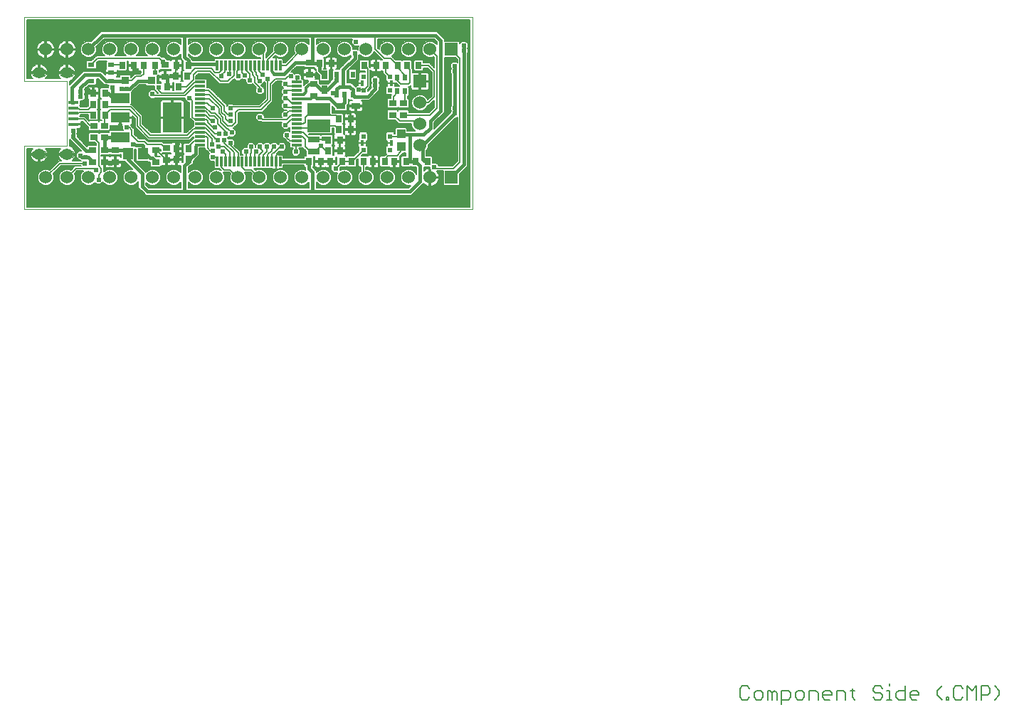
<source format=gtl>
G75*
%MOIN*%
%OFA0B0*%
%FSLAX25Y25*%
%IPPOS*%
%LPD*%
%AMOC8*
5,1,8,0,0,1.08239X$1,22.5*
%
%ADD10C,0.00000*%
%ADD11C,0.00600*%
%ADD12R,0.04724X0.01181*%
%ADD13R,0.01181X0.04724*%
%ADD14R,0.06000X0.06000*%
%ADD15C,0.06000*%
%ADD16R,0.02264X0.02461*%
%ADD17R,0.01280X0.02750*%
%ADD18C,0.05512*%
%ADD19R,0.04528X0.01575*%
%ADD20R,0.04000X0.04000*%
%ADD21R,0.03000X0.03500*%
%ADD22R,0.03500X0.03000*%
%ADD23R,0.10630X0.05906*%
%ADD24R,0.05512X0.02756*%
%ADD25R,0.08800X0.04800*%
%ADD26R,0.08661X0.14173*%
%ADD27R,0.03150X0.02165*%
%ADD28R,0.03000X0.04000*%
%ADD29R,0.02165X0.03150*%
%ADD30R,0.03543X0.03740*%
%ADD31R,0.04000X0.03000*%
%ADD32R,0.04528X0.05512*%
%ADD33C,0.02400*%
%ADD34C,0.01800*%
%ADD35C,0.01600*%
%ADD36C,0.01200*%
D10*
X0185000Y0255000D02*
X0185000Y0284843D01*
X0204882Y0284843D01*
X0204882Y0315157D01*
X0185000Y0315157D01*
X0185000Y0345000D01*
X0395000Y0345000D01*
X0395000Y0255000D01*
X0185000Y0255000D01*
X0190118Y0279331D02*
X0193661Y0279331D01*
X0195236Y0280906D02*
X0195234Y0280983D01*
X0195228Y0281060D01*
X0195219Y0281137D01*
X0195206Y0281213D01*
X0195189Y0281289D01*
X0195168Y0281363D01*
X0195144Y0281437D01*
X0195116Y0281509D01*
X0195085Y0281579D01*
X0195050Y0281648D01*
X0195012Y0281716D01*
X0194971Y0281781D01*
X0194926Y0281844D01*
X0194878Y0281905D01*
X0194828Y0281964D01*
X0194775Y0282020D01*
X0194719Y0282073D01*
X0194660Y0282123D01*
X0194599Y0282171D01*
X0194536Y0282216D01*
X0194471Y0282257D01*
X0194403Y0282295D01*
X0194334Y0282330D01*
X0194264Y0282361D01*
X0194192Y0282389D01*
X0194118Y0282413D01*
X0194044Y0282434D01*
X0193968Y0282451D01*
X0193892Y0282464D01*
X0193815Y0282473D01*
X0193738Y0282479D01*
X0193661Y0282481D01*
X0193661Y0282480D02*
X0190118Y0282480D01*
X0188543Y0280906D02*
X0188545Y0280829D01*
X0188551Y0280752D01*
X0188560Y0280675D01*
X0188573Y0280599D01*
X0188590Y0280523D01*
X0188611Y0280449D01*
X0188635Y0280375D01*
X0188663Y0280303D01*
X0188694Y0280233D01*
X0188729Y0280164D01*
X0188767Y0280096D01*
X0188808Y0280031D01*
X0188853Y0279968D01*
X0188901Y0279907D01*
X0188951Y0279848D01*
X0189004Y0279792D01*
X0189060Y0279739D01*
X0189119Y0279689D01*
X0189180Y0279641D01*
X0189243Y0279596D01*
X0189308Y0279555D01*
X0189376Y0279517D01*
X0189445Y0279482D01*
X0189515Y0279451D01*
X0189587Y0279423D01*
X0189661Y0279399D01*
X0189735Y0279378D01*
X0189811Y0279361D01*
X0189887Y0279348D01*
X0189964Y0279339D01*
X0190041Y0279333D01*
X0190118Y0279331D01*
X0188543Y0280906D02*
X0188545Y0280983D01*
X0188551Y0281060D01*
X0188560Y0281137D01*
X0188573Y0281213D01*
X0188590Y0281289D01*
X0188611Y0281363D01*
X0188635Y0281437D01*
X0188663Y0281509D01*
X0188694Y0281579D01*
X0188729Y0281648D01*
X0188767Y0281716D01*
X0188808Y0281781D01*
X0188853Y0281844D01*
X0188901Y0281905D01*
X0188951Y0281964D01*
X0189004Y0282020D01*
X0189060Y0282073D01*
X0189119Y0282123D01*
X0189180Y0282171D01*
X0189243Y0282216D01*
X0189308Y0282257D01*
X0189376Y0282295D01*
X0189445Y0282330D01*
X0189515Y0282361D01*
X0189587Y0282389D01*
X0189661Y0282413D01*
X0189735Y0282434D01*
X0189811Y0282451D01*
X0189887Y0282464D01*
X0189964Y0282473D01*
X0190041Y0282479D01*
X0190118Y0282481D01*
X0193661Y0279331D02*
X0193738Y0279333D01*
X0193815Y0279339D01*
X0193892Y0279348D01*
X0193968Y0279361D01*
X0194044Y0279378D01*
X0194118Y0279399D01*
X0194192Y0279423D01*
X0194264Y0279451D01*
X0194334Y0279482D01*
X0194403Y0279517D01*
X0194471Y0279555D01*
X0194536Y0279596D01*
X0194599Y0279641D01*
X0194660Y0279689D01*
X0194719Y0279739D01*
X0194775Y0279792D01*
X0194828Y0279848D01*
X0194878Y0279907D01*
X0194926Y0279968D01*
X0194971Y0280031D01*
X0195012Y0280096D01*
X0195050Y0280164D01*
X0195085Y0280233D01*
X0195116Y0280303D01*
X0195144Y0280375D01*
X0195168Y0280449D01*
X0195189Y0280523D01*
X0195206Y0280599D01*
X0195219Y0280675D01*
X0195228Y0280752D01*
X0195234Y0280829D01*
X0195236Y0280906D01*
X0201535Y0280906D02*
X0201537Y0280829D01*
X0201543Y0280752D01*
X0201552Y0280675D01*
X0201565Y0280599D01*
X0201582Y0280523D01*
X0201603Y0280449D01*
X0201627Y0280375D01*
X0201655Y0280303D01*
X0201686Y0280233D01*
X0201721Y0280164D01*
X0201759Y0280096D01*
X0201800Y0280031D01*
X0201845Y0279968D01*
X0201893Y0279907D01*
X0201943Y0279848D01*
X0201996Y0279792D01*
X0202052Y0279739D01*
X0202111Y0279689D01*
X0202172Y0279641D01*
X0202235Y0279596D01*
X0202300Y0279555D01*
X0202368Y0279517D01*
X0202437Y0279482D01*
X0202507Y0279451D01*
X0202579Y0279423D01*
X0202653Y0279399D01*
X0202727Y0279378D01*
X0202803Y0279361D01*
X0202879Y0279348D01*
X0202956Y0279339D01*
X0203033Y0279333D01*
X0203110Y0279331D01*
X0206654Y0279331D01*
X0208229Y0280906D02*
X0208227Y0280983D01*
X0208221Y0281060D01*
X0208212Y0281137D01*
X0208199Y0281213D01*
X0208182Y0281289D01*
X0208161Y0281363D01*
X0208137Y0281437D01*
X0208109Y0281509D01*
X0208078Y0281579D01*
X0208043Y0281648D01*
X0208005Y0281716D01*
X0207964Y0281781D01*
X0207919Y0281844D01*
X0207871Y0281905D01*
X0207821Y0281964D01*
X0207768Y0282020D01*
X0207712Y0282073D01*
X0207653Y0282123D01*
X0207592Y0282171D01*
X0207529Y0282216D01*
X0207464Y0282257D01*
X0207396Y0282295D01*
X0207327Y0282330D01*
X0207257Y0282361D01*
X0207185Y0282389D01*
X0207111Y0282413D01*
X0207037Y0282434D01*
X0206961Y0282451D01*
X0206885Y0282464D01*
X0206808Y0282473D01*
X0206731Y0282479D01*
X0206654Y0282481D01*
X0206654Y0282480D02*
X0203110Y0282480D01*
X0203110Y0282481D02*
X0203033Y0282479D01*
X0202956Y0282473D01*
X0202879Y0282464D01*
X0202803Y0282451D01*
X0202727Y0282434D01*
X0202653Y0282413D01*
X0202579Y0282389D01*
X0202507Y0282361D01*
X0202437Y0282330D01*
X0202368Y0282295D01*
X0202300Y0282257D01*
X0202235Y0282216D01*
X0202172Y0282171D01*
X0202111Y0282123D01*
X0202052Y0282073D01*
X0201996Y0282020D01*
X0201943Y0281964D01*
X0201893Y0281905D01*
X0201845Y0281844D01*
X0201800Y0281781D01*
X0201759Y0281716D01*
X0201721Y0281648D01*
X0201686Y0281579D01*
X0201655Y0281509D01*
X0201627Y0281437D01*
X0201603Y0281363D01*
X0201582Y0281289D01*
X0201565Y0281213D01*
X0201552Y0281137D01*
X0201543Y0281060D01*
X0201537Y0280983D01*
X0201535Y0280906D01*
X0206654Y0279331D02*
X0206731Y0279333D01*
X0206808Y0279339D01*
X0206885Y0279348D01*
X0206961Y0279361D01*
X0207037Y0279378D01*
X0207111Y0279399D01*
X0207185Y0279423D01*
X0207257Y0279451D01*
X0207327Y0279482D01*
X0207396Y0279517D01*
X0207464Y0279555D01*
X0207529Y0279596D01*
X0207592Y0279641D01*
X0207653Y0279689D01*
X0207712Y0279739D01*
X0207768Y0279792D01*
X0207821Y0279848D01*
X0207871Y0279907D01*
X0207919Y0279968D01*
X0207964Y0280031D01*
X0208005Y0280096D01*
X0208043Y0280164D01*
X0208078Y0280233D01*
X0208109Y0280303D01*
X0208137Y0280375D01*
X0208161Y0280449D01*
X0208182Y0280523D01*
X0208199Y0280599D01*
X0208212Y0280675D01*
X0208221Y0280752D01*
X0208227Y0280829D01*
X0208229Y0280906D01*
X0206654Y0317520D02*
X0203110Y0317520D01*
X0203110Y0317519D02*
X0203033Y0317521D01*
X0202956Y0317527D01*
X0202879Y0317536D01*
X0202803Y0317549D01*
X0202727Y0317566D01*
X0202653Y0317587D01*
X0202579Y0317611D01*
X0202507Y0317639D01*
X0202437Y0317670D01*
X0202368Y0317705D01*
X0202300Y0317743D01*
X0202235Y0317784D01*
X0202172Y0317829D01*
X0202111Y0317877D01*
X0202052Y0317927D01*
X0201996Y0317980D01*
X0201943Y0318036D01*
X0201893Y0318095D01*
X0201845Y0318156D01*
X0201800Y0318219D01*
X0201759Y0318284D01*
X0201721Y0318352D01*
X0201686Y0318421D01*
X0201655Y0318491D01*
X0201627Y0318563D01*
X0201603Y0318637D01*
X0201582Y0318711D01*
X0201565Y0318787D01*
X0201552Y0318863D01*
X0201543Y0318940D01*
X0201537Y0319017D01*
X0201535Y0319094D01*
X0201537Y0319171D01*
X0201543Y0319248D01*
X0201552Y0319325D01*
X0201565Y0319401D01*
X0201582Y0319477D01*
X0201603Y0319551D01*
X0201627Y0319625D01*
X0201655Y0319697D01*
X0201686Y0319767D01*
X0201721Y0319836D01*
X0201759Y0319904D01*
X0201800Y0319969D01*
X0201845Y0320032D01*
X0201893Y0320093D01*
X0201943Y0320152D01*
X0201996Y0320208D01*
X0202052Y0320261D01*
X0202111Y0320311D01*
X0202172Y0320359D01*
X0202235Y0320404D01*
X0202300Y0320445D01*
X0202368Y0320483D01*
X0202437Y0320518D01*
X0202507Y0320549D01*
X0202579Y0320577D01*
X0202653Y0320601D01*
X0202727Y0320622D01*
X0202803Y0320639D01*
X0202879Y0320652D01*
X0202956Y0320661D01*
X0203033Y0320667D01*
X0203110Y0320669D01*
X0206654Y0320669D01*
X0206731Y0320667D01*
X0206808Y0320661D01*
X0206885Y0320652D01*
X0206961Y0320639D01*
X0207037Y0320622D01*
X0207111Y0320601D01*
X0207185Y0320577D01*
X0207257Y0320549D01*
X0207327Y0320518D01*
X0207396Y0320483D01*
X0207464Y0320445D01*
X0207529Y0320404D01*
X0207592Y0320359D01*
X0207653Y0320311D01*
X0207712Y0320261D01*
X0207768Y0320208D01*
X0207821Y0320152D01*
X0207871Y0320093D01*
X0207919Y0320032D01*
X0207964Y0319969D01*
X0208005Y0319904D01*
X0208043Y0319836D01*
X0208078Y0319767D01*
X0208109Y0319697D01*
X0208137Y0319625D01*
X0208161Y0319551D01*
X0208182Y0319477D01*
X0208199Y0319401D01*
X0208212Y0319325D01*
X0208221Y0319248D01*
X0208227Y0319171D01*
X0208229Y0319094D01*
X0208227Y0319017D01*
X0208221Y0318940D01*
X0208212Y0318863D01*
X0208199Y0318787D01*
X0208182Y0318711D01*
X0208161Y0318637D01*
X0208137Y0318563D01*
X0208109Y0318491D01*
X0208078Y0318421D01*
X0208043Y0318352D01*
X0208005Y0318284D01*
X0207964Y0318219D01*
X0207919Y0318156D01*
X0207871Y0318095D01*
X0207821Y0318036D01*
X0207768Y0317980D01*
X0207712Y0317927D01*
X0207653Y0317877D01*
X0207592Y0317829D01*
X0207529Y0317784D01*
X0207464Y0317743D01*
X0207396Y0317705D01*
X0207327Y0317670D01*
X0207257Y0317639D01*
X0207185Y0317611D01*
X0207111Y0317587D01*
X0207037Y0317566D01*
X0206961Y0317549D01*
X0206885Y0317536D01*
X0206808Y0317527D01*
X0206731Y0317521D01*
X0206654Y0317519D01*
X0193661Y0317520D02*
X0190118Y0317520D01*
X0190118Y0317519D02*
X0190041Y0317521D01*
X0189964Y0317527D01*
X0189887Y0317536D01*
X0189811Y0317549D01*
X0189735Y0317566D01*
X0189661Y0317587D01*
X0189587Y0317611D01*
X0189515Y0317639D01*
X0189445Y0317670D01*
X0189376Y0317705D01*
X0189308Y0317743D01*
X0189243Y0317784D01*
X0189180Y0317829D01*
X0189119Y0317877D01*
X0189060Y0317927D01*
X0189004Y0317980D01*
X0188951Y0318036D01*
X0188901Y0318095D01*
X0188853Y0318156D01*
X0188808Y0318219D01*
X0188767Y0318284D01*
X0188729Y0318352D01*
X0188694Y0318421D01*
X0188663Y0318491D01*
X0188635Y0318563D01*
X0188611Y0318637D01*
X0188590Y0318711D01*
X0188573Y0318787D01*
X0188560Y0318863D01*
X0188551Y0318940D01*
X0188545Y0319017D01*
X0188543Y0319094D01*
X0188545Y0319171D01*
X0188551Y0319248D01*
X0188560Y0319325D01*
X0188573Y0319401D01*
X0188590Y0319477D01*
X0188611Y0319551D01*
X0188635Y0319625D01*
X0188663Y0319697D01*
X0188694Y0319767D01*
X0188729Y0319836D01*
X0188767Y0319904D01*
X0188808Y0319969D01*
X0188853Y0320032D01*
X0188901Y0320093D01*
X0188951Y0320152D01*
X0189004Y0320208D01*
X0189060Y0320261D01*
X0189119Y0320311D01*
X0189180Y0320359D01*
X0189243Y0320404D01*
X0189308Y0320445D01*
X0189376Y0320483D01*
X0189445Y0320518D01*
X0189515Y0320549D01*
X0189587Y0320577D01*
X0189661Y0320601D01*
X0189735Y0320622D01*
X0189811Y0320639D01*
X0189887Y0320652D01*
X0189964Y0320661D01*
X0190041Y0320667D01*
X0190118Y0320669D01*
X0193661Y0320669D01*
X0193738Y0320667D01*
X0193815Y0320661D01*
X0193892Y0320652D01*
X0193968Y0320639D01*
X0194044Y0320622D01*
X0194118Y0320601D01*
X0194192Y0320577D01*
X0194264Y0320549D01*
X0194334Y0320518D01*
X0194403Y0320483D01*
X0194471Y0320445D01*
X0194536Y0320404D01*
X0194599Y0320359D01*
X0194660Y0320311D01*
X0194719Y0320261D01*
X0194775Y0320208D01*
X0194828Y0320152D01*
X0194878Y0320093D01*
X0194926Y0320032D01*
X0194971Y0319969D01*
X0195012Y0319904D01*
X0195050Y0319836D01*
X0195085Y0319767D01*
X0195116Y0319697D01*
X0195144Y0319625D01*
X0195168Y0319551D01*
X0195189Y0319477D01*
X0195206Y0319401D01*
X0195219Y0319325D01*
X0195228Y0319248D01*
X0195234Y0319171D01*
X0195236Y0319094D01*
X0195234Y0319017D01*
X0195228Y0318940D01*
X0195219Y0318863D01*
X0195206Y0318787D01*
X0195189Y0318711D01*
X0195168Y0318637D01*
X0195144Y0318563D01*
X0195116Y0318491D01*
X0195085Y0318421D01*
X0195050Y0318352D01*
X0195012Y0318284D01*
X0194971Y0318219D01*
X0194926Y0318156D01*
X0194878Y0318095D01*
X0194828Y0318036D01*
X0194775Y0317980D01*
X0194719Y0317927D01*
X0194660Y0317877D01*
X0194599Y0317829D01*
X0194536Y0317784D01*
X0194471Y0317743D01*
X0194403Y0317705D01*
X0194334Y0317670D01*
X0194264Y0317639D01*
X0194192Y0317611D01*
X0194118Y0317587D01*
X0194044Y0317566D01*
X0193968Y0317549D01*
X0193892Y0317536D01*
X0193815Y0317527D01*
X0193738Y0317521D01*
X0193661Y0317519D01*
D11*
X0194989Y0316457D02*
X0195040Y0316509D01*
X0195484Y0317173D01*
X0195790Y0317911D01*
X0195946Y0318695D01*
X0195946Y0318794D01*
X0192190Y0318794D01*
X0192190Y0319394D01*
X0195946Y0319394D01*
X0195946Y0319494D01*
X0195790Y0320278D01*
X0195484Y0321016D01*
X0195040Y0321680D01*
X0194475Y0322245D01*
X0193811Y0322689D01*
X0193073Y0322995D01*
X0192289Y0323150D01*
X0192190Y0323150D01*
X0192190Y0319395D01*
X0191590Y0319395D01*
X0191590Y0323150D01*
X0191490Y0323150D01*
X0190707Y0322995D01*
X0189969Y0322689D01*
X0189304Y0322245D01*
X0188739Y0321680D01*
X0188295Y0321016D01*
X0187990Y0320278D01*
X0187834Y0319494D01*
X0187834Y0319394D01*
X0191590Y0319394D01*
X0191590Y0318794D01*
X0187834Y0318794D01*
X0187834Y0318695D01*
X0187990Y0317911D01*
X0188295Y0317173D01*
X0188739Y0316509D01*
X0188791Y0316457D01*
X0186300Y0316457D01*
X0186300Y0343700D01*
X0393700Y0343700D01*
X0393700Y0256300D01*
X0186300Y0256300D01*
X0186300Y0283543D01*
X0188791Y0283543D01*
X0188739Y0283491D01*
X0188295Y0282827D01*
X0187990Y0282089D01*
X0187834Y0281305D01*
X0187834Y0281205D01*
X0191590Y0281205D01*
X0191590Y0280606D01*
X0187834Y0280606D01*
X0187834Y0280506D01*
X0187990Y0279722D01*
X0188295Y0278984D01*
X0188739Y0278320D01*
X0189304Y0277755D01*
X0189969Y0277311D01*
X0190707Y0277005D01*
X0191490Y0276850D01*
X0191590Y0276850D01*
X0191590Y0280605D01*
X0192190Y0280605D01*
X0192190Y0276850D01*
X0192289Y0276850D01*
X0193073Y0277005D01*
X0193811Y0277311D01*
X0194475Y0277755D01*
X0195040Y0278320D01*
X0195484Y0278984D01*
X0195790Y0279722D01*
X0195946Y0280506D01*
X0195946Y0280606D01*
X0192190Y0280606D01*
X0192190Y0281205D01*
X0195946Y0281205D01*
X0195946Y0281305D01*
X0195790Y0282089D01*
X0195484Y0282827D01*
X0195040Y0283491D01*
X0194989Y0283543D01*
X0201783Y0283543D01*
X0201731Y0283491D01*
X0201288Y0282827D01*
X0200982Y0282089D01*
X0200826Y0281305D01*
X0200826Y0281205D01*
X0204582Y0281205D01*
X0204582Y0280606D01*
X0200826Y0280606D01*
X0200826Y0280506D01*
X0200982Y0279722D01*
X0201288Y0278984D01*
X0201731Y0278320D01*
X0202252Y0277800D01*
X0201103Y0277800D01*
X0196785Y0273482D01*
X0195776Y0273900D01*
X0194224Y0273900D01*
X0192791Y0273306D01*
X0191694Y0272209D01*
X0191100Y0270776D01*
X0191100Y0269224D01*
X0191694Y0267791D01*
X0192791Y0266694D01*
X0194224Y0266100D01*
X0195776Y0266100D01*
X0197209Y0266694D01*
X0198306Y0267791D01*
X0198900Y0269224D01*
X0198900Y0270776D01*
X0198482Y0271785D01*
X0202097Y0275400D01*
X0211430Y0275400D01*
X0211430Y0275400D01*
X0208703Y0275400D01*
X0206785Y0273482D01*
X0205776Y0273900D01*
X0204224Y0273900D01*
X0202791Y0273306D01*
X0201694Y0272209D01*
X0201100Y0270776D01*
X0201100Y0269224D01*
X0201694Y0267791D01*
X0202791Y0266694D01*
X0204224Y0266100D01*
X0205776Y0266100D01*
X0207209Y0266694D01*
X0208306Y0267791D01*
X0208900Y0269224D01*
X0208900Y0270776D01*
X0208482Y0271785D01*
X0209697Y0273000D01*
X0212485Y0273000D01*
X0211694Y0272209D01*
X0211100Y0270776D01*
X0211100Y0269224D01*
X0211694Y0267791D01*
X0212791Y0266694D01*
X0214224Y0266100D01*
X0215776Y0266100D01*
X0217209Y0266694D01*
X0218073Y0267557D01*
X0218930Y0266700D01*
X0220670Y0266700D01*
X0221727Y0267757D01*
X0222791Y0266694D01*
X0224224Y0266100D01*
X0225776Y0266100D01*
X0227209Y0266694D01*
X0228306Y0267791D01*
X0228900Y0269224D01*
X0228900Y0270776D01*
X0228306Y0272209D01*
X0227209Y0273306D01*
X0225776Y0273900D01*
X0224224Y0273900D01*
X0222791Y0273306D01*
X0222200Y0272715D01*
X0222200Y0274450D01*
X0222200Y0276950D01*
X0222800Y0276950D01*
X0222800Y0277550D01*
X0222200Y0277550D01*
X0222200Y0280050D01*
X0221000Y0280050D01*
X0221000Y0280350D01*
X0224623Y0280350D01*
X0225000Y0280727D01*
X0225377Y0280350D01*
X0229623Y0280350D01*
X0230150Y0280877D01*
X0230150Y0280950D01*
X0230293Y0280950D01*
X0230293Y0279544D01*
X0230290Y0279548D01*
X0230048Y0279790D01*
X0229752Y0279961D01*
X0229421Y0280050D01*
X0227800Y0280050D01*
X0227800Y0277550D01*
X0227200Y0277550D01*
X0227200Y0280050D01*
X0225579Y0280050D01*
X0225248Y0279961D01*
X0225000Y0279818D01*
X0224752Y0279961D01*
X0224421Y0280050D01*
X0222800Y0280050D01*
X0222800Y0277550D01*
X0227200Y0277550D01*
X0227200Y0276950D01*
X0224450Y0276950D01*
X0222800Y0276950D01*
X0222800Y0274450D01*
X0224421Y0274450D01*
X0224752Y0274539D01*
X0225000Y0274682D01*
X0225248Y0274539D01*
X0225579Y0274450D01*
X0227200Y0274450D01*
X0227200Y0276950D01*
X0227800Y0276950D01*
X0227800Y0277550D01*
X0230550Y0277550D01*
X0230550Y0277614D01*
X0230820Y0277344D01*
X0232110Y0277344D01*
X0232711Y0276743D01*
X0235554Y0273900D01*
X0234224Y0273900D01*
X0232791Y0273306D01*
X0231694Y0272209D01*
X0231100Y0270776D01*
X0231100Y0269224D01*
X0231694Y0267791D01*
X0232791Y0266694D01*
X0234224Y0266100D01*
X0235776Y0266100D01*
X0237209Y0266694D01*
X0238306Y0267791D01*
X0238400Y0268017D01*
X0238400Y0265054D01*
X0240800Y0262654D01*
X0241854Y0261600D01*
X0366346Y0261600D01*
X0371832Y0267087D01*
X0372199Y0266720D01*
X0372746Y0266322D01*
X0373349Y0266015D01*
X0373993Y0265806D01*
X0374662Y0265700D01*
X0374700Y0265700D01*
X0374700Y0269700D01*
X0375300Y0269700D01*
X0375300Y0270300D01*
X0375300Y0273530D01*
X0374900Y0273930D01*
X0374900Y0274850D01*
X0372200Y0274850D01*
X0372200Y0273281D01*
X0372746Y0273678D01*
X0373349Y0273985D01*
X0373993Y0274194D01*
X0374662Y0274300D01*
X0374700Y0274300D01*
X0374700Y0270300D01*
X0375300Y0270300D01*
X0379300Y0270300D01*
X0379300Y0270338D01*
X0379194Y0271007D01*
X0378985Y0271651D01*
X0378678Y0272254D01*
X0378280Y0272801D01*
X0378125Y0272956D01*
X0378170Y0273000D01*
X0381100Y0273000D01*
X0381100Y0266627D01*
X0381627Y0266100D01*
X0388373Y0266100D01*
X0388900Y0266627D01*
X0388900Y0271554D01*
X0391546Y0274200D01*
X0392600Y0275254D01*
X0392600Y0328230D01*
X0392900Y0328530D01*
X0392900Y0330270D01*
X0392600Y0330570D01*
X0392600Y0330630D01*
X0392900Y0330930D01*
X0392900Y0332670D01*
X0391670Y0333900D01*
X0389930Y0333900D01*
X0388900Y0332870D01*
X0388900Y0333373D01*
X0388373Y0333900D01*
X0381800Y0333900D01*
X0381800Y0334946D01*
X0378346Y0338400D01*
X0220854Y0338400D01*
X0219800Y0337346D01*
X0216185Y0333730D01*
X0215776Y0333900D01*
X0214224Y0333900D01*
X0212791Y0333306D01*
X0211694Y0332209D01*
X0211100Y0330776D01*
X0211100Y0329224D01*
X0211694Y0327791D01*
X0212791Y0326694D01*
X0214224Y0326100D01*
X0215776Y0326100D01*
X0217209Y0326694D01*
X0218306Y0327791D01*
X0218900Y0329224D01*
X0218900Y0330776D01*
X0218730Y0331185D01*
X0222346Y0334800D01*
X0258200Y0334800D01*
X0258200Y0332315D01*
X0257209Y0333306D01*
X0255776Y0333900D01*
X0254224Y0333900D01*
X0252791Y0333306D01*
X0251694Y0332209D01*
X0251100Y0330776D01*
X0251100Y0329224D01*
X0251694Y0327791D01*
X0252791Y0326694D01*
X0254224Y0326100D01*
X0255776Y0326100D01*
X0257209Y0326694D01*
X0258200Y0327685D01*
X0258200Y0325654D01*
X0259254Y0324600D01*
X0259254Y0324600D01*
X0259350Y0324504D01*
X0259350Y0320377D01*
X0259577Y0320150D01*
X0259377Y0320150D01*
X0258850Y0319623D01*
X0258850Y0315377D01*
X0259077Y0315150D01*
X0258405Y0315150D01*
X0258461Y0315248D01*
X0258550Y0315579D01*
X0258550Y0317200D01*
X0256050Y0317200D01*
X0256050Y0317800D01*
X0258550Y0317800D01*
X0258550Y0319421D01*
X0258483Y0319672D01*
X0258548Y0319710D01*
X0258790Y0319952D01*
X0258961Y0320248D01*
X0259050Y0320579D01*
X0259050Y0322200D01*
X0256550Y0322200D01*
X0256550Y0322800D01*
X0255950Y0322800D01*
X0255950Y0325550D01*
X0254579Y0325550D01*
X0254248Y0325461D01*
X0253952Y0325290D01*
X0253710Y0325048D01*
X0253539Y0324752D01*
X0253535Y0324738D01*
X0253123Y0325150D01*
X0251900Y0325150D01*
X0251900Y0325170D01*
X0250670Y0326400D01*
X0249397Y0326400D01*
X0248797Y0327000D01*
X0247515Y0327000D01*
X0248306Y0327791D01*
X0248900Y0329224D01*
X0248900Y0330776D01*
X0248306Y0332209D01*
X0247209Y0333306D01*
X0245776Y0333900D01*
X0244224Y0333900D01*
X0242791Y0333306D01*
X0241694Y0332209D01*
X0241100Y0330776D01*
X0241100Y0329224D01*
X0241694Y0327791D01*
X0242485Y0327000D01*
X0237515Y0327000D01*
X0238306Y0327791D01*
X0238900Y0329224D01*
X0238900Y0330776D01*
X0238306Y0332209D01*
X0237209Y0333306D01*
X0235776Y0333900D01*
X0234224Y0333900D01*
X0232791Y0333306D01*
X0231694Y0332209D01*
X0231100Y0330776D01*
X0231100Y0329224D01*
X0231694Y0327791D01*
X0232485Y0327000D01*
X0227515Y0327000D01*
X0228306Y0327791D01*
X0228900Y0329224D01*
X0228900Y0330776D01*
X0228306Y0332209D01*
X0227209Y0333306D01*
X0225776Y0333900D01*
X0224224Y0333900D01*
X0222791Y0333306D01*
X0221694Y0332209D01*
X0221100Y0330776D01*
X0221100Y0329224D01*
X0221694Y0327791D01*
X0222485Y0327000D01*
X0218638Y0327000D01*
X0216361Y0324723D01*
X0214328Y0324723D01*
X0213801Y0324196D01*
X0213801Y0321285D01*
X0214328Y0320757D01*
X0218223Y0320757D01*
X0218750Y0321285D01*
X0218750Y0323718D01*
X0219632Y0324600D01*
X0223654Y0324600D01*
X0223250Y0324196D01*
X0223250Y0321285D01*
X0223389Y0321145D01*
X0223351Y0321123D01*
X0223109Y0320881D01*
X0222938Y0320584D01*
X0222850Y0320254D01*
X0222850Y0319241D01*
X0225483Y0319241D01*
X0225483Y0318759D01*
X0222850Y0318759D01*
X0222850Y0318096D01*
X0222200Y0318746D01*
X0221146Y0319800D01*
X0212454Y0319800D01*
X0206454Y0313800D01*
X0206182Y0313527D01*
X0206182Y0315243D01*
X0206803Y0315500D01*
X0207467Y0315944D01*
X0208032Y0316509D01*
X0208476Y0317173D01*
X0208782Y0317911D01*
X0208938Y0318695D01*
X0208938Y0318794D01*
X0205182Y0318794D01*
X0205182Y0319394D01*
X0208938Y0319394D01*
X0208938Y0319494D01*
X0208782Y0320278D01*
X0208476Y0321016D01*
X0208032Y0321680D01*
X0207467Y0322245D01*
X0206803Y0322689D01*
X0206065Y0322995D01*
X0205281Y0323150D01*
X0205182Y0323150D01*
X0205182Y0319395D01*
X0204582Y0319395D01*
X0204582Y0323150D01*
X0204482Y0323150D01*
X0203699Y0322995D01*
X0202961Y0322689D01*
X0202296Y0322245D01*
X0201731Y0321680D01*
X0201288Y0321016D01*
X0200982Y0320278D01*
X0200826Y0319494D01*
X0200826Y0319394D01*
X0204582Y0319394D01*
X0204582Y0318794D01*
X0200826Y0318794D01*
X0200826Y0318695D01*
X0200982Y0317911D01*
X0201288Y0317173D01*
X0201731Y0316509D01*
X0201783Y0316457D01*
X0194989Y0316457D01*
X0195132Y0316647D02*
X0201639Y0316647D01*
X0201258Y0317245D02*
X0195514Y0317245D01*
X0195762Y0317844D02*
X0201010Y0317844D01*
X0200876Y0318442D02*
X0195895Y0318442D01*
X0195917Y0319639D02*
X0200855Y0319639D01*
X0200974Y0320238D02*
X0195798Y0320238D01*
X0195558Y0320836D02*
X0201213Y0320836D01*
X0201568Y0321435D02*
X0195204Y0321435D01*
X0194687Y0322033D02*
X0202085Y0322033D01*
X0202875Y0322632D02*
X0193896Y0322632D01*
X0192190Y0322632D02*
X0191590Y0322632D01*
X0191590Y0322033D02*
X0192190Y0322033D01*
X0192190Y0321435D02*
X0191590Y0321435D01*
X0191590Y0320836D02*
X0192190Y0320836D01*
X0192190Y0320238D02*
X0191590Y0320238D01*
X0191590Y0319639D02*
X0192190Y0319639D01*
X0192190Y0319041D02*
X0204582Y0319041D01*
X0204582Y0319639D02*
X0205182Y0319639D01*
X0205182Y0319041D02*
X0211695Y0319041D01*
X0212294Y0319639D02*
X0208909Y0319639D01*
X0208790Y0320238D02*
X0222850Y0320238D01*
X0222850Y0319639D02*
X0221306Y0319639D01*
X0221905Y0319041D02*
X0225483Y0319041D01*
X0225966Y0319041D02*
X0239544Y0319041D01*
X0239550Y0319047D02*
X0239103Y0318600D01*
X0236703Y0318600D01*
X0236000Y0317897D01*
X0234971Y0316868D01*
X0234971Y0317743D01*
X0234444Y0318270D01*
X0230155Y0318270D01*
X0229628Y0317743D01*
X0229628Y0317060D01*
X0228280Y0317060D01*
X0228339Y0317119D01*
X0228511Y0317416D01*
X0228599Y0317746D01*
X0228599Y0318759D01*
X0225966Y0318759D01*
X0225966Y0319241D01*
X0228599Y0319241D01*
X0228599Y0320128D01*
X0228877Y0319850D01*
X0232623Y0319850D01*
X0233150Y0320377D01*
X0233150Y0324600D01*
X0233498Y0324600D01*
X0233450Y0324421D01*
X0233450Y0322800D01*
X0235950Y0322800D01*
X0235950Y0322200D01*
X0236550Y0322200D01*
X0236550Y0319450D01*
X0237921Y0319450D01*
X0238252Y0319539D01*
X0238548Y0319710D01*
X0238783Y0319944D01*
X0238877Y0319850D01*
X0239550Y0319850D01*
X0239550Y0319047D01*
X0239550Y0319639D02*
X0238426Y0319639D01*
X0236550Y0319639D02*
X0235950Y0319639D01*
X0235950Y0319450D02*
X0235950Y0322200D01*
X0233450Y0322200D01*
X0233450Y0320579D01*
X0233539Y0320248D01*
X0233710Y0319952D01*
X0233952Y0319710D01*
X0234248Y0319539D01*
X0234579Y0319450D01*
X0235950Y0319450D01*
X0235950Y0320238D02*
X0236550Y0320238D01*
X0236550Y0320836D02*
X0235950Y0320836D01*
X0235950Y0321435D02*
X0236550Y0321435D01*
X0236550Y0322033D02*
X0235950Y0322033D01*
X0235950Y0322632D02*
X0233150Y0322632D01*
X0233150Y0323230D02*
X0233450Y0323230D01*
X0233450Y0323829D02*
X0233150Y0323829D01*
X0233150Y0324427D02*
X0233452Y0324427D01*
X0233450Y0322033D02*
X0233150Y0322033D01*
X0233150Y0321435D02*
X0233450Y0321435D01*
X0233450Y0320836D02*
X0233150Y0320836D01*
X0233011Y0320238D02*
X0233545Y0320238D01*
X0234074Y0319639D02*
X0228599Y0319639D01*
X0228599Y0318442D02*
X0236545Y0318442D01*
X0235947Y0317844D02*
X0234870Y0317844D01*
X0234971Y0317245D02*
X0235348Y0317245D01*
X0235300Y0315500D02*
X0237200Y0317400D01*
X0239600Y0317400D01*
X0240750Y0318550D01*
X0240750Y0322500D01*
X0240500Y0322500D01*
X0242065Y0327420D02*
X0237935Y0327420D01*
X0238401Y0328018D02*
X0241599Y0328018D01*
X0241352Y0328617D02*
X0238648Y0328617D01*
X0238896Y0329215D02*
X0241104Y0329215D01*
X0241100Y0329814D02*
X0238900Y0329814D01*
X0238900Y0330412D02*
X0241100Y0330412D01*
X0241197Y0331011D02*
X0238803Y0331011D01*
X0238555Y0331609D02*
X0241445Y0331609D01*
X0241693Y0332208D02*
X0238307Y0332208D01*
X0237709Y0332806D02*
X0242291Y0332806D01*
X0243029Y0333405D02*
X0236971Y0333405D01*
X0233029Y0333405D02*
X0226971Y0333405D01*
X0227709Y0332806D02*
X0232291Y0332806D01*
X0231693Y0332208D02*
X0228307Y0332208D01*
X0228555Y0331609D02*
X0231445Y0331609D01*
X0231197Y0331011D02*
X0228803Y0331011D01*
X0228900Y0330412D02*
X0231100Y0330412D01*
X0231100Y0329814D02*
X0228900Y0329814D01*
X0228896Y0329215D02*
X0231104Y0329215D01*
X0231352Y0328617D02*
X0228648Y0328617D01*
X0228401Y0328018D02*
X0231599Y0328018D01*
X0232065Y0327420D02*
X0227935Y0327420D01*
X0225724Y0322740D02*
X0230510Y0322740D01*
X0230750Y0322500D01*
X0229728Y0317844D02*
X0228599Y0317844D01*
X0228412Y0317245D02*
X0229628Y0317245D01*
X0232299Y0315500D02*
X0235300Y0315500D01*
X0237803Y0312457D02*
X0245900Y0312457D01*
X0245900Y0312730D02*
X0245900Y0311130D01*
X0247130Y0309900D01*
X0247203Y0309900D01*
X0247503Y0309600D01*
X0247100Y0309600D01*
X0247100Y0309870D01*
X0245870Y0311100D01*
X0244130Y0311100D01*
X0242900Y0309870D01*
X0242900Y0308130D01*
X0244130Y0306900D01*
X0245870Y0306900D01*
X0246170Y0307200D01*
X0260300Y0307200D01*
X0260300Y0306330D01*
X0261530Y0305100D01*
X0262400Y0305100D01*
X0262400Y0297703D01*
X0263103Y0297000D01*
X0264100Y0296003D01*
X0264100Y0294115D01*
X0264121Y0294094D01*
X0264100Y0294074D01*
X0264100Y0294000D01*
X0263903Y0294000D01*
X0263200Y0293297D01*
X0260903Y0291000D01*
X0259831Y0291000D01*
X0259831Y0297700D01*
X0254501Y0297700D01*
X0254501Y0298300D01*
X0259831Y0298300D01*
X0259831Y0305258D01*
X0259743Y0305588D01*
X0259572Y0305885D01*
X0259330Y0306127D01*
X0259033Y0306298D01*
X0258703Y0306387D01*
X0254501Y0306387D01*
X0254501Y0298300D01*
X0253901Y0298300D01*
X0253901Y0306387D01*
X0249699Y0306387D01*
X0249368Y0306298D01*
X0249072Y0306127D01*
X0248830Y0305885D01*
X0248659Y0305588D01*
X0248570Y0305258D01*
X0248570Y0298300D01*
X0253901Y0298300D01*
X0253901Y0297700D01*
X0248570Y0297700D01*
X0248570Y0291000D01*
X0244497Y0291000D01*
X0240400Y0295097D01*
X0240400Y0299097D01*
X0239697Y0299800D01*
X0236000Y0303497D01*
X0236000Y0303497D01*
X0235297Y0304200D01*
X0234973Y0304200D01*
X0235100Y0304327D01*
X0235100Y0309754D01*
X0236000Y0310654D01*
X0238846Y0313501D01*
X0242029Y0313501D01*
X0242029Y0313257D01*
X0242556Y0312730D01*
X0245900Y0312730D01*
X0245900Y0311859D02*
X0237204Y0311859D01*
X0236606Y0311260D02*
X0245900Y0311260D01*
X0246308Y0310662D02*
X0246369Y0310662D01*
X0246907Y0310063D02*
X0246967Y0310063D01*
X0247503Y0309600D02*
X0247503Y0309600D01*
X0248000Y0310800D02*
X0248000Y0312000D01*
X0248000Y0310800D02*
X0249200Y0309600D01*
X0259700Y0309600D01*
X0264864Y0314764D01*
X0267362Y0314764D01*
X0267567Y0313000D02*
X0267362Y0312795D01*
X0264695Y0312795D01*
X0260300Y0308400D01*
X0245600Y0308400D01*
X0245000Y0309000D01*
X0242900Y0308866D02*
X0235100Y0308866D01*
X0235100Y0308268D02*
X0242900Y0308268D01*
X0243361Y0307669D02*
X0235100Y0307669D01*
X0235100Y0307070D02*
X0243960Y0307070D01*
X0246040Y0307070D02*
X0260300Y0307070D01*
X0260300Y0306472D02*
X0235100Y0306472D01*
X0235100Y0305873D02*
X0248823Y0305873D01*
X0248575Y0305275D02*
X0235100Y0305275D01*
X0235100Y0304676D02*
X0248570Y0304676D01*
X0248570Y0304078D02*
X0235419Y0304078D01*
X0236018Y0303479D02*
X0248570Y0303479D01*
X0248570Y0302881D02*
X0236616Y0302881D01*
X0237215Y0302282D02*
X0248570Y0302282D01*
X0248570Y0301684D02*
X0237813Y0301684D01*
X0238412Y0301085D02*
X0248570Y0301085D01*
X0248570Y0300487D02*
X0239010Y0300487D01*
X0239609Y0299888D02*
X0248570Y0299888D01*
X0248570Y0299290D02*
X0240207Y0299290D01*
X0240400Y0298691D02*
X0248570Y0298691D01*
X0248570Y0297494D02*
X0240400Y0297494D01*
X0240400Y0296896D02*
X0248570Y0296896D01*
X0248570Y0296297D02*
X0240400Y0296297D01*
X0240400Y0295699D02*
X0248570Y0295699D01*
X0248570Y0295100D02*
X0240400Y0295100D01*
X0240995Y0294502D02*
X0248570Y0294502D01*
X0248570Y0293903D02*
X0241594Y0293903D01*
X0242192Y0293305D02*
X0248570Y0293305D01*
X0248570Y0292706D02*
X0242791Y0292706D01*
X0243389Y0292108D02*
X0248570Y0292108D01*
X0248570Y0291509D02*
X0243988Y0291509D01*
X0244000Y0289800D02*
X0261400Y0289800D01*
X0264400Y0292800D01*
X0267052Y0292800D01*
X0267362Y0293110D01*
X0267472Y0293000D01*
X0270000Y0293000D01*
X0274400Y0288600D01*
X0274400Y0288000D01*
X0275000Y0288000D01*
X0275600Y0287400D01*
X0272900Y0288300D02*
X0272900Y0285600D01*
X0272900Y0288300D02*
X0270058Y0291142D01*
X0267362Y0291142D01*
X0266904Y0291600D01*
X0265000Y0291600D01*
X0262000Y0288600D01*
X0243400Y0288600D01*
X0238000Y0294000D01*
X0238000Y0298000D01*
X0234200Y0301800D01*
X0225200Y0301800D01*
X0222750Y0299350D01*
X0222750Y0299300D01*
X0222500Y0299050D01*
X0222500Y0294250D01*
X0225150Y0294321D02*
X0225229Y0294300D01*
X0229500Y0294300D01*
X0229500Y0297700D01*
X0230100Y0297700D01*
X0230100Y0298300D01*
X0235500Y0298300D01*
X0235500Y0298803D01*
X0236800Y0297503D01*
X0236800Y0293503D01*
X0242200Y0288103D01*
X0242903Y0287400D01*
X0262497Y0287400D01*
X0264100Y0289003D01*
X0264100Y0288397D01*
X0261853Y0286150D01*
X0259877Y0286150D01*
X0259350Y0285623D01*
X0259350Y0281377D01*
X0259727Y0281000D01*
X0259350Y0280623D01*
X0259350Y0277296D01*
X0259050Y0276996D01*
X0259050Y0278200D01*
X0256550Y0278200D01*
X0256550Y0278800D01*
X0255950Y0278800D01*
X0255950Y0283200D01*
X0256550Y0283200D01*
X0256550Y0283800D01*
X0255950Y0283800D01*
X0255950Y0286550D01*
X0254579Y0286550D01*
X0254248Y0286461D01*
X0253952Y0286290D01*
X0253717Y0286056D01*
X0253623Y0286150D01*
X0250347Y0286150D01*
X0249697Y0286800D01*
X0243097Y0286800D01*
X0242600Y0287297D01*
X0241897Y0288000D01*
X0238897Y0288000D01*
X0236600Y0290297D01*
X0236600Y0292697D01*
X0235400Y0293897D01*
X0235100Y0294197D01*
X0235100Y0294270D01*
X0234879Y0294491D01*
X0234998Y0294560D01*
X0235240Y0294802D01*
X0235411Y0295098D01*
X0235500Y0295429D01*
X0235500Y0297700D01*
X0230100Y0297700D01*
X0230100Y0294300D01*
X0230930Y0294300D01*
X0230900Y0294270D01*
X0230900Y0292530D01*
X0231230Y0292200D01*
X0225027Y0292200D01*
X0224500Y0291673D01*
X0224500Y0291150D01*
X0220377Y0291150D01*
X0220000Y0290773D01*
X0219623Y0291150D01*
X0215377Y0291150D01*
X0214850Y0290623D01*
X0214850Y0286877D01*
X0215377Y0286350D01*
X0217953Y0286350D01*
X0218600Y0285703D01*
X0218600Y0285150D01*
X0214877Y0285150D01*
X0214350Y0284623D01*
X0214350Y0284596D01*
X0209900Y0289046D01*
X0209900Y0290070D01*
X0209600Y0290370D01*
X0209600Y0290530D01*
X0209900Y0290830D01*
X0209900Y0292570D01*
X0209675Y0292794D01*
X0210407Y0292794D01*
X0210738Y0292883D01*
X0211034Y0293054D01*
X0211276Y0293296D01*
X0211448Y0293593D01*
X0211536Y0293923D01*
X0211536Y0294788D01*
X0208066Y0294788D01*
X0208066Y0294976D01*
X0211536Y0294976D01*
X0211536Y0295840D01*
X0211448Y0296171D01*
X0211407Y0296241D01*
X0212262Y0296241D01*
X0214400Y0294103D01*
X0214850Y0293653D01*
X0214850Y0292377D01*
X0215377Y0291850D01*
X0219623Y0291850D01*
X0220000Y0292227D01*
X0220377Y0291850D01*
X0224623Y0291850D01*
X0225150Y0292377D01*
X0225150Y0294321D01*
X0225150Y0293903D02*
X0230900Y0293903D01*
X0230900Y0293305D02*
X0225150Y0293305D01*
X0225150Y0292706D02*
X0230900Y0292706D01*
X0230100Y0294502D02*
X0229500Y0294502D01*
X0229500Y0295100D02*
X0230100Y0295100D01*
X0230100Y0295699D02*
X0229500Y0295699D01*
X0229500Y0296297D02*
X0230100Y0296297D01*
X0230100Y0296896D02*
X0229500Y0296896D01*
X0229500Y0297494D02*
X0230100Y0297494D01*
X0230100Y0298093D02*
X0236210Y0298093D01*
X0236800Y0297494D02*
X0235500Y0297494D01*
X0235500Y0296896D02*
X0236800Y0296896D01*
X0236800Y0296297D02*
X0235500Y0296297D01*
X0235500Y0295699D02*
X0236800Y0295699D01*
X0236800Y0295100D02*
X0235412Y0295100D01*
X0234898Y0294502D02*
X0236800Y0294502D01*
X0236800Y0293903D02*
X0235394Y0293903D01*
X0235992Y0293305D02*
X0236998Y0293305D01*
X0236591Y0292706D02*
X0237597Y0292706D01*
X0238195Y0292108D02*
X0236600Y0292108D01*
X0236600Y0291509D02*
X0238794Y0291509D01*
X0239392Y0290911D02*
X0236600Y0290911D01*
X0236600Y0290312D02*
X0239991Y0290312D01*
X0240589Y0289714D02*
X0237183Y0289714D01*
X0237782Y0289115D02*
X0241188Y0289115D01*
X0241786Y0288517D02*
X0238380Y0288517D01*
X0238400Y0286800D02*
X0235400Y0289800D01*
X0235400Y0292200D01*
X0234200Y0293400D01*
X0233000Y0293400D01*
X0235500Y0298691D02*
X0235612Y0298691D01*
X0239200Y0298600D02*
X0239200Y0294600D01*
X0244000Y0289800D01*
X0242385Y0287918D02*
X0241979Y0287918D01*
X0242577Y0287320D02*
X0263023Y0287320D01*
X0263015Y0287918D02*
X0263621Y0287918D01*
X0263614Y0288517D02*
X0264100Y0288517D01*
X0264605Y0287205D02*
X0261750Y0284350D01*
X0261750Y0283500D01*
X0259350Y0283729D02*
X0256550Y0283729D01*
X0256550Y0283800D02*
X0259050Y0283800D01*
X0259050Y0285421D01*
X0258961Y0285752D01*
X0258790Y0286048D01*
X0258548Y0286290D01*
X0258252Y0286461D01*
X0257921Y0286550D01*
X0256550Y0286550D01*
X0256550Y0283800D01*
X0256550Y0284327D02*
X0255950Y0284327D01*
X0255950Y0284926D02*
X0256550Y0284926D01*
X0256550Y0285524D02*
X0255950Y0285524D01*
X0255950Y0286123D02*
X0256550Y0286123D01*
X0258716Y0286123D02*
X0259850Y0286123D01*
X0259350Y0285524D02*
X0259022Y0285524D01*
X0259050Y0284926D02*
X0259350Y0284926D01*
X0259350Y0284327D02*
X0259050Y0284327D01*
X0259050Y0283200D02*
X0256550Y0283200D01*
X0256550Y0281550D01*
X0256550Y0278800D01*
X0259050Y0278800D01*
X0259050Y0280421D01*
X0258961Y0280752D01*
X0258818Y0281000D01*
X0258961Y0281248D01*
X0259050Y0281579D01*
X0259050Y0283200D01*
X0259050Y0283130D02*
X0259350Y0283130D01*
X0259350Y0282532D02*
X0259050Y0282532D01*
X0259050Y0281933D02*
X0259350Y0281933D01*
X0259393Y0281334D02*
X0258985Y0281334D01*
X0258966Y0280736D02*
X0259463Y0280736D01*
X0259350Y0280137D02*
X0259050Y0280137D01*
X0259050Y0279539D02*
X0259350Y0279539D01*
X0259350Y0278940D02*
X0259050Y0278940D01*
X0259350Y0278342D02*
X0256550Y0278342D01*
X0256550Y0278200D02*
X0256550Y0275450D01*
X0257921Y0275450D01*
X0258200Y0275525D01*
X0258200Y0272315D01*
X0257209Y0273306D01*
X0255776Y0273900D01*
X0254224Y0273900D01*
X0252791Y0273306D01*
X0251694Y0272209D01*
X0251100Y0270776D01*
X0251100Y0269224D01*
X0251694Y0267791D01*
X0252791Y0266694D01*
X0254224Y0266100D01*
X0255776Y0266100D01*
X0257209Y0266694D01*
X0258200Y0267685D01*
X0258200Y0265200D01*
X0243346Y0265200D01*
X0242000Y0266546D01*
X0242000Y0267485D01*
X0242791Y0266694D01*
X0244224Y0266100D01*
X0245776Y0266100D01*
X0247209Y0266694D01*
X0248306Y0267791D01*
X0248900Y0269224D01*
X0248900Y0270776D01*
X0248306Y0272209D01*
X0247209Y0273306D01*
X0245776Y0273900D01*
X0244224Y0273900D01*
X0242791Y0273306D01*
X0242000Y0272515D01*
X0242000Y0272546D01*
X0240946Y0273600D01*
X0236620Y0277925D01*
X0236620Y0283200D01*
X0237380Y0283200D01*
X0237380Y0277871D01*
X0237907Y0277344D01*
X0242910Y0277344D01*
X0243054Y0277200D01*
X0243850Y0277200D01*
X0243850Y0275377D01*
X0244377Y0274850D01*
X0248623Y0274850D01*
X0249150Y0275377D01*
X0249150Y0275595D01*
X0249248Y0275539D01*
X0249579Y0275450D01*
X0251200Y0275450D01*
X0251200Y0277950D01*
X0251800Y0277950D01*
X0251800Y0278550D01*
X0251200Y0278550D01*
X0251200Y0281050D01*
X0249579Y0281050D01*
X0249539Y0281039D01*
X0249550Y0281079D01*
X0249550Y0281350D01*
X0253511Y0281350D01*
X0253539Y0281248D01*
X0253682Y0281000D01*
X0253672Y0280983D01*
X0253421Y0281050D01*
X0251800Y0281050D01*
X0251800Y0278550D01*
X0254550Y0278550D01*
X0254550Y0278800D01*
X0255950Y0278800D01*
X0255950Y0278200D01*
X0256550Y0278200D01*
X0256250Y0278500D02*
X0258000Y0280250D01*
X0258000Y0280800D01*
X0256550Y0280736D02*
X0255950Y0280736D01*
X0255950Y0281334D02*
X0256550Y0281334D01*
X0256550Y0281933D02*
X0255950Y0281933D01*
X0255950Y0282532D02*
X0256550Y0282532D01*
X0256550Y0283130D02*
X0255950Y0283130D01*
X0255950Y0280137D02*
X0256550Y0280137D01*
X0256550Y0279539D02*
X0255950Y0279539D01*
X0255950Y0278940D02*
X0256550Y0278940D01*
X0255950Y0278342D02*
X0251800Y0278342D01*
X0251500Y0278250D02*
X0247000Y0282750D01*
X0246500Y0282750D01*
X0246800Y0282532D02*
X0248850Y0282532D01*
X0248850Y0282450D02*
X0246800Y0282450D01*
X0246800Y0283050D01*
X0248850Y0283050D01*
X0248850Y0282450D01*
X0249550Y0281334D02*
X0253515Y0281334D01*
X0251800Y0280736D02*
X0251200Y0280736D01*
X0251200Y0280137D02*
X0251800Y0280137D01*
X0251800Y0279539D02*
X0251200Y0279539D01*
X0251200Y0278940D02*
X0251800Y0278940D01*
X0251800Y0277950D02*
X0253450Y0277950D01*
X0253450Y0278200D01*
X0255950Y0278200D01*
X0255950Y0275450D01*
X0254579Y0275450D01*
X0254248Y0275539D01*
X0254000Y0275682D01*
X0253752Y0275539D01*
X0253421Y0275450D01*
X0251800Y0275450D01*
X0251800Y0277950D01*
X0251800Y0277743D02*
X0251200Y0277743D01*
X0251200Y0277145D02*
X0251800Y0277145D01*
X0251800Y0276546D02*
X0251200Y0276546D01*
X0251200Y0275948D02*
X0251800Y0275948D01*
X0249122Y0275349D02*
X0258200Y0275349D01*
X0258200Y0274751D02*
X0239795Y0274751D01*
X0240393Y0274152D02*
X0258200Y0274152D01*
X0258200Y0273554D02*
X0256611Y0273554D01*
X0257560Y0272955D02*
X0258200Y0272955D01*
X0258200Y0272357D02*
X0258159Y0272357D01*
X0261800Y0272357D02*
X0261841Y0272357D01*
X0261800Y0272315D02*
X0261800Y0274654D01*
X0262996Y0275850D01*
X0263623Y0275850D01*
X0264150Y0276377D01*
X0264150Y0277604D01*
X0264800Y0278254D01*
X0264800Y0278396D01*
X0266800Y0280396D01*
X0266800Y0283736D01*
X0267984Y0283736D01*
X0267993Y0283746D01*
X0269600Y0283746D01*
X0269600Y0283303D01*
X0270800Y0282103D01*
X0271100Y0281803D01*
X0271100Y0281730D01*
X0271730Y0281100D01*
X0271100Y0280470D01*
X0271100Y0278730D01*
X0272330Y0277500D01*
X0273746Y0277500D01*
X0273746Y0274627D01*
X0274273Y0274100D01*
X0276200Y0274100D01*
X0276220Y0274121D01*
X0276241Y0274100D01*
X0276403Y0274100D01*
X0276903Y0273600D01*
X0277188Y0273315D01*
X0275776Y0273900D01*
X0274224Y0273900D01*
X0272791Y0273306D01*
X0271694Y0272209D01*
X0271100Y0270776D01*
X0271100Y0269224D01*
X0271694Y0267791D01*
X0272791Y0266694D01*
X0274224Y0266100D01*
X0275776Y0266100D01*
X0277209Y0266694D01*
X0278306Y0267791D01*
X0278900Y0269224D01*
X0278900Y0270776D01*
X0278306Y0272209D01*
X0278115Y0272400D01*
X0280903Y0272400D01*
X0281518Y0271785D01*
X0281100Y0270776D01*
X0281100Y0269224D01*
X0281694Y0267791D01*
X0282791Y0266694D01*
X0284224Y0266100D01*
X0285776Y0266100D01*
X0287209Y0266694D01*
X0288306Y0267791D01*
X0288900Y0269224D01*
X0288900Y0270776D01*
X0288306Y0272209D01*
X0288115Y0272400D01*
X0290903Y0272400D01*
X0291518Y0271785D01*
X0291100Y0270776D01*
X0291100Y0269224D01*
X0291694Y0267791D01*
X0292791Y0266694D01*
X0294224Y0266100D01*
X0295776Y0266100D01*
X0297209Y0266694D01*
X0298306Y0267791D01*
X0298900Y0269224D01*
X0298900Y0270776D01*
X0298306Y0272209D01*
X0297209Y0273306D01*
X0295776Y0273900D01*
X0294224Y0273900D01*
X0293215Y0273482D01*
X0292597Y0274100D01*
X0293916Y0274100D01*
X0293937Y0274121D01*
X0293958Y0274100D01*
X0295885Y0274100D01*
X0295905Y0274121D01*
X0295926Y0274100D01*
X0297853Y0274100D01*
X0297874Y0274121D01*
X0297895Y0274100D01*
X0299822Y0274100D01*
X0299843Y0274121D01*
X0299863Y0274100D01*
X0301266Y0274100D01*
X0301406Y0273960D01*
X0301703Y0273789D01*
X0302034Y0273700D01*
X0302795Y0273700D01*
X0302795Y0277362D01*
X0302795Y0277362D01*
X0302795Y0273700D01*
X0303557Y0273700D01*
X0303888Y0273789D01*
X0304184Y0273960D01*
X0304324Y0274100D01*
X0305727Y0274100D01*
X0306254Y0274627D01*
X0306254Y0275700D01*
X0315850Y0275700D01*
X0315850Y0275377D01*
X0316377Y0274850D01*
X0316450Y0274850D01*
X0316450Y0273621D01*
X0315776Y0273900D01*
X0314224Y0273900D01*
X0312791Y0273306D01*
X0311694Y0272209D01*
X0311100Y0270776D01*
X0311100Y0269224D01*
X0311694Y0267791D01*
X0312791Y0266694D01*
X0314224Y0266100D01*
X0315776Y0266100D01*
X0317209Y0266694D01*
X0318200Y0267685D01*
X0318200Y0265200D01*
X0261800Y0265200D01*
X0261800Y0267685D01*
X0262791Y0266694D01*
X0264224Y0266100D01*
X0265776Y0266100D01*
X0267209Y0266694D01*
X0268306Y0267791D01*
X0268900Y0269224D01*
X0268900Y0270776D01*
X0268306Y0272209D01*
X0267209Y0273306D01*
X0265776Y0273900D01*
X0264224Y0273900D01*
X0262791Y0273306D01*
X0261800Y0272315D01*
X0261800Y0272955D02*
X0262440Y0272955D01*
X0261800Y0273554D02*
X0263389Y0273554D01*
X0261800Y0274152D02*
X0274221Y0274152D01*
X0273746Y0274751D02*
X0261896Y0274751D01*
X0262495Y0275349D02*
X0273746Y0275349D01*
X0273746Y0275948D02*
X0263721Y0275948D01*
X0264150Y0276546D02*
X0273746Y0276546D01*
X0273746Y0277145D02*
X0264150Y0277145D01*
X0264289Y0277743D02*
X0272087Y0277743D01*
X0271488Y0278342D02*
X0264800Y0278342D01*
X0265345Y0278940D02*
X0271100Y0278940D01*
X0271100Y0279539D02*
X0265943Y0279539D01*
X0266542Y0280137D02*
X0271100Y0280137D01*
X0271366Y0280736D02*
X0266800Y0280736D01*
X0266800Y0281334D02*
X0271496Y0281334D01*
X0270970Y0281933D02*
X0266800Y0281933D01*
X0266800Y0282532D02*
X0270371Y0282532D01*
X0269773Y0283130D02*
X0266800Y0283130D01*
X0266800Y0283729D02*
X0269600Y0283729D01*
X0270800Y0283800D02*
X0272000Y0282600D01*
X0273200Y0282600D01*
X0270800Y0283800D02*
X0270800Y0288600D01*
X0270400Y0289000D01*
X0267535Y0289000D01*
X0267362Y0289173D01*
X0267362Y0287205D02*
X0264605Y0287205D01*
X0262424Y0286721D02*
X0249776Y0286721D01*
X0249200Y0285600D02*
X0242600Y0285600D01*
X0241400Y0286800D01*
X0238400Y0286800D01*
X0237380Y0283130D02*
X0236620Y0283130D01*
X0236620Y0282532D02*
X0237380Y0282532D01*
X0237380Y0281933D02*
X0236620Y0281933D01*
X0236620Y0281334D02*
X0237380Y0281334D01*
X0237380Y0280736D02*
X0236620Y0280736D01*
X0236620Y0280137D02*
X0237380Y0280137D01*
X0237380Y0279539D02*
X0236620Y0279539D01*
X0236620Y0278940D02*
X0237380Y0278940D01*
X0237380Y0278342D02*
X0236620Y0278342D01*
X0236802Y0277743D02*
X0237507Y0277743D01*
X0237401Y0277145D02*
X0243850Y0277145D01*
X0243850Y0276546D02*
X0237999Y0276546D01*
X0238598Y0275948D02*
X0243850Y0275948D01*
X0243878Y0275349D02*
X0239196Y0275349D01*
X0240992Y0273554D02*
X0243389Y0273554D01*
X0242440Y0272955D02*
X0241590Y0272955D01*
X0246611Y0273554D02*
X0253389Y0273554D01*
X0252440Y0272955D02*
X0247560Y0272955D01*
X0248159Y0272357D02*
X0251841Y0272357D01*
X0251507Y0271758D02*
X0248493Y0271758D01*
X0248741Y0271160D02*
X0251259Y0271160D01*
X0251100Y0270561D02*
X0248900Y0270561D01*
X0248900Y0269963D02*
X0251100Y0269963D01*
X0251100Y0269364D02*
X0248900Y0269364D01*
X0248710Y0268766D02*
X0251290Y0268766D01*
X0251538Y0268167D02*
X0248462Y0268167D01*
X0248084Y0267569D02*
X0251916Y0267569D01*
X0252514Y0266970D02*
X0247486Y0266970D01*
X0246432Y0266372D02*
X0253568Y0266372D01*
X0256432Y0266372D02*
X0258200Y0266372D01*
X0258200Y0266970D02*
X0257486Y0266970D01*
X0258084Y0267569D02*
X0258200Y0267569D01*
X0258200Y0265773D02*
X0242772Y0265773D01*
X0242174Y0266372D02*
X0243568Y0266372D01*
X0242514Y0266970D02*
X0242000Y0266970D01*
X0238400Y0266970D02*
X0237486Y0266970D01*
X0238084Y0267569D02*
X0238400Y0267569D01*
X0238400Y0266372D02*
X0236432Y0266372D01*
X0238400Y0265773D02*
X0186300Y0265773D01*
X0186300Y0265175D02*
X0238400Y0265175D01*
X0238878Y0264576D02*
X0186300Y0264576D01*
X0186300Y0263978D02*
X0239477Y0263978D01*
X0240075Y0263379D02*
X0186300Y0263379D01*
X0186300Y0262781D02*
X0240674Y0262781D01*
X0241272Y0262182D02*
X0186300Y0262182D01*
X0186300Y0261584D02*
X0393700Y0261584D01*
X0393700Y0262182D02*
X0366928Y0262182D01*
X0367526Y0262781D02*
X0393700Y0262781D01*
X0393700Y0263379D02*
X0368125Y0263379D01*
X0368723Y0263978D02*
X0393700Y0263978D01*
X0393700Y0264576D02*
X0369322Y0264576D01*
X0369920Y0265175D02*
X0393700Y0265175D01*
X0393700Y0265773D02*
X0375801Y0265773D01*
X0376007Y0265806D02*
X0376651Y0266015D01*
X0377254Y0266322D01*
X0377801Y0266720D01*
X0378280Y0267199D01*
X0378678Y0267746D01*
X0378985Y0268349D01*
X0379194Y0268993D01*
X0379300Y0269662D01*
X0379300Y0269700D01*
X0375300Y0269700D01*
X0375300Y0265700D01*
X0375338Y0265700D01*
X0376007Y0265806D01*
X0375300Y0265773D02*
X0374700Y0265773D01*
X0374199Y0265773D02*
X0370519Y0265773D01*
X0371117Y0266372D02*
X0372678Y0266372D01*
X0371949Y0266970D02*
X0371716Y0266970D01*
X0374700Y0266970D02*
X0375300Y0266970D01*
X0375300Y0266372D02*
X0374700Y0266372D01*
X0374700Y0267569D02*
X0375300Y0267569D01*
X0375300Y0268167D02*
X0374700Y0268167D01*
X0374700Y0268766D02*
X0375300Y0268766D01*
X0375300Y0269364D02*
X0374700Y0269364D01*
X0375300Y0269963D02*
X0381100Y0269963D01*
X0381100Y0270561D02*
X0379265Y0270561D01*
X0379144Y0271160D02*
X0381100Y0271160D01*
X0381100Y0271758D02*
X0378930Y0271758D01*
X0378603Y0272357D02*
X0381100Y0272357D01*
X0381100Y0272955D02*
X0378126Y0272955D01*
X0377600Y0274200D02*
X0377000Y0274800D01*
X0377600Y0274200D02*
X0386000Y0274200D01*
X0389000Y0277200D01*
X0389000Y0325800D01*
X0385000Y0329800D01*
X0385000Y0330000D01*
X0387003Y0326100D02*
X0381800Y0326100D01*
X0381800Y0300454D01*
X0377000Y0295654D01*
X0377000Y0294046D01*
X0377000Y0292946D01*
X0384500Y0300446D01*
X0384500Y0300870D01*
X0384800Y0301170D01*
X0384800Y0301230D01*
X0384500Y0301530D01*
X0384500Y0303270D01*
X0384800Y0303570D01*
X0384800Y0318630D01*
X0384500Y0318930D01*
X0384500Y0320670D01*
X0384800Y0320970D01*
X0384800Y0321030D01*
X0384500Y0321330D01*
X0384500Y0323070D01*
X0385730Y0324300D01*
X0387470Y0324300D01*
X0387800Y0323970D01*
X0387800Y0325303D01*
X0387003Y0326100D01*
X0387479Y0325624D02*
X0381800Y0325624D01*
X0381800Y0325026D02*
X0387800Y0325026D01*
X0387800Y0324427D02*
X0381800Y0324427D01*
X0381800Y0323829D02*
X0385259Y0323829D01*
X0384660Y0323230D02*
X0381800Y0323230D01*
X0381800Y0322632D02*
X0384500Y0322632D01*
X0384500Y0322033D02*
X0381800Y0322033D01*
X0381800Y0321435D02*
X0384500Y0321435D01*
X0384666Y0320836D02*
X0381800Y0320836D01*
X0381800Y0320238D02*
X0384500Y0320238D01*
X0384500Y0319639D02*
X0381800Y0319639D01*
X0381800Y0319041D02*
X0384500Y0319041D01*
X0384800Y0318442D02*
X0381800Y0318442D01*
X0381800Y0317844D02*
X0384800Y0317844D01*
X0384800Y0317245D02*
X0381800Y0317245D01*
X0381800Y0316647D02*
X0384800Y0316647D01*
X0384800Y0316048D02*
X0381800Y0316048D01*
X0381800Y0315450D02*
X0384800Y0315450D01*
X0384800Y0314851D02*
X0381800Y0314851D01*
X0381800Y0314253D02*
X0384800Y0314253D01*
X0384800Y0313654D02*
X0381800Y0313654D01*
X0381800Y0313056D02*
X0384800Y0313056D01*
X0384800Y0312457D02*
X0381800Y0312457D01*
X0381800Y0311859D02*
X0384800Y0311859D01*
X0384800Y0311260D02*
X0381800Y0311260D01*
X0381800Y0310662D02*
X0384800Y0310662D01*
X0384800Y0310063D02*
X0381800Y0310063D01*
X0381800Y0309465D02*
X0384800Y0309465D01*
X0384800Y0308866D02*
X0381800Y0308866D01*
X0381800Y0308268D02*
X0384800Y0308268D01*
X0384800Y0307669D02*
X0381800Y0307669D01*
X0381800Y0307070D02*
X0384800Y0307070D01*
X0384800Y0306472D02*
X0381800Y0306472D01*
X0381800Y0305873D02*
X0384800Y0305873D01*
X0384800Y0305275D02*
X0381800Y0305275D01*
X0381800Y0304676D02*
X0384800Y0304676D01*
X0384800Y0304078D02*
X0381800Y0304078D01*
X0381800Y0303479D02*
X0384710Y0303479D01*
X0384500Y0302881D02*
X0381800Y0302881D01*
X0381800Y0302282D02*
X0384500Y0302282D01*
X0384500Y0301684D02*
X0381800Y0301684D01*
X0381800Y0301085D02*
X0384716Y0301085D01*
X0384500Y0300487D02*
X0381800Y0300487D01*
X0381234Y0299888D02*
X0383943Y0299888D01*
X0383344Y0299290D02*
X0380635Y0299290D01*
X0380037Y0298691D02*
X0382746Y0298691D01*
X0382147Y0298093D02*
X0379438Y0298093D01*
X0378840Y0297494D02*
X0381549Y0297494D01*
X0380950Y0296896D02*
X0378241Y0296896D01*
X0377643Y0296297D02*
X0380352Y0296297D01*
X0379753Y0295699D02*
X0377044Y0295699D01*
X0377000Y0295100D02*
X0379155Y0295100D01*
X0378556Y0294502D02*
X0377000Y0294502D01*
X0377000Y0293903D02*
X0377958Y0293903D01*
X0377359Y0293305D02*
X0377000Y0293305D01*
X0379458Y0290312D02*
X0387800Y0290312D01*
X0387800Y0289714D02*
X0378859Y0289714D01*
X0378261Y0289115D02*
X0387800Y0289115D01*
X0387800Y0288517D02*
X0377662Y0288517D01*
X0377064Y0287918D02*
X0387800Y0287918D01*
X0387800Y0287320D02*
X0376465Y0287320D01*
X0375867Y0286721D02*
X0387800Y0286721D01*
X0387800Y0286123D02*
X0375268Y0286123D01*
X0374670Y0285524D02*
X0387800Y0285524D01*
X0387800Y0284926D02*
X0374200Y0284926D01*
X0374200Y0285054D02*
X0387046Y0297900D01*
X0387470Y0297900D01*
X0387800Y0298230D01*
X0387800Y0277697D01*
X0385503Y0275400D01*
X0379100Y0275400D01*
X0379100Y0275670D01*
X0377870Y0276900D01*
X0376150Y0276900D01*
X0376150Y0279623D01*
X0375623Y0280150D01*
X0373400Y0280150D01*
X0373400Y0282585D01*
X0373606Y0282791D01*
X0374200Y0284224D01*
X0374200Y0285054D01*
X0374200Y0284327D02*
X0387800Y0284327D01*
X0387800Y0283729D02*
X0373995Y0283729D01*
X0373747Y0283130D02*
X0387800Y0283130D01*
X0387800Y0282532D02*
X0373400Y0282532D01*
X0373400Y0281933D02*
X0387800Y0281933D01*
X0387800Y0281334D02*
X0373400Y0281334D01*
X0373400Y0280736D02*
X0387800Y0280736D01*
X0387800Y0280137D02*
X0375635Y0280137D01*
X0376150Y0279539D02*
X0387800Y0279539D01*
X0387800Y0278940D02*
X0376150Y0278940D01*
X0376150Y0278342D02*
X0387800Y0278342D01*
X0387800Y0277743D02*
X0376150Y0277743D01*
X0376150Y0277145D02*
X0387248Y0277145D01*
X0386649Y0276546D02*
X0378223Y0276546D01*
X0378822Y0275948D02*
X0386051Y0275948D01*
X0389702Y0272357D02*
X0393700Y0272357D01*
X0393700Y0272955D02*
X0390301Y0272955D01*
X0390899Y0273554D02*
X0393700Y0273554D01*
X0393700Y0274152D02*
X0391498Y0274152D01*
X0391546Y0274200D02*
X0391546Y0274200D01*
X0392096Y0274751D02*
X0393700Y0274751D01*
X0393700Y0275349D02*
X0392600Y0275349D01*
X0392600Y0275948D02*
X0393700Y0275948D01*
X0393700Y0276546D02*
X0392600Y0276546D01*
X0392600Y0277145D02*
X0393700Y0277145D01*
X0393700Y0277743D02*
X0392600Y0277743D01*
X0392600Y0278342D02*
X0393700Y0278342D01*
X0393700Y0278940D02*
X0392600Y0278940D01*
X0392600Y0279539D02*
X0393700Y0279539D01*
X0393700Y0280137D02*
X0392600Y0280137D01*
X0392600Y0280736D02*
X0393700Y0280736D01*
X0393700Y0281334D02*
X0392600Y0281334D01*
X0392600Y0281933D02*
X0393700Y0281933D01*
X0393700Y0282532D02*
X0392600Y0282532D01*
X0392600Y0283130D02*
X0393700Y0283130D01*
X0393700Y0283729D02*
X0392600Y0283729D01*
X0392600Y0284327D02*
X0393700Y0284327D01*
X0393700Y0284926D02*
X0392600Y0284926D01*
X0392600Y0285524D02*
X0393700Y0285524D01*
X0393700Y0286123D02*
X0392600Y0286123D01*
X0392600Y0286721D02*
X0393700Y0286721D01*
X0393700Y0287320D02*
X0392600Y0287320D01*
X0392600Y0287918D02*
X0393700Y0287918D01*
X0393700Y0288517D02*
X0392600Y0288517D01*
X0392600Y0289115D02*
X0393700Y0289115D01*
X0393700Y0289714D02*
X0392600Y0289714D01*
X0392600Y0290312D02*
X0393700Y0290312D01*
X0393700Y0290911D02*
X0392600Y0290911D01*
X0392600Y0291509D02*
X0393700Y0291509D01*
X0393700Y0292108D02*
X0392600Y0292108D01*
X0392600Y0292706D02*
X0393700Y0292706D01*
X0393700Y0293305D02*
X0392600Y0293305D01*
X0392600Y0293903D02*
X0393700Y0293903D01*
X0393700Y0294502D02*
X0392600Y0294502D01*
X0392600Y0295100D02*
X0393700Y0295100D01*
X0393700Y0295699D02*
X0392600Y0295699D01*
X0392600Y0296297D02*
X0393700Y0296297D01*
X0393700Y0296896D02*
X0392600Y0296896D01*
X0392600Y0297494D02*
X0393700Y0297494D01*
X0393700Y0298093D02*
X0392600Y0298093D01*
X0392600Y0298691D02*
X0393700Y0298691D01*
X0393700Y0299290D02*
X0392600Y0299290D01*
X0392600Y0299888D02*
X0393700Y0299888D01*
X0393700Y0300487D02*
X0392600Y0300487D01*
X0392600Y0301085D02*
X0393700Y0301085D01*
X0393700Y0301684D02*
X0392600Y0301684D01*
X0392600Y0302282D02*
X0393700Y0302282D01*
X0393700Y0302881D02*
X0392600Y0302881D01*
X0392600Y0303479D02*
X0393700Y0303479D01*
X0393700Y0304078D02*
X0392600Y0304078D01*
X0392600Y0304676D02*
X0393700Y0304676D01*
X0393700Y0305275D02*
X0392600Y0305275D01*
X0392600Y0305873D02*
X0393700Y0305873D01*
X0393700Y0306472D02*
X0392600Y0306472D01*
X0392600Y0307070D02*
X0393700Y0307070D01*
X0393700Y0307669D02*
X0392600Y0307669D01*
X0392600Y0308268D02*
X0393700Y0308268D01*
X0393700Y0308866D02*
X0392600Y0308866D01*
X0392600Y0309465D02*
X0393700Y0309465D01*
X0393700Y0310063D02*
X0392600Y0310063D01*
X0392600Y0310662D02*
X0393700Y0310662D01*
X0393700Y0311260D02*
X0392600Y0311260D01*
X0392600Y0311859D02*
X0393700Y0311859D01*
X0393700Y0312457D02*
X0392600Y0312457D01*
X0392600Y0313056D02*
X0393700Y0313056D01*
X0393700Y0313654D02*
X0392600Y0313654D01*
X0392600Y0314253D02*
X0393700Y0314253D01*
X0393700Y0314851D02*
X0392600Y0314851D01*
X0392600Y0315450D02*
X0393700Y0315450D01*
X0393700Y0316048D02*
X0392600Y0316048D01*
X0392600Y0316647D02*
X0393700Y0316647D01*
X0393700Y0317245D02*
X0392600Y0317245D01*
X0392600Y0317844D02*
X0393700Y0317844D01*
X0393700Y0318442D02*
X0392600Y0318442D01*
X0392600Y0319041D02*
X0393700Y0319041D01*
X0393700Y0319639D02*
X0392600Y0319639D01*
X0392600Y0320238D02*
X0393700Y0320238D01*
X0393700Y0320836D02*
X0392600Y0320836D01*
X0392600Y0321435D02*
X0393700Y0321435D01*
X0393700Y0322033D02*
X0392600Y0322033D01*
X0392600Y0322632D02*
X0393700Y0322632D01*
X0393700Y0323230D02*
X0392600Y0323230D01*
X0392600Y0323829D02*
X0393700Y0323829D01*
X0393700Y0324427D02*
X0392600Y0324427D01*
X0392600Y0325026D02*
X0393700Y0325026D01*
X0393700Y0325624D02*
X0392600Y0325624D01*
X0392600Y0326223D02*
X0393700Y0326223D01*
X0393700Y0326821D02*
X0392600Y0326821D01*
X0392600Y0327420D02*
X0393700Y0327420D01*
X0393700Y0328018D02*
X0392600Y0328018D01*
X0392900Y0328617D02*
X0393700Y0328617D01*
X0393700Y0329215D02*
X0392900Y0329215D01*
X0392900Y0329814D02*
X0393700Y0329814D01*
X0393700Y0330412D02*
X0392757Y0330412D01*
X0392900Y0331011D02*
X0393700Y0331011D01*
X0393700Y0331609D02*
X0392900Y0331609D01*
X0392900Y0332208D02*
X0393700Y0332208D01*
X0393700Y0332806D02*
X0392763Y0332806D01*
X0392165Y0333405D02*
X0393700Y0333405D01*
X0393700Y0334003D02*
X0381800Y0334003D01*
X0381800Y0334602D02*
X0393700Y0334602D01*
X0393700Y0335201D02*
X0381545Y0335201D01*
X0380947Y0335799D02*
X0393700Y0335799D01*
X0393700Y0336398D02*
X0380348Y0336398D01*
X0379750Y0336996D02*
X0393700Y0336996D01*
X0393700Y0337595D02*
X0379151Y0337595D01*
X0378552Y0338193D02*
X0393700Y0338193D01*
X0393700Y0338792D02*
X0186300Y0338792D01*
X0186300Y0339390D02*
X0393700Y0339390D01*
X0393700Y0339989D02*
X0186300Y0339989D01*
X0186300Y0340587D02*
X0393700Y0340587D01*
X0393700Y0341186D02*
X0186300Y0341186D01*
X0186300Y0341784D02*
X0393700Y0341784D01*
X0393700Y0342383D02*
X0186300Y0342383D01*
X0186300Y0342981D02*
X0393700Y0342981D01*
X0393700Y0343580D02*
X0186300Y0343580D01*
X0186300Y0338193D02*
X0220647Y0338193D01*
X0220049Y0337595D02*
X0186300Y0337595D01*
X0186300Y0336996D02*
X0219450Y0336996D01*
X0218852Y0336398D02*
X0186300Y0336398D01*
X0186300Y0335799D02*
X0218253Y0335799D01*
X0217655Y0335201D02*
X0186300Y0335201D01*
X0186300Y0334602D02*
X0217056Y0334602D01*
X0216458Y0334003D02*
X0206594Y0334003D01*
X0206651Y0333985D02*
X0206007Y0334194D01*
X0205338Y0334300D01*
X0205300Y0334300D01*
X0205300Y0330300D01*
X0204700Y0330300D01*
X0204700Y0334300D01*
X0204662Y0334300D01*
X0203993Y0334194D01*
X0203349Y0333985D01*
X0202746Y0333678D01*
X0202199Y0333280D01*
X0201720Y0332801D01*
X0201322Y0332254D01*
X0201015Y0331651D01*
X0200806Y0331007D01*
X0200700Y0330338D01*
X0200700Y0330300D01*
X0204700Y0330300D01*
X0204700Y0329700D01*
X0200700Y0329700D01*
X0200700Y0329662D01*
X0200806Y0328993D01*
X0201015Y0328349D01*
X0201322Y0327746D01*
X0201720Y0327199D01*
X0202199Y0326720D01*
X0202746Y0326322D01*
X0203349Y0326015D01*
X0203993Y0325806D01*
X0204662Y0325700D01*
X0204700Y0325700D01*
X0204700Y0329700D01*
X0205300Y0329700D01*
X0205300Y0330300D01*
X0209300Y0330300D01*
X0209300Y0330338D01*
X0209194Y0331007D01*
X0208985Y0331651D01*
X0208678Y0332254D01*
X0208280Y0332801D01*
X0207801Y0333280D01*
X0207254Y0333678D01*
X0206651Y0333985D01*
X0207629Y0333405D02*
X0213029Y0333405D01*
X0212291Y0332806D02*
X0208275Y0332806D01*
X0208701Y0332208D02*
X0211693Y0332208D01*
X0211445Y0331609D02*
X0208998Y0331609D01*
X0209193Y0331011D02*
X0211197Y0331011D01*
X0211100Y0330412D02*
X0209288Y0330412D01*
X0209300Y0329700D02*
X0205300Y0329700D01*
X0205300Y0325700D01*
X0205338Y0325700D01*
X0206007Y0325806D01*
X0206651Y0326015D01*
X0207254Y0326322D01*
X0207801Y0326720D01*
X0208280Y0327199D01*
X0208678Y0327746D01*
X0208985Y0328349D01*
X0209194Y0328993D01*
X0209300Y0329662D01*
X0209300Y0329700D01*
X0209229Y0329215D02*
X0211104Y0329215D01*
X0211100Y0329814D02*
X0205300Y0329814D01*
X0205300Y0330412D02*
X0204700Y0330412D01*
X0204700Y0329814D02*
X0195300Y0329814D01*
X0195300Y0329700D02*
X0195300Y0330300D01*
X0194700Y0330300D01*
X0194700Y0334300D01*
X0194662Y0334300D01*
X0193993Y0334194D01*
X0193349Y0333985D01*
X0192746Y0333678D01*
X0192199Y0333280D01*
X0191720Y0332801D01*
X0191322Y0332254D01*
X0191015Y0331651D01*
X0190806Y0331007D01*
X0190700Y0330338D01*
X0190700Y0330300D01*
X0194700Y0330300D01*
X0194700Y0329700D01*
X0190700Y0329700D01*
X0190700Y0329662D01*
X0190806Y0328993D01*
X0191015Y0328349D01*
X0191322Y0327746D01*
X0191720Y0327199D01*
X0192199Y0326720D01*
X0192746Y0326322D01*
X0193349Y0326015D01*
X0193993Y0325806D01*
X0194662Y0325700D01*
X0194700Y0325700D01*
X0194700Y0329700D01*
X0195300Y0329700D01*
X0199300Y0329700D01*
X0199300Y0329662D01*
X0199194Y0328993D01*
X0198985Y0328349D01*
X0198678Y0327746D01*
X0198280Y0327199D01*
X0197801Y0326720D01*
X0197254Y0326322D01*
X0196651Y0326015D01*
X0196007Y0325806D01*
X0195338Y0325700D01*
X0195300Y0325700D01*
X0195300Y0329700D01*
X0195300Y0329215D02*
X0194700Y0329215D01*
X0194700Y0328617D02*
X0195300Y0328617D01*
X0195300Y0328018D02*
X0194700Y0328018D01*
X0194700Y0327420D02*
X0195300Y0327420D01*
X0195300Y0326821D02*
X0194700Y0326821D01*
X0194700Y0326223D02*
X0195300Y0326223D01*
X0197058Y0326223D02*
X0202941Y0326223D01*
X0202098Y0326821D02*
X0197902Y0326821D01*
X0198441Y0327420D02*
X0201559Y0327420D01*
X0201184Y0328018D02*
X0198816Y0328018D01*
X0199072Y0328617D02*
X0200928Y0328617D01*
X0200771Y0329215D02*
X0199229Y0329215D01*
X0199300Y0330300D02*
X0195300Y0330300D01*
X0195300Y0334300D01*
X0195338Y0334300D01*
X0196007Y0334194D01*
X0196651Y0333985D01*
X0197254Y0333678D01*
X0197801Y0333280D01*
X0198280Y0332801D01*
X0198678Y0332254D01*
X0198985Y0331651D01*
X0199194Y0331007D01*
X0199300Y0330338D01*
X0199300Y0330300D01*
X0199288Y0330412D02*
X0200712Y0330412D01*
X0200807Y0331011D02*
X0199193Y0331011D01*
X0198998Y0331609D02*
X0201002Y0331609D01*
X0201299Y0332208D02*
X0198701Y0332208D01*
X0198275Y0332806D02*
X0201725Y0332806D01*
X0202371Y0333405D02*
X0197629Y0333405D01*
X0196594Y0334003D02*
X0203406Y0334003D01*
X0204700Y0334003D02*
X0205300Y0334003D01*
X0205300Y0333405D02*
X0204700Y0333405D01*
X0204700Y0332806D02*
X0205300Y0332806D01*
X0205300Y0332208D02*
X0204700Y0332208D01*
X0204700Y0331609D02*
X0205300Y0331609D01*
X0205300Y0331011D02*
X0204700Y0331011D01*
X0204700Y0329215D02*
X0205300Y0329215D01*
X0205300Y0328617D02*
X0204700Y0328617D01*
X0204700Y0328018D02*
X0205300Y0328018D01*
X0205300Y0327420D02*
X0204700Y0327420D01*
X0204700Y0326821D02*
X0205300Y0326821D01*
X0205300Y0326223D02*
X0204700Y0326223D01*
X0207058Y0326223D02*
X0213928Y0326223D01*
X0212663Y0326821D02*
X0207902Y0326821D01*
X0208441Y0327420D02*
X0212065Y0327420D01*
X0211599Y0328018D02*
X0208816Y0328018D01*
X0209072Y0328617D02*
X0211352Y0328617D01*
X0214032Y0324427D02*
X0186300Y0324427D01*
X0186300Y0323829D02*
X0213801Y0323829D01*
X0213801Y0323230D02*
X0186300Y0323230D01*
X0186300Y0322632D02*
X0189883Y0322632D01*
X0189093Y0322033D02*
X0186300Y0322033D01*
X0186300Y0321435D02*
X0188575Y0321435D01*
X0188221Y0320836D02*
X0186300Y0320836D01*
X0186300Y0320238D02*
X0187982Y0320238D01*
X0187863Y0319639D02*
X0186300Y0319639D01*
X0186300Y0319041D02*
X0191590Y0319041D01*
X0187884Y0318442D02*
X0186300Y0318442D01*
X0186300Y0317844D02*
X0188018Y0317844D01*
X0188266Y0317245D02*
X0186300Y0317245D01*
X0186300Y0316647D02*
X0188647Y0316647D01*
X0186300Y0325026D02*
X0216664Y0325026D01*
X0217263Y0325624D02*
X0186300Y0325624D01*
X0186300Y0326223D02*
X0192941Y0326223D01*
X0192098Y0326821D02*
X0186300Y0326821D01*
X0186300Y0327420D02*
X0191559Y0327420D01*
X0191184Y0328018D02*
X0186300Y0328018D01*
X0186300Y0328617D02*
X0190928Y0328617D01*
X0190771Y0329215D02*
X0186300Y0329215D01*
X0186300Y0329814D02*
X0194700Y0329814D01*
X0194700Y0330412D02*
X0195300Y0330412D01*
X0195300Y0331011D02*
X0194700Y0331011D01*
X0194700Y0331609D02*
X0195300Y0331609D01*
X0195300Y0332208D02*
X0194700Y0332208D01*
X0194700Y0332806D02*
X0195300Y0332806D01*
X0195300Y0333405D02*
X0194700Y0333405D01*
X0194700Y0334003D02*
X0195300Y0334003D01*
X0193406Y0334003D02*
X0186300Y0334003D01*
X0186300Y0333405D02*
X0192371Y0333405D01*
X0191725Y0332806D02*
X0186300Y0332806D01*
X0186300Y0332208D02*
X0191299Y0332208D01*
X0191002Y0331609D02*
X0186300Y0331609D01*
X0186300Y0331011D02*
X0190807Y0331011D01*
X0190712Y0330412D02*
X0186300Y0330412D01*
X0204582Y0322632D02*
X0205182Y0322632D01*
X0205182Y0322033D02*
X0204582Y0322033D01*
X0204582Y0321435D02*
X0205182Y0321435D01*
X0205182Y0320836D02*
X0204582Y0320836D01*
X0204582Y0320238D02*
X0205182Y0320238D01*
X0206888Y0322632D02*
X0213801Y0322632D01*
X0213801Y0322033D02*
X0207679Y0322033D01*
X0208196Y0321435D02*
X0213801Y0321435D01*
X0214249Y0320836D02*
X0208551Y0320836D01*
X0208887Y0318442D02*
X0211097Y0318442D01*
X0210498Y0317844D02*
X0208754Y0317844D01*
X0208506Y0317245D02*
X0209900Y0317245D01*
X0209301Y0316647D02*
X0208124Y0316647D01*
X0207571Y0316048D02*
X0208703Y0316048D01*
X0208104Y0315450D02*
X0206681Y0315450D01*
X0206182Y0314851D02*
X0207506Y0314851D01*
X0206907Y0314253D02*
X0206182Y0314253D01*
X0206182Y0313654D02*
X0206309Y0313654D01*
X0213258Y0311312D02*
X0215223Y0313277D01*
X0218223Y0313277D01*
X0218750Y0313804D01*
X0218750Y0316200D01*
X0219654Y0316200D01*
X0222395Y0313460D01*
X0223594Y0313460D01*
X0223777Y0313277D01*
X0224707Y0313277D01*
X0224300Y0312870D01*
X0224300Y0312150D01*
X0220877Y0312150D01*
X0220350Y0311623D01*
X0220350Y0307377D01*
X0220827Y0306900D01*
X0220350Y0306423D01*
X0220350Y0302177D01*
X0220727Y0301800D01*
X0220350Y0301423D01*
X0220350Y0297177D01*
X0220877Y0296650D01*
X0221300Y0296650D01*
X0221300Y0296650D01*
X0220377Y0296650D01*
X0220000Y0296273D01*
X0219623Y0296650D01*
X0215377Y0296650D01*
X0219123Y0296650D01*
X0219650Y0297177D01*
X0219650Y0301423D01*
X0219273Y0301800D01*
X0219650Y0302177D01*
X0219650Y0306423D01*
X0219431Y0306642D01*
X0219548Y0306710D01*
X0219790Y0306952D01*
X0219961Y0307248D01*
X0220050Y0307579D01*
X0220050Y0309200D01*
X0217550Y0309200D01*
X0217550Y0309800D01*
X0216950Y0309800D01*
X0216950Y0312550D01*
X0215579Y0312550D01*
X0215248Y0312461D01*
X0214952Y0312290D01*
X0214710Y0312048D01*
X0214539Y0311752D01*
X0214450Y0311421D01*
X0214450Y0309800D01*
X0216950Y0309800D01*
X0216950Y0309200D01*
X0214450Y0309200D01*
X0214450Y0307579D01*
X0214539Y0307248D01*
X0214710Y0306952D01*
X0214952Y0306710D01*
X0215069Y0306642D01*
X0214850Y0306423D01*
X0214850Y0303597D01*
X0214253Y0303000D01*
X0211297Y0303000D01*
X0211136Y0303161D01*
X0211136Y0303719D01*
X0211017Y0303839D01*
X0211136Y0303958D01*
X0211136Y0305700D01*
X0212270Y0305700D01*
X0213500Y0306930D01*
X0213500Y0308670D01*
X0213200Y0308970D01*
X0213200Y0309030D01*
X0213500Y0309330D01*
X0213500Y0311070D01*
X0213258Y0311312D01*
X0213310Y0311260D02*
X0214450Y0311260D01*
X0214450Y0310662D02*
X0213500Y0310662D01*
X0213500Y0310063D02*
X0214450Y0310063D01*
X0213500Y0309465D02*
X0216950Y0309465D01*
X0216950Y0310063D02*
X0217550Y0310063D01*
X0217550Y0309800D02*
X0217550Y0312550D01*
X0218921Y0312550D01*
X0219252Y0312461D01*
X0219548Y0312290D01*
X0219790Y0312048D01*
X0219961Y0311752D01*
X0220050Y0311421D01*
X0220050Y0309800D01*
X0217550Y0309800D01*
X0217550Y0309465D02*
X0220350Y0309465D01*
X0220350Y0310063D02*
X0220050Y0310063D01*
X0220050Y0310662D02*
X0220350Y0310662D01*
X0220350Y0311260D02*
X0220050Y0311260D01*
X0219900Y0311859D02*
X0220586Y0311859D01*
X0219259Y0312457D02*
X0224300Y0312457D01*
X0224486Y0313056D02*
X0215001Y0313056D01*
X0215241Y0312457D02*
X0214403Y0312457D01*
X0214600Y0311859D02*
X0213804Y0311859D01*
X0213304Y0308866D02*
X0214450Y0308866D01*
X0214450Y0308268D02*
X0213500Y0308268D01*
X0213500Y0307669D02*
X0214450Y0307669D01*
X0214641Y0307070D02*
X0213500Y0307070D01*
X0213042Y0306472D02*
X0214899Y0306472D01*
X0214850Y0305873D02*
X0212443Y0305873D01*
X0211136Y0305275D02*
X0214850Y0305275D01*
X0214850Y0304676D02*
X0211136Y0304676D01*
X0211136Y0304078D02*
X0214850Y0304078D01*
X0214732Y0303479D02*
X0211136Y0303479D01*
X0210041Y0302559D02*
X0210800Y0301800D01*
X0214750Y0301800D01*
X0217250Y0304300D01*
X0219650Y0304078D02*
X0220350Y0304078D01*
X0220350Y0304676D02*
X0219650Y0304676D01*
X0219650Y0305275D02*
X0220350Y0305275D01*
X0220350Y0305873D02*
X0219650Y0305873D01*
X0219601Y0306472D02*
X0220399Y0306472D01*
X0220657Y0307070D02*
X0219859Y0307070D01*
X0220050Y0307669D02*
X0220350Y0307669D01*
X0220350Y0308268D02*
X0220050Y0308268D01*
X0220050Y0308866D02*
X0220350Y0308866D01*
X0217550Y0310662D02*
X0216950Y0310662D01*
X0216950Y0311260D02*
X0217550Y0311260D01*
X0217550Y0311859D02*
X0216950Y0311859D01*
X0216950Y0312457D02*
X0217550Y0312457D01*
X0218600Y0313654D02*
X0222200Y0313654D01*
X0221602Y0314253D02*
X0218750Y0314253D01*
X0218750Y0314851D02*
X0221003Y0314851D01*
X0220405Y0315450D02*
X0218750Y0315450D01*
X0218750Y0316048D02*
X0219806Y0316048D01*
X0222503Y0318442D02*
X0222850Y0318442D01*
X0223084Y0320836D02*
X0218302Y0320836D01*
X0218750Y0321435D02*
X0223250Y0321435D01*
X0223250Y0322033D02*
X0218750Y0322033D01*
X0218750Y0322632D02*
X0223250Y0322632D01*
X0223250Y0323230D02*
X0218750Y0323230D01*
X0218861Y0323829D02*
X0223250Y0323829D01*
X0223481Y0324427D02*
X0219460Y0324427D01*
X0219135Y0325800D02*
X0216276Y0322940D01*
X0216276Y0322740D01*
X0216072Y0326223D02*
X0217861Y0326223D01*
X0217337Y0326821D02*
X0218460Y0326821D01*
X0217935Y0327420D02*
X0222065Y0327420D01*
X0221599Y0328018D02*
X0218401Y0328018D01*
X0218648Y0328617D02*
X0221352Y0328617D01*
X0221104Y0329215D02*
X0218896Y0329215D01*
X0218900Y0329814D02*
X0221100Y0329814D01*
X0221100Y0330412D02*
X0218900Y0330412D01*
X0218803Y0331011D02*
X0221197Y0331011D01*
X0221445Y0331609D02*
X0219155Y0331609D01*
X0219754Y0332208D02*
X0221693Y0332208D01*
X0222291Y0332806D02*
X0220352Y0332806D01*
X0220951Y0333405D02*
X0223029Y0333405D01*
X0222148Y0334602D02*
X0258200Y0334602D01*
X0258200Y0334003D02*
X0221549Y0334003D01*
X0219135Y0325800D02*
X0248300Y0325800D01*
X0249800Y0324300D01*
X0251000Y0323100D01*
X0251000Y0322750D01*
X0250700Y0320050D02*
X0249079Y0320050D01*
X0248748Y0319961D01*
X0248452Y0319790D01*
X0248300Y0319638D01*
X0248300Y0320027D01*
X0248650Y0320377D01*
X0248650Y0320577D01*
X0248877Y0320350D01*
X0253123Y0320350D01*
X0253450Y0320677D01*
X0253450Y0320579D01*
X0253517Y0320328D01*
X0253452Y0320290D01*
X0253210Y0320048D01*
X0253172Y0319983D01*
X0252921Y0320050D01*
X0251300Y0320050D01*
X0251300Y0317550D01*
X0250700Y0317550D01*
X0250700Y0320050D01*
X0250700Y0319639D02*
X0251300Y0319639D01*
X0251300Y0319041D02*
X0250700Y0319041D01*
X0250700Y0318442D02*
X0251300Y0318442D01*
X0251300Y0317844D02*
X0250700Y0317844D01*
X0250700Y0317550D02*
X0250700Y0316950D01*
X0247950Y0316950D01*
X0247950Y0315579D01*
X0248039Y0315248D01*
X0248210Y0314952D01*
X0248452Y0314710D01*
X0248748Y0314539D01*
X0248966Y0314480D01*
X0248950Y0314421D01*
X0248950Y0314020D01*
X0248870Y0314100D01*
X0247372Y0314100D01*
X0247372Y0317403D01*
X0247950Y0317980D01*
X0247950Y0317550D01*
X0250700Y0317550D01*
X0250700Y0317245D02*
X0247372Y0317245D01*
X0247372Y0316647D02*
X0247950Y0316647D01*
X0247950Y0316048D02*
X0247372Y0316048D01*
X0247372Y0315450D02*
X0247985Y0315450D01*
X0248310Y0314851D02*
X0247372Y0314851D01*
X0247372Y0314253D02*
X0248950Y0314253D01*
X0252050Y0312800D02*
X0254550Y0312800D01*
X0254550Y0314421D01*
X0254542Y0314450D01*
X0254850Y0314450D01*
X0254850Y0310800D01*
X0254550Y0310800D01*
X0254550Y0312200D01*
X0252050Y0312200D01*
X0252050Y0312800D01*
X0252050Y0312457D02*
X0254850Y0312457D01*
X0254850Y0311859D02*
X0254550Y0311859D01*
X0254550Y0311260D02*
X0254850Y0311260D01*
X0254850Y0313056D02*
X0254550Y0313056D01*
X0254550Y0313654D02*
X0254850Y0313654D01*
X0254850Y0314253D02*
X0254550Y0314253D01*
X0255450Y0317200D02*
X0252950Y0317200D01*
X0252950Y0316950D01*
X0251300Y0316950D01*
X0251300Y0317550D01*
X0254050Y0317550D01*
X0254050Y0317800D01*
X0255450Y0317800D01*
X0255450Y0319450D01*
X0255950Y0319450D01*
X0255950Y0322200D01*
X0256550Y0322200D01*
X0256550Y0320550D01*
X0256050Y0320550D01*
X0256050Y0317800D01*
X0255450Y0317800D01*
X0255450Y0317200D01*
X0255450Y0317245D02*
X0251300Y0317245D01*
X0247950Y0317844D02*
X0247814Y0317844D01*
X0248300Y0319639D02*
X0248301Y0319639D01*
X0248511Y0320238D02*
X0253399Y0320238D01*
X0255450Y0319041D02*
X0256050Y0319041D01*
X0256050Y0319639D02*
X0255950Y0319639D01*
X0255950Y0320238D02*
X0256050Y0320238D01*
X0255950Y0320836D02*
X0256550Y0320836D01*
X0256550Y0321435D02*
X0255950Y0321435D01*
X0255950Y0322033D02*
X0256550Y0322033D01*
X0256550Y0322632D02*
X0259350Y0322632D01*
X0259050Y0322800D02*
X0259050Y0324421D01*
X0258961Y0324752D01*
X0258790Y0325048D01*
X0258548Y0325290D01*
X0258252Y0325461D01*
X0257921Y0325550D01*
X0256550Y0325550D01*
X0256550Y0322800D01*
X0259050Y0322800D01*
X0259050Y0323230D02*
X0259350Y0323230D01*
X0259350Y0323829D02*
X0259050Y0323829D01*
X0259048Y0324427D02*
X0259350Y0324427D01*
X0258829Y0325026D02*
X0258803Y0325026D01*
X0258230Y0325624D02*
X0251445Y0325624D01*
X0250847Y0326223D02*
X0253928Y0326223D01*
X0253697Y0325026D02*
X0253247Y0325026D01*
X0252663Y0326821D02*
X0248976Y0326821D01*
X0247935Y0327420D02*
X0252065Y0327420D01*
X0251599Y0328018D02*
X0248401Y0328018D01*
X0248648Y0328617D02*
X0251352Y0328617D01*
X0251104Y0329215D02*
X0248896Y0329215D01*
X0248900Y0329814D02*
X0251100Y0329814D01*
X0251100Y0330412D02*
X0248900Y0330412D01*
X0248803Y0331011D02*
X0251197Y0331011D01*
X0251445Y0331609D02*
X0248555Y0331609D01*
X0248307Y0332208D02*
X0251693Y0332208D01*
X0252291Y0332806D02*
X0247709Y0332806D01*
X0246971Y0333405D02*
X0253029Y0333405D01*
X0256971Y0333405D02*
X0258200Y0333405D01*
X0258200Y0332806D02*
X0257709Y0332806D01*
X0261800Y0332806D02*
X0262291Y0332806D01*
X0261800Y0332315D02*
X0261800Y0334800D01*
X0318200Y0334800D01*
X0318200Y0332315D01*
X0317209Y0333306D01*
X0315776Y0333900D01*
X0314224Y0333900D01*
X0312791Y0333306D01*
X0311694Y0332209D01*
X0311100Y0330776D01*
X0311100Y0329224D01*
X0311518Y0328215D01*
X0307141Y0323838D01*
X0306254Y0323838D01*
X0306254Y0325373D01*
X0305727Y0325900D01*
X0304324Y0325900D01*
X0304184Y0326040D01*
X0303888Y0326211D01*
X0303557Y0326300D01*
X0302795Y0326300D01*
X0302034Y0326300D01*
X0301710Y0326213D01*
X0302491Y0326994D01*
X0302791Y0326694D01*
X0304224Y0326100D01*
X0305776Y0326100D01*
X0307209Y0326694D01*
X0308306Y0327791D01*
X0308900Y0329224D01*
X0308900Y0330776D01*
X0308306Y0332209D01*
X0307209Y0333306D01*
X0305776Y0333900D01*
X0304224Y0333900D01*
X0302791Y0333306D01*
X0301694Y0332209D01*
X0301100Y0330776D01*
X0301100Y0329224D01*
X0301167Y0329064D01*
X0298090Y0325987D01*
X0298090Y0327574D01*
X0298306Y0327791D01*
X0298900Y0329224D01*
X0298900Y0330776D01*
X0298306Y0332209D01*
X0297209Y0333306D01*
X0295776Y0333900D01*
X0294224Y0333900D01*
X0292791Y0333306D01*
X0291694Y0332209D01*
X0291100Y0330776D01*
X0291100Y0329224D01*
X0291694Y0327791D01*
X0292791Y0326694D01*
X0294224Y0326100D01*
X0295690Y0326100D01*
X0295690Y0325900D01*
X0293958Y0325900D01*
X0293937Y0325879D01*
X0293916Y0325900D01*
X0291989Y0325900D01*
X0291969Y0325879D01*
X0291948Y0325900D01*
X0290021Y0325900D01*
X0290000Y0325879D01*
X0289979Y0325900D01*
X0288052Y0325900D01*
X0288031Y0325879D01*
X0288011Y0325900D01*
X0286084Y0325900D01*
X0286063Y0325879D01*
X0286042Y0325900D01*
X0284115Y0325900D01*
X0284094Y0325879D01*
X0284074Y0325900D01*
X0282147Y0325900D01*
X0282126Y0325879D01*
X0282105Y0325900D01*
X0280178Y0325900D01*
X0280157Y0325879D01*
X0280137Y0325900D01*
X0278210Y0325900D01*
X0278189Y0325879D01*
X0278168Y0325900D01*
X0276241Y0325900D01*
X0276220Y0325879D01*
X0276200Y0325900D01*
X0274273Y0325900D01*
X0273746Y0325373D01*
X0273746Y0324800D01*
X0263973Y0324800D01*
X0263623Y0325150D01*
X0263550Y0325150D01*
X0263550Y0325396D01*
X0262496Y0326450D01*
X0262496Y0326450D01*
X0261800Y0327146D01*
X0261800Y0327685D01*
X0262791Y0326694D01*
X0264224Y0326100D01*
X0265776Y0326100D01*
X0267209Y0326694D01*
X0268306Y0327791D01*
X0268900Y0329224D01*
X0268900Y0330776D01*
X0268306Y0332209D01*
X0267209Y0333306D01*
X0265776Y0333900D01*
X0264224Y0333900D01*
X0262791Y0333306D01*
X0261800Y0332315D01*
X0261800Y0333405D02*
X0263029Y0333405D01*
X0261800Y0334003D02*
X0318200Y0334003D01*
X0318200Y0333405D02*
X0316971Y0333405D01*
X0317709Y0332806D02*
X0318200Y0332806D01*
X0318200Y0334602D02*
X0261800Y0334602D01*
X0266971Y0333405D02*
X0273029Y0333405D01*
X0272791Y0333306D02*
X0271694Y0332209D01*
X0271100Y0330776D01*
X0271100Y0329224D01*
X0271694Y0327791D01*
X0272791Y0326694D01*
X0274224Y0326100D01*
X0275776Y0326100D01*
X0277209Y0326694D01*
X0278306Y0327791D01*
X0278900Y0329224D01*
X0278900Y0330776D01*
X0278306Y0332209D01*
X0277209Y0333306D01*
X0275776Y0333900D01*
X0274224Y0333900D01*
X0272791Y0333306D01*
X0272291Y0332806D02*
X0267709Y0332806D01*
X0268307Y0332208D02*
X0271693Y0332208D01*
X0271445Y0331609D02*
X0268555Y0331609D01*
X0268803Y0331011D02*
X0271197Y0331011D01*
X0271100Y0330412D02*
X0268900Y0330412D01*
X0268900Y0329814D02*
X0271100Y0329814D01*
X0271104Y0329215D02*
X0268896Y0329215D01*
X0268648Y0328617D02*
X0271352Y0328617D01*
X0271599Y0328018D02*
X0268401Y0328018D01*
X0267935Y0327420D02*
X0272065Y0327420D01*
X0272663Y0326821D02*
X0267337Y0326821D01*
X0266072Y0326223D02*
X0273928Y0326223D01*
X0273997Y0325624D02*
X0263321Y0325624D01*
X0263747Y0325026D02*
X0273746Y0325026D01*
X0276072Y0326223D02*
X0283928Y0326223D01*
X0284224Y0326100D02*
X0285776Y0326100D01*
X0287209Y0326694D01*
X0288306Y0327791D01*
X0288900Y0329224D01*
X0288900Y0330776D01*
X0288306Y0332209D01*
X0287209Y0333306D01*
X0285776Y0333900D01*
X0284224Y0333900D01*
X0282791Y0333306D01*
X0281694Y0332209D01*
X0281100Y0330776D01*
X0281100Y0329224D01*
X0281694Y0327791D01*
X0282791Y0326694D01*
X0284224Y0326100D01*
X0282663Y0326821D02*
X0277337Y0326821D01*
X0277935Y0327420D02*
X0282065Y0327420D01*
X0281599Y0328018D02*
X0278401Y0328018D01*
X0278648Y0328617D02*
X0281352Y0328617D01*
X0281104Y0329215D02*
X0278896Y0329215D01*
X0278900Y0329814D02*
X0281100Y0329814D01*
X0281100Y0330412D02*
X0278900Y0330412D01*
X0278803Y0331011D02*
X0281197Y0331011D01*
X0281445Y0331609D02*
X0278555Y0331609D01*
X0278307Y0332208D02*
X0281693Y0332208D01*
X0282291Y0332806D02*
X0277709Y0332806D01*
X0276971Y0333405D02*
X0283029Y0333405D01*
X0286971Y0333405D02*
X0293029Y0333405D01*
X0292291Y0332806D02*
X0287709Y0332806D01*
X0288307Y0332208D02*
X0291693Y0332208D01*
X0291445Y0331609D02*
X0288555Y0331609D01*
X0288803Y0331011D02*
X0291197Y0331011D01*
X0291100Y0330412D02*
X0288900Y0330412D01*
X0288900Y0329814D02*
X0291100Y0329814D01*
X0291104Y0329215D02*
X0288896Y0329215D01*
X0288648Y0328617D02*
X0291352Y0328617D01*
X0291599Y0328018D02*
X0288401Y0328018D01*
X0287935Y0327420D02*
X0292065Y0327420D01*
X0292663Y0326821D02*
X0287337Y0326821D01*
X0286072Y0326223D02*
X0293928Y0326223D01*
X0296890Y0328110D02*
X0296890Y0322638D01*
X0298858Y0322638D02*
X0298858Y0325058D01*
X0303800Y0330000D01*
X0305000Y0330000D01*
X0307709Y0332806D02*
X0312291Y0332806D01*
X0311693Y0332208D02*
X0308307Y0332208D01*
X0308555Y0331609D02*
X0311445Y0331609D01*
X0311197Y0331011D02*
X0308803Y0331011D01*
X0308900Y0330412D02*
X0311100Y0330412D01*
X0311100Y0329814D02*
X0308900Y0329814D01*
X0308896Y0329215D02*
X0311104Y0329215D01*
X0311352Y0328617D02*
X0308648Y0328617D01*
X0308401Y0328018D02*
X0311321Y0328018D01*
X0310723Y0327420D02*
X0307935Y0327420D01*
X0307337Y0326821D02*
X0310124Y0326821D01*
X0309526Y0326223D02*
X0306072Y0326223D01*
X0306003Y0325624D02*
X0308927Y0325624D01*
X0308329Y0325026D02*
X0306254Y0325026D01*
X0306254Y0324427D02*
X0307730Y0324427D01*
X0307638Y0322638D02*
X0304764Y0322638D01*
X0302795Y0322638D02*
X0302795Y0322638D01*
X0302795Y0326300D01*
X0302795Y0322638D01*
X0302795Y0323230D02*
X0302795Y0323230D01*
X0302795Y0323829D02*
X0302795Y0323829D01*
X0302795Y0324427D02*
X0302795Y0324427D01*
X0302795Y0325026D02*
X0302795Y0325026D01*
X0302795Y0325624D02*
X0302795Y0325624D01*
X0302795Y0326223D02*
X0302795Y0326223D01*
X0302663Y0326821D02*
X0302318Y0326821D01*
X0301746Y0326223D02*
X0301720Y0326223D01*
X0303845Y0326223D02*
X0303928Y0326223D01*
X0300720Y0328617D02*
X0298648Y0328617D01*
X0298401Y0328018D02*
X0300121Y0328018D01*
X0299523Y0327420D02*
X0298090Y0327420D01*
X0298090Y0326821D02*
X0298924Y0326821D01*
X0298326Y0326223D02*
X0298090Y0326223D01*
X0296890Y0328110D02*
X0295000Y0330000D01*
X0297709Y0332806D02*
X0302291Y0332806D01*
X0301693Y0332208D02*
X0298307Y0332208D01*
X0298555Y0331609D02*
X0301445Y0331609D01*
X0301197Y0331011D02*
X0298803Y0331011D01*
X0298900Y0330412D02*
X0301100Y0330412D01*
X0301100Y0329814D02*
X0298900Y0329814D01*
X0298896Y0329215D02*
X0301104Y0329215D01*
X0303029Y0333405D02*
X0296971Y0333405D01*
X0306971Y0333405D02*
X0313029Y0333405D01*
X0315000Y0330000D02*
X0307638Y0322638D01*
X0310185Y0319639D02*
X0315450Y0319639D01*
X0315450Y0319921D02*
X0315450Y0318550D01*
X0318200Y0318550D01*
X0318200Y0321050D01*
X0316579Y0321050D01*
X0316248Y0320961D01*
X0315952Y0320790D01*
X0315710Y0320548D01*
X0315539Y0320252D01*
X0315450Y0319921D01*
X0315535Y0320238D02*
X0310783Y0320238D01*
X0310670Y0319500D02*
X0310046Y0319500D01*
X0312496Y0321950D01*
X0315850Y0321950D01*
X0315850Y0321877D01*
X0316377Y0321350D01*
X0320623Y0321350D01*
X0320850Y0321577D01*
X0320850Y0321377D01*
X0321377Y0320850D01*
X0321450Y0320850D01*
X0321450Y0320271D01*
X0321290Y0320548D01*
X0321048Y0320790D01*
X0320752Y0320961D01*
X0320421Y0321050D01*
X0318800Y0321050D01*
X0318800Y0318550D01*
X0321550Y0318550D01*
X0321550Y0319404D01*
X0323100Y0317854D01*
X0323100Y0315673D01*
X0322623Y0316150D01*
X0321405Y0316150D01*
X0321461Y0316248D01*
X0321550Y0316579D01*
X0321550Y0317950D01*
X0318800Y0317950D01*
X0318800Y0318550D01*
X0318200Y0318550D01*
X0318200Y0317950D01*
X0315450Y0317950D01*
X0315450Y0316579D01*
X0315539Y0316248D01*
X0315710Y0315952D01*
X0315952Y0315710D01*
X0316248Y0315539D01*
X0316579Y0315450D01*
X0317850Y0315450D01*
X0317850Y0314971D01*
X0316379Y0313500D01*
X0316379Y0313500D01*
X0315900Y0313021D01*
X0315900Y0313759D01*
X0315879Y0313780D01*
X0315900Y0313800D01*
X0315900Y0315727D01*
X0315373Y0316254D01*
X0314900Y0316254D01*
X0314900Y0317670D01*
X0313670Y0318900D01*
X0311930Y0318900D01*
X0311600Y0318570D01*
X0310670Y0319500D01*
X0311129Y0319041D02*
X0315450Y0319041D01*
X0315450Y0317844D02*
X0314726Y0317844D01*
X0314900Y0317245D02*
X0315450Y0317245D01*
X0315450Y0316647D02*
X0314900Y0316647D01*
X0315579Y0316048D02*
X0315654Y0316048D01*
X0315900Y0315450D02*
X0317850Y0315450D01*
X0317730Y0314851D02*
X0315900Y0314851D01*
X0315900Y0314253D02*
X0317131Y0314253D01*
X0316533Y0313654D02*
X0315900Y0313654D01*
X0315900Y0313056D02*
X0315934Y0313056D01*
X0312638Y0312795D02*
X0308405Y0312795D01*
X0307400Y0313800D01*
X0305300Y0313654D02*
X0301751Y0313654D01*
X0301400Y0313303D02*
X0303097Y0315000D01*
X0305630Y0315000D01*
X0305300Y0314670D01*
X0305300Y0312930D01*
X0306230Y0312000D01*
X0305300Y0311070D01*
X0305300Y0309330D01*
X0305930Y0308700D01*
X0305300Y0308070D01*
X0305300Y0306330D01*
X0306230Y0305400D01*
X0305300Y0304470D01*
X0305300Y0302730D01*
X0306530Y0301500D01*
X0305300Y0300270D01*
X0305300Y0298530D01*
X0305630Y0298200D01*
X0297500Y0298200D01*
X0297500Y0299070D01*
X0296270Y0300300D01*
X0294530Y0300300D01*
X0293300Y0299070D01*
X0293300Y0297330D01*
X0294530Y0296100D01*
X0295803Y0296100D01*
X0296103Y0295800D01*
X0305630Y0295800D01*
X0305300Y0295470D01*
X0305300Y0293730D01*
X0306530Y0292500D01*
X0308270Y0292500D01*
X0309376Y0293606D01*
X0309376Y0292147D01*
X0309397Y0292126D01*
X0309376Y0292105D01*
X0309376Y0291394D01*
X0308870Y0291900D01*
X0307130Y0291900D01*
X0305900Y0290670D01*
X0305900Y0288930D01*
X0307130Y0287700D01*
X0307203Y0287700D01*
X0308000Y0286903D01*
X0308898Y0286005D01*
X0309376Y0286005D01*
X0309376Y0284273D01*
X0309903Y0283746D01*
X0310976Y0283746D01*
X0310100Y0282870D01*
X0310100Y0281130D01*
X0311330Y0279900D01*
X0313070Y0279900D01*
X0314300Y0281130D01*
X0314300Y0282870D01*
X0313424Y0283746D01*
X0315373Y0283746D01*
X0315465Y0283838D01*
X0316003Y0283300D01*
X0316844Y0282459D01*
X0316844Y0280296D01*
X0316991Y0280150D01*
X0316377Y0280150D01*
X0315850Y0279623D01*
X0315850Y0279300D01*
X0306254Y0279300D01*
X0306254Y0280097D01*
X0305727Y0280624D01*
X0304324Y0280624D01*
X0304184Y0280765D01*
X0303888Y0280936D01*
X0303557Y0281024D01*
X0303321Y0281024D01*
X0304664Y0282367D01*
X0304730Y0282300D01*
X0306470Y0282300D01*
X0307700Y0283530D01*
X0307700Y0285270D01*
X0306470Y0286500D01*
X0304730Y0286500D01*
X0303800Y0285570D01*
X0302870Y0286500D01*
X0301130Y0286500D01*
X0300350Y0285720D01*
X0299570Y0286500D01*
X0297830Y0286500D01*
X0297050Y0285720D01*
X0296270Y0286500D01*
X0294530Y0286500D01*
X0293300Y0285270D01*
X0292070Y0286500D01*
X0290330Y0286500D01*
X0289100Y0285270D01*
X0289100Y0284100D01*
X0287930Y0284100D01*
X0286700Y0282870D01*
X0286700Y0281130D01*
X0287206Y0280624D01*
X0286279Y0280624D01*
X0286279Y0282018D01*
X0283333Y0284964D01*
X0283700Y0285330D01*
X0283700Y0287070D01*
X0282470Y0288300D01*
X0280730Y0288300D01*
X0280700Y0288270D01*
X0280370Y0288600D01*
X0281000Y0289230D01*
X0281330Y0288900D01*
X0283070Y0288900D01*
X0284300Y0290130D01*
X0284300Y0291870D01*
X0283070Y0293100D01*
X0282997Y0293100D01*
X0283400Y0293503D01*
X0284497Y0294600D01*
X0285200Y0295303D01*
X0285200Y0300103D01*
X0285697Y0300600D01*
X0296497Y0300600D01*
X0300697Y0304800D01*
X0301400Y0305503D01*
X0301400Y0313303D01*
X0301400Y0313056D02*
X0305300Y0313056D01*
X0305773Y0312457D02*
X0301400Y0312457D01*
X0301400Y0311859D02*
X0306089Y0311859D01*
X0305490Y0311260D02*
X0301400Y0311260D01*
X0301400Y0310662D02*
X0305300Y0310662D01*
X0305300Y0310063D02*
X0301400Y0310063D01*
X0301400Y0309465D02*
X0305300Y0309465D01*
X0305764Y0308866D02*
X0301400Y0308866D01*
X0301400Y0308268D02*
X0305498Y0308268D01*
X0305300Y0307669D02*
X0301400Y0307669D01*
X0301400Y0307070D02*
X0305300Y0307070D01*
X0305300Y0306472D02*
X0301400Y0306472D01*
X0301400Y0305873D02*
X0305757Y0305873D01*
X0306105Y0305275D02*
X0301172Y0305275D01*
X0300573Y0304676D02*
X0305507Y0304676D01*
X0305300Y0304078D02*
X0299975Y0304078D01*
X0299376Y0303479D02*
X0305300Y0303479D01*
X0305300Y0302881D02*
X0298778Y0302881D01*
X0298179Y0302282D02*
X0305748Y0302282D01*
X0306346Y0301684D02*
X0297581Y0301684D01*
X0296982Y0301085D02*
X0306116Y0301085D01*
X0306530Y0301500D02*
X0307803Y0301500D01*
X0307803Y0301500D01*
X0306530Y0301500D01*
X0305517Y0300487D02*
X0285584Y0300487D01*
X0285200Y0299888D02*
X0294119Y0299888D01*
X0293520Y0299290D02*
X0285200Y0299290D01*
X0285200Y0298691D02*
X0293300Y0298691D01*
X0293300Y0298093D02*
X0285200Y0298093D01*
X0285200Y0297494D02*
X0293300Y0297494D01*
X0293734Y0296896D02*
X0285200Y0296896D01*
X0285200Y0296297D02*
X0294333Y0296297D01*
X0295400Y0298200D02*
X0296600Y0297000D01*
X0308000Y0297000D01*
X0310016Y0299016D01*
X0312638Y0299016D01*
X0312638Y0300984D02*
X0308984Y0300984D01*
X0307400Y0299400D01*
X0305300Y0299290D02*
X0297280Y0299290D01*
X0297500Y0298691D02*
X0305300Y0298691D01*
X0305300Y0299888D02*
X0296681Y0299888D01*
X0296000Y0301800D02*
X0300200Y0306000D01*
X0300200Y0313800D01*
X0302600Y0316200D01*
X0307400Y0316200D01*
X0308600Y0317400D01*
X0309800Y0317400D01*
X0312638Y0316638D02*
X0312800Y0316800D01*
X0312638Y0316638D02*
X0312638Y0314764D01*
X0312638Y0310827D02*
X0308027Y0310827D01*
X0307400Y0310200D01*
X0307400Y0307200D02*
X0308000Y0307200D01*
X0310279Y0304921D01*
X0312638Y0304921D01*
X0312638Y0302953D02*
X0308047Y0302953D01*
X0307400Y0303600D01*
X0299000Y0306600D02*
X0295400Y0303000D01*
X0282200Y0303000D01*
X0281600Y0302400D01*
X0280308Y0304078D02*
X0279800Y0304078D01*
X0279800Y0304097D02*
X0279097Y0304800D01*
X0271870Y0312027D01*
X0270624Y0312027D01*
X0270624Y0313759D01*
X0270603Y0313780D01*
X0270624Y0313800D01*
X0270624Y0315727D01*
X0270097Y0316254D01*
X0265400Y0316254D01*
X0265400Y0317503D01*
X0266497Y0318600D01*
X0271503Y0318600D01*
X0275600Y0314503D01*
X0275600Y0314503D01*
X0276303Y0313800D01*
X0280897Y0313800D01*
X0281600Y0314503D01*
X0283364Y0316267D01*
X0284330Y0315300D01*
X0286070Y0315300D01*
X0286950Y0316180D01*
X0287330Y0315800D01*
X0288500Y0315800D01*
X0288500Y0314730D01*
X0289730Y0313500D01*
X0291470Y0313500D01*
X0291836Y0313867D01*
X0293667Y0312036D01*
X0293300Y0311670D01*
X0293300Y0309930D01*
X0294530Y0308700D01*
X0296270Y0308700D01*
X0297500Y0309930D01*
X0297500Y0311670D01*
X0296270Y0312900D01*
X0296197Y0312900D01*
X0295897Y0313200D01*
X0296070Y0313200D01*
X0297300Y0314430D01*
X0297300Y0314930D01*
X0297800Y0314430D01*
X0297800Y0307097D01*
X0294903Y0304200D01*
X0282770Y0304200D01*
X0282470Y0304500D01*
X0280730Y0304500D01*
X0279800Y0303570D01*
X0279800Y0304097D01*
X0279221Y0304676D02*
X0295379Y0304676D01*
X0295978Y0305275D02*
X0278622Y0305275D01*
X0278024Y0305873D02*
X0296576Y0305873D01*
X0297175Y0306472D02*
X0277425Y0306472D01*
X0276827Y0307070D02*
X0297773Y0307070D01*
X0297800Y0307669D02*
X0276228Y0307669D01*
X0275630Y0308268D02*
X0297800Y0308268D01*
X0297800Y0308866D02*
X0296436Y0308866D01*
X0297034Y0309465D02*
X0297800Y0309465D01*
X0297800Y0310063D02*
X0297500Y0310063D01*
X0297500Y0310662D02*
X0297800Y0310662D01*
X0297800Y0311260D02*
X0297500Y0311260D01*
X0297311Y0311859D02*
X0297800Y0311859D01*
X0297800Y0312457D02*
X0296713Y0312457D01*
X0296041Y0313056D02*
X0297800Y0313056D01*
X0297800Y0313654D02*
X0296524Y0313654D01*
X0295897Y0313200D02*
X0295897Y0313200D01*
X0295400Y0312000D02*
X0295400Y0310800D01*
X0295400Y0312000D02*
X0293000Y0314400D01*
X0293000Y0316800D01*
X0291800Y0318000D01*
X0291800Y0319200D01*
X0290984Y0320016D01*
X0290984Y0322638D01*
X0289016Y0322638D02*
X0289016Y0320184D01*
X0290600Y0318600D01*
X0290600Y0315600D01*
X0288500Y0315450D02*
X0286219Y0315450D01*
X0286818Y0316048D02*
X0287082Y0316048D01*
X0288500Y0314851D02*
X0281948Y0314851D01*
X0281600Y0314503D02*
X0281600Y0314503D01*
X0281350Y0314253D02*
X0288978Y0314253D01*
X0289576Y0313654D02*
X0270624Y0313654D01*
X0270624Y0313056D02*
X0292647Y0313056D01*
X0292049Y0313654D02*
X0291624Y0313654D01*
X0293246Y0312457D02*
X0270624Y0312457D01*
X0272038Y0311859D02*
X0293489Y0311859D01*
X0293300Y0311260D02*
X0272637Y0311260D01*
X0273235Y0310662D02*
X0293300Y0310662D01*
X0293300Y0310063D02*
X0273834Y0310063D01*
X0274433Y0309465D02*
X0293766Y0309465D01*
X0294364Y0308866D02*
X0275031Y0308866D01*
X0271542Y0308858D02*
X0277400Y0303000D01*
X0277400Y0300600D01*
X0279200Y0298800D01*
X0279200Y0297600D01*
X0280400Y0296400D01*
X0281600Y0296400D01*
X0282200Y0294000D02*
X0280400Y0294000D01*
X0278000Y0296400D01*
X0278000Y0298200D01*
X0276200Y0300000D01*
X0276200Y0302400D01*
X0271710Y0306890D01*
X0267362Y0306890D01*
X0267362Y0308858D02*
X0271542Y0308858D01*
X0271373Y0310827D02*
X0278600Y0303600D01*
X0278600Y0301200D01*
X0280400Y0299400D01*
X0281600Y0299400D01*
X0284000Y0300600D02*
X0285200Y0301800D01*
X0296000Y0301800D01*
X0299000Y0306600D02*
X0299000Y0316200D01*
X0297379Y0314851D02*
X0297300Y0314851D01*
X0297122Y0314253D02*
X0297800Y0314253D01*
X0295200Y0315300D02*
X0294200Y0316300D01*
X0294200Y0317400D01*
X0293600Y0318000D01*
X0293600Y0319200D01*
X0292953Y0319847D01*
X0292953Y0322638D01*
X0294921Y0322638D02*
X0294921Y0319679D01*
X0296600Y0318000D01*
X0302350Y0314253D02*
X0305300Y0314253D01*
X0305481Y0314851D02*
X0302948Y0314851D01*
X0311382Y0320836D02*
X0316031Y0320836D01*
X0316292Y0321435D02*
X0311980Y0321435D01*
X0314128Y0318442D02*
X0318200Y0318442D01*
X0318200Y0319041D02*
X0318800Y0319041D01*
X0318800Y0319639D02*
X0318200Y0319639D01*
X0318200Y0320238D02*
X0318800Y0320238D01*
X0318800Y0320836D02*
X0318200Y0320836D01*
X0318800Y0318442D02*
X0322512Y0318442D01*
X0323100Y0317844D02*
X0321550Y0317844D01*
X0321550Y0317245D02*
X0323100Y0317245D01*
X0323100Y0316647D02*
X0321550Y0316647D01*
X0322725Y0316048D02*
X0323100Y0316048D01*
X0323150Y0315577D02*
X0323150Y0314396D01*
X0323646Y0313900D01*
X0327154Y0313900D01*
X0329300Y0316046D01*
X0329300Y0316254D01*
X0329277Y0316277D01*
X0329277Y0320172D01*
X0329555Y0320450D01*
X0329050Y0320450D01*
X0329050Y0323200D01*
X0329050Y0323800D01*
X0328450Y0323800D01*
X0328450Y0326550D01*
X0327079Y0326550D01*
X0326748Y0326461D01*
X0326452Y0326290D01*
X0326210Y0326048D01*
X0326039Y0325752D01*
X0325950Y0325421D01*
X0325950Y0323800D01*
X0328450Y0323800D01*
X0328450Y0323200D01*
X0329050Y0323200D01*
X0331550Y0323200D01*
X0331550Y0321579D01*
X0331461Y0321248D01*
X0331290Y0320952D01*
X0331048Y0320710D01*
X0331030Y0320699D01*
X0332600Y0320699D01*
X0332600Y0321146D01*
X0333654Y0322200D01*
X0338000Y0326546D01*
X0338000Y0327030D01*
X0337773Y0327257D01*
X0337209Y0326694D01*
X0335776Y0326100D01*
X0334224Y0326100D01*
X0332791Y0326694D01*
X0331694Y0327791D01*
X0331100Y0329224D01*
X0331100Y0330776D01*
X0331694Y0332209D01*
X0332791Y0333306D01*
X0334224Y0333900D01*
X0335776Y0333900D01*
X0337209Y0333306D01*
X0338306Y0332209D01*
X0338900Y0330776D01*
X0338900Y0330270D01*
X0338930Y0330300D01*
X0340670Y0330300D01*
X0341100Y0329870D01*
X0341100Y0330776D01*
X0341492Y0331722D01*
X0341270Y0331500D01*
X0339530Y0331500D01*
X0338300Y0332730D01*
X0338300Y0334470D01*
X0338630Y0334800D01*
X0321800Y0334800D01*
X0321800Y0332315D01*
X0322791Y0333306D01*
X0324224Y0333900D01*
X0325776Y0333900D01*
X0327209Y0333306D01*
X0328306Y0332209D01*
X0328900Y0330776D01*
X0328900Y0329224D01*
X0328306Y0327791D01*
X0327209Y0326694D01*
X0325776Y0326100D01*
X0325173Y0326100D01*
X0325650Y0325623D01*
X0325650Y0321377D01*
X0325173Y0320900D01*
X0326262Y0320900D01*
X0326210Y0320952D01*
X0326039Y0321248D01*
X0325950Y0321579D01*
X0325950Y0323200D01*
X0328450Y0323200D01*
X0328450Y0320450D01*
X0327823Y0320450D01*
X0327900Y0320373D01*
X0327900Y0315627D01*
X0327373Y0315100D01*
X0323627Y0315100D01*
X0323150Y0315577D01*
X0323150Y0315450D02*
X0323278Y0315450D01*
X0323150Y0314851D02*
X0328106Y0314851D01*
X0327722Y0315450D02*
X0328704Y0315450D01*
X0329300Y0316048D02*
X0327900Y0316048D01*
X0327900Y0316647D02*
X0329277Y0316647D01*
X0329277Y0317245D02*
X0327900Y0317245D01*
X0327900Y0317844D02*
X0329277Y0317844D01*
X0329277Y0318442D02*
X0327900Y0318442D01*
X0327900Y0319041D02*
X0329277Y0319041D01*
X0329277Y0319639D02*
X0327900Y0319639D01*
X0327900Y0320238D02*
X0329343Y0320238D01*
X0329050Y0320836D02*
X0328450Y0320836D01*
X0328450Y0321435D02*
X0329050Y0321435D01*
X0329050Y0322033D02*
X0328450Y0322033D01*
X0328450Y0322632D02*
X0329050Y0322632D01*
X0329050Y0323230D02*
X0334685Y0323230D01*
X0335283Y0323829D02*
X0331550Y0323829D01*
X0331550Y0323800D02*
X0331550Y0325421D01*
X0331461Y0325752D01*
X0331290Y0326048D01*
X0331048Y0326290D01*
X0330752Y0326461D01*
X0330421Y0326550D01*
X0329050Y0326550D01*
X0329050Y0323800D01*
X0331550Y0323800D01*
X0331550Y0324427D02*
X0335882Y0324427D01*
X0336480Y0325026D02*
X0331550Y0325026D01*
X0331496Y0325624D02*
X0337079Y0325624D01*
X0337677Y0326223D02*
X0336072Y0326223D01*
X0337337Y0326821D02*
X0338000Y0326821D01*
X0341600Y0326821D02*
X0342663Y0326821D01*
X0342791Y0326694D02*
X0344224Y0326100D01*
X0345776Y0326100D01*
X0347209Y0326694D01*
X0348306Y0327791D01*
X0348777Y0328926D01*
X0352553Y0325150D01*
X0352377Y0325150D01*
X0352283Y0325056D01*
X0352048Y0325290D01*
X0351752Y0325461D01*
X0351421Y0325550D01*
X0350050Y0325550D01*
X0350050Y0322800D01*
X0349450Y0322800D01*
X0349450Y0325550D01*
X0348079Y0325550D01*
X0347748Y0325461D01*
X0347452Y0325290D01*
X0347210Y0325048D01*
X0347039Y0324752D01*
X0346950Y0324421D01*
X0346950Y0322800D01*
X0349450Y0322800D01*
X0349450Y0322200D01*
X0350050Y0322200D01*
X0350050Y0319450D01*
X0351421Y0319450D01*
X0351752Y0319539D01*
X0352048Y0319710D01*
X0352283Y0319944D01*
X0352377Y0319850D01*
X0353050Y0319850D01*
X0353050Y0318700D01*
X0354218Y0317532D01*
X0354218Y0315594D01*
X0354745Y0315067D01*
X0354802Y0315067D01*
X0354802Y0314020D01*
X0356722Y0314020D01*
X0356722Y0313980D01*
X0354802Y0313980D01*
X0354802Y0312933D01*
X0354745Y0312933D01*
X0354218Y0312406D01*
X0354218Y0309200D01*
X0354745Y0308673D01*
X0356976Y0308673D01*
X0356600Y0308297D01*
X0356600Y0307150D01*
X0355377Y0307150D01*
X0354850Y0306623D01*
X0354850Y0302877D01*
X0355377Y0302350D01*
X0359623Y0302350D01*
X0360000Y0302727D01*
X0360377Y0302350D01*
X0364623Y0302350D01*
X0365150Y0302877D01*
X0365150Y0306623D01*
X0364623Y0307150D01*
X0364472Y0307150D01*
X0364472Y0307876D01*
X0364727Y0307876D01*
X0365254Y0308403D01*
X0365254Y0312298D01*
X0364952Y0312600D01*
X0365497Y0312600D01*
X0366000Y0313103D01*
X0366000Y0311829D01*
X0366089Y0311498D01*
X0366260Y0311202D01*
X0366502Y0310960D01*
X0366798Y0310789D01*
X0367129Y0310700D01*
X0370000Y0310700D01*
X0370000Y0314700D01*
X0370600Y0314700D01*
X0370600Y0315300D01*
X0370000Y0315300D01*
X0370000Y0319300D01*
X0367129Y0319300D01*
X0366800Y0319212D01*
X0366800Y0320897D01*
X0366550Y0321147D01*
X0366550Y0324623D01*
X0366023Y0325150D01*
X0362277Y0325150D01*
X0361950Y0324823D01*
X0361623Y0325150D01*
X0358797Y0325150D01*
X0357231Y0326716D01*
X0358306Y0327791D01*
X0358900Y0329224D01*
X0358900Y0330776D01*
X0358306Y0332209D01*
X0357209Y0333306D01*
X0355776Y0333900D01*
X0354224Y0333900D01*
X0352791Y0333306D01*
X0351694Y0332209D01*
X0351100Y0330776D01*
X0351100Y0329997D01*
X0350600Y0330497D01*
X0350600Y0334800D01*
X0376854Y0334800D01*
X0378200Y0333454D01*
X0378200Y0332315D01*
X0377209Y0333306D01*
X0375776Y0333900D01*
X0374224Y0333900D01*
X0372791Y0333306D01*
X0371694Y0332209D01*
X0371100Y0330776D01*
X0371100Y0329224D01*
X0371694Y0327791D01*
X0372791Y0326694D01*
X0374224Y0326100D01*
X0375776Y0326100D01*
X0376785Y0326518D01*
X0377000Y0326303D01*
X0377000Y0321497D01*
X0375500Y0322997D01*
X0375500Y0322997D01*
X0374797Y0323700D01*
X0372050Y0323700D01*
X0372050Y0324623D01*
X0371523Y0325150D01*
X0367777Y0325150D01*
X0367250Y0324623D01*
X0367250Y0320377D01*
X0367777Y0319850D01*
X0371523Y0319850D01*
X0372050Y0320377D01*
X0372050Y0321300D01*
X0373803Y0321300D01*
X0375800Y0319303D01*
X0375800Y0308297D01*
X0373930Y0306427D01*
X0373606Y0307209D01*
X0372509Y0308306D01*
X0371076Y0308900D01*
X0369524Y0308900D01*
X0368091Y0308306D01*
X0366994Y0307209D01*
X0366400Y0305776D01*
X0366400Y0304224D01*
X0366994Y0302791D01*
X0368091Y0301694D01*
X0369524Y0301100D01*
X0371076Y0301100D01*
X0372509Y0301694D01*
X0373606Y0302791D01*
X0374024Y0303800D01*
X0374697Y0303800D01*
X0377000Y0306103D01*
X0377000Y0302897D01*
X0374553Y0300450D01*
X0365150Y0300450D01*
X0365150Y0301123D01*
X0364623Y0301650D01*
X0360377Y0301650D01*
X0360000Y0301273D01*
X0359623Y0301650D01*
X0355377Y0301650D01*
X0354850Y0301123D01*
X0354850Y0297377D01*
X0355377Y0296850D01*
X0358653Y0296850D01*
X0360303Y0295200D01*
X0366400Y0295200D01*
X0366400Y0294224D01*
X0366994Y0292791D01*
X0367985Y0291800D01*
X0364400Y0291800D01*
X0364400Y0292873D01*
X0363873Y0293400D01*
X0359127Y0293400D01*
X0358600Y0292873D01*
X0358600Y0290397D01*
X0358282Y0290397D01*
X0358282Y0290800D01*
X0357755Y0291327D01*
X0354745Y0291327D01*
X0354218Y0290800D01*
X0354218Y0287594D01*
X0354745Y0287067D01*
X0354802Y0287067D01*
X0354802Y0286020D01*
X0356722Y0286020D01*
X0356722Y0285980D01*
X0354802Y0285980D01*
X0354802Y0284933D01*
X0354745Y0284933D01*
X0354218Y0284406D01*
X0354218Y0281200D01*
X0354461Y0280958D01*
X0353653Y0280150D01*
X0351877Y0280150D01*
X0351350Y0279623D01*
X0351350Y0275377D01*
X0351877Y0274850D01*
X0355623Y0274850D01*
X0355717Y0274944D01*
X0355952Y0274710D01*
X0356248Y0274539D01*
X0356579Y0274450D01*
X0357950Y0274450D01*
X0357950Y0277200D01*
X0358550Y0277200D01*
X0358550Y0277800D01*
X0361050Y0277800D01*
X0361050Y0279421D01*
X0360961Y0279752D01*
X0360920Y0279823D01*
X0361897Y0280800D01*
X0362600Y0281503D01*
X0362600Y0281600D01*
X0363700Y0281600D01*
X0363700Y0280150D01*
X0361877Y0280150D01*
X0361350Y0279623D01*
X0361350Y0275377D01*
X0361877Y0274850D01*
X0365623Y0274850D01*
X0366000Y0275227D01*
X0366377Y0274850D01*
X0368354Y0274850D01*
X0368600Y0274604D01*
X0368600Y0271500D01*
X0368306Y0272209D01*
X0367209Y0273306D01*
X0365776Y0273900D01*
X0364224Y0273900D01*
X0362791Y0273306D01*
X0361694Y0272209D01*
X0361100Y0270776D01*
X0361100Y0269224D01*
X0361694Y0267791D01*
X0362791Y0266694D01*
X0364224Y0266100D01*
X0365754Y0266100D01*
X0364854Y0265200D01*
X0321800Y0265200D01*
X0321800Y0267685D01*
X0322791Y0266694D01*
X0324224Y0266100D01*
X0325776Y0266100D01*
X0327209Y0266694D01*
X0328306Y0267791D01*
X0328900Y0269224D01*
X0328900Y0270776D01*
X0328306Y0272209D01*
X0327209Y0273306D01*
X0325776Y0273900D01*
X0324224Y0273900D01*
X0322791Y0273306D01*
X0321800Y0272315D01*
X0321800Y0273146D01*
X0320096Y0274850D01*
X0320123Y0274850D01*
X0320650Y0275377D01*
X0320650Y0279623D01*
X0320503Y0279769D01*
X0321049Y0279769D01*
X0321039Y0279752D01*
X0320950Y0279421D01*
X0320950Y0277800D01*
X0323450Y0277800D01*
X0323450Y0277200D01*
X0324050Y0277200D01*
X0324050Y0277800D01*
X0326550Y0277800D01*
X0327950Y0277800D01*
X0327950Y0277200D01*
X0328550Y0277200D01*
X0328550Y0277800D01*
X0331050Y0277800D01*
X0331050Y0279421D01*
X0331039Y0279461D01*
X0331079Y0279450D01*
X0331350Y0279450D01*
X0331350Y0276447D01*
X0331203Y0276300D01*
X0331050Y0276300D01*
X0331050Y0277200D01*
X0328550Y0277200D01*
X0328550Y0274450D01*
X0328700Y0274450D01*
X0328700Y0273330D01*
X0329930Y0272100D01*
X0331649Y0272100D01*
X0331100Y0270776D01*
X0331100Y0269224D01*
X0331694Y0267791D01*
X0332791Y0266694D01*
X0334224Y0266100D01*
X0335776Y0266100D01*
X0337209Y0266694D01*
X0338306Y0267791D01*
X0338900Y0269224D01*
X0338900Y0270776D01*
X0338306Y0272209D01*
X0337209Y0273306D01*
X0335776Y0273900D01*
X0334224Y0273900D01*
X0332900Y0273351D01*
X0332900Y0274603D01*
X0333147Y0274850D01*
X0335623Y0274850D01*
X0336000Y0275227D01*
X0336377Y0274850D01*
X0340123Y0274850D01*
X0340650Y0275377D01*
X0340650Y0278004D01*
X0341350Y0278704D01*
X0341350Y0275377D01*
X0341877Y0274850D01*
X0342550Y0274850D01*
X0342550Y0273065D01*
X0341694Y0272209D01*
X0341100Y0270776D01*
X0341100Y0269224D01*
X0341694Y0267791D01*
X0342791Y0266694D01*
X0344224Y0266100D01*
X0345776Y0266100D01*
X0347209Y0266694D01*
X0348306Y0267791D01*
X0348900Y0269224D01*
X0348900Y0270776D01*
X0348306Y0272209D01*
X0347209Y0273306D01*
X0345776Y0273900D01*
X0344950Y0273900D01*
X0344950Y0274850D01*
X0345623Y0274850D01*
X0345717Y0274944D01*
X0345952Y0274710D01*
X0346248Y0274539D01*
X0346579Y0274450D01*
X0347950Y0274450D01*
X0347950Y0277200D01*
X0348550Y0277200D01*
X0348550Y0277800D01*
X0347950Y0277800D01*
X0347950Y0280550D01*
X0346579Y0280550D01*
X0346248Y0280461D01*
X0345952Y0280290D01*
X0345717Y0280056D01*
X0345623Y0280150D01*
X0342796Y0280150D01*
X0343317Y0280671D01*
X0345255Y0280671D01*
X0345782Y0281198D01*
X0345782Y0284404D01*
X0345255Y0284931D01*
X0345198Y0284931D01*
X0345198Y0285980D01*
X0343278Y0285980D01*
X0343278Y0286020D01*
X0345198Y0286020D01*
X0345198Y0287067D01*
X0345255Y0287067D01*
X0345782Y0287594D01*
X0345782Y0290800D01*
X0345255Y0291327D01*
X0342245Y0291327D01*
X0341718Y0290800D01*
X0341718Y0288313D01*
X0341578Y0288173D01*
X0341407Y0287877D01*
X0341318Y0287546D01*
X0341318Y0286020D01*
X0343238Y0286020D01*
X0343238Y0285980D01*
X0341318Y0285980D01*
X0341318Y0284454D01*
X0341407Y0284123D01*
X0341578Y0283827D01*
X0341718Y0283687D01*
X0341718Y0282466D01*
X0339402Y0280150D01*
X0336377Y0280150D01*
X0336000Y0279773D01*
X0335623Y0280150D01*
X0335405Y0280150D01*
X0335461Y0280248D01*
X0335550Y0280579D01*
X0335550Y0282200D01*
X0333050Y0282200D01*
X0333050Y0282800D01*
X0335550Y0282800D01*
X0335550Y0284421D01*
X0335461Y0284752D01*
X0335318Y0285000D01*
X0335461Y0285248D01*
X0335550Y0285579D01*
X0335550Y0287200D01*
X0333050Y0287200D01*
X0333050Y0287800D01*
X0335550Y0287800D01*
X0335550Y0289421D01*
X0335476Y0289695D01*
X0335748Y0289539D01*
X0336079Y0289450D01*
X0337450Y0289450D01*
X0337450Y0292200D01*
X0334950Y0292200D01*
X0334950Y0290579D01*
X0335024Y0290304D01*
X0334752Y0290461D01*
X0334650Y0290489D01*
X0334650Y0294623D01*
X0334273Y0295000D01*
X0334650Y0295377D01*
X0334650Y0299623D01*
X0334123Y0300150D01*
X0331297Y0300150D01*
X0331247Y0300200D01*
X0329215Y0300200D01*
X0329215Y0303381D01*
X0329700Y0302896D01*
X0329700Y0302754D01*
X0330300Y0302154D01*
X0330300Y0301627D01*
X0330827Y0301100D01*
X0335573Y0301100D01*
X0336100Y0301627D01*
X0336100Y0303854D01*
X0336800Y0304554D01*
X0336800Y0306645D01*
X0336870Y0306715D01*
X0337285Y0306301D01*
X0338669Y0306301D01*
X0338670Y0306300D01*
X0338029Y0306300D01*
X0337698Y0306211D01*
X0337402Y0306040D01*
X0337160Y0305798D01*
X0336989Y0305502D01*
X0336900Y0305171D01*
X0336900Y0303800D01*
X0339900Y0303800D01*
X0339900Y0303200D01*
X0340500Y0303200D01*
X0340500Y0303800D01*
X0343500Y0303800D01*
X0343500Y0305171D01*
X0343411Y0305502D01*
X0343240Y0305798D01*
X0343038Y0306000D01*
X0346546Y0306000D01*
X0347600Y0307054D01*
X0351200Y0310654D01*
X0351200Y0312030D01*
X0351500Y0312330D01*
X0351500Y0314070D01*
X0351200Y0314370D01*
X0351200Y0314430D01*
X0351500Y0314730D01*
X0351500Y0316470D01*
X0350270Y0317700D01*
X0348530Y0317700D01*
X0347300Y0316470D01*
X0347300Y0314730D01*
X0347600Y0314430D01*
X0347600Y0314370D01*
X0347300Y0314070D01*
X0347300Y0312330D01*
X0347542Y0312088D01*
X0345782Y0310327D01*
X0345782Y0311136D01*
X0347000Y0312354D01*
X0347000Y0320392D01*
X0347039Y0320248D01*
X0347210Y0319952D01*
X0347452Y0319710D01*
X0347748Y0319539D01*
X0348079Y0319450D01*
X0349450Y0319450D01*
X0349450Y0322200D01*
X0346950Y0322200D01*
X0346950Y0321547D01*
X0346650Y0321847D01*
X0346650Y0324623D01*
X0346123Y0325150D01*
X0342377Y0325150D01*
X0341850Y0324623D01*
X0341850Y0320377D01*
X0342377Y0319850D01*
X0344600Y0319850D01*
X0344600Y0319327D01*
X0342245Y0319327D01*
X0341718Y0318800D01*
X0341718Y0316313D01*
X0341578Y0316173D01*
X0341407Y0315877D01*
X0341318Y0315546D01*
X0341318Y0314020D01*
X0343238Y0314020D01*
X0343238Y0313980D01*
X0341318Y0313980D01*
X0341318Y0313100D01*
X0340830Y0313100D01*
X0340138Y0312408D01*
X0339200Y0313346D01*
X0338146Y0314400D01*
X0336200Y0314400D01*
X0336200Y0319654D01*
X0341600Y0325054D01*
X0341600Y0326546D01*
X0341600Y0327030D01*
X0341900Y0327330D01*
X0341900Y0327585D01*
X0342791Y0326694D01*
X0342065Y0327420D02*
X0341900Y0327420D01*
X0341600Y0326223D02*
X0343928Y0326223D01*
X0342253Y0325026D02*
X0341571Y0325026D01*
X0341600Y0325624D02*
X0352079Y0325624D01*
X0351480Y0326223D02*
X0346072Y0326223D01*
X0346247Y0325026D02*
X0347197Y0325026D01*
X0346952Y0324427D02*
X0346650Y0324427D01*
X0346650Y0323829D02*
X0346950Y0323829D01*
X0346950Y0323230D02*
X0346650Y0323230D01*
X0346650Y0322632D02*
X0349450Y0322632D01*
X0349450Y0323230D02*
X0350050Y0323230D01*
X0350050Y0323829D02*
X0349450Y0323829D01*
X0349450Y0324427D02*
X0350050Y0324427D01*
X0350050Y0325026D02*
X0349450Y0325026D01*
X0350882Y0326821D02*
X0347337Y0326821D01*
X0347935Y0327420D02*
X0350283Y0327420D01*
X0349685Y0328018D02*
X0348401Y0328018D01*
X0348648Y0328617D02*
X0349086Y0328617D01*
X0349400Y0330000D02*
X0353600Y0325800D01*
X0356450Y0325800D01*
X0359750Y0322500D01*
X0359750Y0321450D01*
X0363272Y0317928D01*
X0363272Y0316650D01*
X0365600Y0314400D02*
X0365000Y0313800D01*
X0361400Y0313800D01*
X0359728Y0315472D01*
X0359728Y0316650D01*
X0359328Y0314175D02*
X0360678Y0312825D01*
X0358682Y0312825D01*
X0358682Y0313980D01*
X0356762Y0313980D01*
X0356762Y0314020D01*
X0358682Y0314020D01*
X0358682Y0314175D01*
X0359328Y0314175D01*
X0359849Y0313654D02*
X0358682Y0313654D01*
X0358682Y0313056D02*
X0360447Y0313056D01*
X0359728Y0310350D02*
X0359728Y0309728D01*
X0357800Y0307800D01*
X0357800Y0305050D01*
X0357500Y0304750D01*
X0354850Y0304676D02*
X0343500Y0304676D01*
X0343500Y0304078D02*
X0354850Y0304078D01*
X0354850Y0303479D02*
X0340500Y0303479D01*
X0340500Y0303200D02*
X0343500Y0303200D01*
X0343500Y0301829D01*
X0343411Y0301498D01*
X0343240Y0301202D01*
X0342998Y0300960D01*
X0342702Y0300789D01*
X0342371Y0300700D01*
X0340500Y0300700D01*
X0340500Y0303200D01*
X0340500Y0302881D02*
X0339900Y0302881D01*
X0339900Y0303200D02*
X0339900Y0300700D01*
X0338029Y0300700D01*
X0337698Y0300789D01*
X0337402Y0300960D01*
X0337160Y0301202D01*
X0336989Y0301498D01*
X0336900Y0301829D01*
X0336900Y0303200D01*
X0339900Y0303200D01*
X0339900Y0303479D02*
X0336100Y0303479D01*
X0336100Y0302881D02*
X0336900Y0302881D01*
X0336900Y0302282D02*
X0336100Y0302282D01*
X0336100Y0301684D02*
X0336939Y0301684D01*
X0337276Y0301085D02*
X0329215Y0301085D01*
X0329215Y0300487D02*
X0335843Y0300487D01*
X0335748Y0300461D02*
X0335452Y0300290D01*
X0335210Y0300048D01*
X0335039Y0299752D01*
X0334950Y0299421D01*
X0334950Y0297800D01*
X0337450Y0297800D01*
X0337450Y0300550D01*
X0336079Y0300550D01*
X0335748Y0300461D01*
X0335117Y0299888D02*
X0334384Y0299888D01*
X0334650Y0299290D02*
X0334950Y0299290D01*
X0334950Y0298691D02*
X0334650Y0298691D01*
X0334650Y0298093D02*
X0334950Y0298093D01*
X0334650Y0297494D02*
X0337450Y0297494D01*
X0337450Y0297200D02*
X0334950Y0297200D01*
X0334950Y0295579D01*
X0335039Y0295248D01*
X0335182Y0295000D01*
X0335039Y0294752D01*
X0334950Y0294421D01*
X0334950Y0292800D01*
X0337450Y0292800D01*
X0337450Y0295550D01*
X0337450Y0297200D01*
X0337450Y0297800D01*
X0338050Y0297800D01*
X0338050Y0300550D01*
X0339421Y0300550D01*
X0339752Y0300461D01*
X0340048Y0300290D01*
X0340290Y0300048D01*
X0340461Y0299752D01*
X0340550Y0299421D01*
X0340550Y0297800D01*
X0338050Y0297800D01*
X0338050Y0297200D01*
X0340550Y0297200D01*
X0340550Y0295579D01*
X0340461Y0295248D01*
X0340318Y0295000D01*
X0340461Y0294752D01*
X0340550Y0294421D01*
X0340550Y0292800D01*
X0338050Y0292800D01*
X0338050Y0292200D01*
X0340550Y0292200D01*
X0340550Y0290579D01*
X0340461Y0290248D01*
X0340290Y0289952D01*
X0340048Y0289710D01*
X0339752Y0289539D01*
X0339421Y0289450D01*
X0338050Y0289450D01*
X0338050Y0292200D01*
X0337450Y0292200D01*
X0337450Y0292800D01*
X0338050Y0292800D01*
X0338050Y0297200D01*
X0337450Y0297200D01*
X0337450Y0296896D02*
X0338050Y0296896D01*
X0338050Y0297494D02*
X0354850Y0297494D01*
X0354850Y0298093D02*
X0340550Y0298093D01*
X0340550Y0298691D02*
X0354850Y0298691D01*
X0354850Y0299290D02*
X0340550Y0299290D01*
X0340383Y0299888D02*
X0354850Y0299888D01*
X0354850Y0300487D02*
X0339657Y0300487D01*
X0339900Y0301085D02*
X0340500Y0301085D01*
X0340500Y0301684D02*
X0339900Y0301684D01*
X0339900Y0302282D02*
X0340500Y0302282D01*
X0343124Y0301085D02*
X0354850Y0301085D01*
X0354850Y0302881D02*
X0343500Y0302881D01*
X0343500Y0302282D02*
X0367502Y0302282D01*
X0366956Y0302881D02*
X0365150Y0302881D01*
X0365150Y0303479D02*
X0366709Y0303479D01*
X0366461Y0304078D02*
X0365150Y0304078D01*
X0365150Y0304676D02*
X0366400Y0304676D01*
X0366400Y0305275D02*
X0365150Y0305275D01*
X0365150Y0305873D02*
X0366440Y0305873D01*
X0366688Y0306472D02*
X0365150Y0306472D01*
X0364702Y0307070D02*
X0366936Y0307070D01*
X0367454Y0307669D02*
X0364472Y0307669D01*
X0365119Y0308268D02*
X0368052Y0308268D01*
X0369442Y0308866D02*
X0365254Y0308866D01*
X0365254Y0309465D02*
X0375800Y0309465D01*
X0375800Y0310063D02*
X0365254Y0310063D01*
X0365254Y0310662D02*
X0375800Y0310662D01*
X0375800Y0311260D02*
X0374374Y0311260D01*
X0374340Y0311202D02*
X0374511Y0311498D01*
X0374600Y0311829D01*
X0374600Y0314700D01*
X0370600Y0314700D01*
X0370600Y0310700D01*
X0373471Y0310700D01*
X0373802Y0310789D01*
X0374098Y0310960D01*
X0374340Y0311202D01*
X0374600Y0311859D02*
X0375800Y0311859D01*
X0375800Y0312457D02*
X0374600Y0312457D01*
X0374600Y0313056D02*
X0375800Y0313056D01*
X0375800Y0313654D02*
X0374600Y0313654D01*
X0374600Y0314253D02*
X0375800Y0314253D01*
X0375800Y0314851D02*
X0370600Y0314851D01*
X0370600Y0315300D02*
X0374600Y0315300D01*
X0374600Y0318171D01*
X0374511Y0318502D01*
X0374340Y0318798D01*
X0374098Y0319040D01*
X0373802Y0319211D01*
X0373471Y0319300D01*
X0370600Y0319300D01*
X0370600Y0315300D01*
X0370600Y0315450D02*
X0370000Y0315450D01*
X0370000Y0316048D02*
X0370600Y0316048D01*
X0370600Y0316647D02*
X0370000Y0316647D01*
X0370000Y0317245D02*
X0370600Y0317245D01*
X0370600Y0317844D02*
X0370000Y0317844D01*
X0370000Y0318442D02*
X0370600Y0318442D01*
X0370600Y0319041D02*
X0370000Y0319041D01*
X0371911Y0320238D02*
X0374865Y0320238D01*
X0374267Y0320836D02*
X0372050Y0320836D01*
X0374097Y0319041D02*
X0375800Y0319041D01*
X0375800Y0318442D02*
X0374527Y0318442D01*
X0374600Y0317844D02*
X0375800Y0317844D01*
X0375800Y0317245D02*
X0374600Y0317245D01*
X0374600Y0316647D02*
X0375800Y0316647D01*
X0375800Y0316048D02*
X0374600Y0316048D01*
X0374600Y0315450D02*
X0375800Y0315450D01*
X0375464Y0319639D02*
X0366800Y0319639D01*
X0366800Y0320238D02*
X0367389Y0320238D01*
X0367250Y0320836D02*
X0366800Y0320836D01*
X0366550Y0321435D02*
X0367250Y0321435D01*
X0367250Y0322033D02*
X0366550Y0322033D01*
X0366550Y0322632D02*
X0367250Y0322632D01*
X0367250Y0323230D02*
X0366550Y0323230D01*
X0366550Y0323829D02*
X0367250Y0323829D01*
X0367250Y0324427D02*
X0366550Y0324427D01*
X0366147Y0325026D02*
X0367653Y0325026D01*
X0367209Y0326694D02*
X0368306Y0327791D01*
X0368900Y0329224D01*
X0368900Y0330776D01*
X0368306Y0332209D01*
X0367209Y0333306D01*
X0365776Y0333900D01*
X0364224Y0333900D01*
X0362791Y0333306D01*
X0361694Y0332209D01*
X0361100Y0330776D01*
X0361100Y0329224D01*
X0361694Y0327791D01*
X0362791Y0326694D01*
X0364224Y0326100D01*
X0365776Y0326100D01*
X0367209Y0326694D01*
X0367337Y0326821D02*
X0372663Y0326821D01*
X0372065Y0327420D02*
X0367935Y0327420D01*
X0368401Y0328018D02*
X0371599Y0328018D01*
X0371352Y0328617D02*
X0368648Y0328617D01*
X0368896Y0329215D02*
X0371104Y0329215D01*
X0371100Y0329814D02*
X0368900Y0329814D01*
X0368900Y0330412D02*
X0371100Y0330412D01*
X0371197Y0331011D02*
X0368803Y0331011D01*
X0368555Y0331609D02*
X0371445Y0331609D01*
X0371693Y0332208D02*
X0368307Y0332208D01*
X0367709Y0332806D02*
X0372291Y0332806D01*
X0373029Y0333405D02*
X0366971Y0333405D01*
X0363029Y0333405D02*
X0356971Y0333405D01*
X0357709Y0332806D02*
X0362291Y0332806D01*
X0361693Y0332208D02*
X0358307Y0332208D01*
X0358555Y0331609D02*
X0361445Y0331609D01*
X0361197Y0331011D02*
X0358803Y0331011D01*
X0358900Y0330412D02*
X0361100Y0330412D01*
X0361100Y0329814D02*
X0358900Y0329814D01*
X0358896Y0329215D02*
X0361104Y0329215D01*
X0361352Y0328617D02*
X0358648Y0328617D01*
X0358401Y0328018D02*
X0361599Y0328018D01*
X0362065Y0327420D02*
X0357935Y0327420D01*
X0357337Y0326821D02*
X0362663Y0326821D01*
X0363928Y0326223D02*
X0357724Y0326223D01*
X0358323Y0325624D02*
X0377000Y0325624D01*
X0377000Y0325026D02*
X0371647Y0325026D01*
X0372050Y0324427D02*
X0377000Y0324427D01*
X0377000Y0323829D02*
X0372050Y0323829D01*
X0374300Y0322500D02*
X0369650Y0322500D01*
X0365600Y0320400D02*
X0365600Y0314400D01*
X0365953Y0313056D02*
X0366000Y0313056D01*
X0366000Y0312457D02*
X0365095Y0312457D01*
X0365254Y0311859D02*
X0366000Y0311859D01*
X0366226Y0311260D02*
X0365254Y0311260D01*
X0363272Y0310350D02*
X0363272Y0305522D01*
X0362500Y0304750D01*
X0365150Y0301085D02*
X0375188Y0301085D01*
X0374590Y0300487D02*
X0365150Y0300487D01*
X0362500Y0299250D02*
X0375050Y0299250D01*
X0378200Y0302400D01*
X0378200Y0326800D01*
X0375000Y0330000D01*
X0377709Y0332806D02*
X0378200Y0332806D01*
X0378200Y0333405D02*
X0376971Y0333405D01*
X0377651Y0334003D02*
X0350600Y0334003D01*
X0350600Y0333405D02*
X0353029Y0333405D01*
X0352291Y0332806D02*
X0350600Y0332806D01*
X0350600Y0332208D02*
X0351693Y0332208D01*
X0351445Y0331609D02*
X0350600Y0331609D01*
X0350600Y0331011D02*
X0351197Y0331011D01*
X0351100Y0330412D02*
X0350685Y0330412D01*
X0349400Y0330000D02*
X0349400Y0336600D01*
X0350600Y0334602D02*
X0377052Y0334602D01*
X0377000Y0326223D02*
X0376072Y0326223D01*
X0373928Y0326223D02*
X0366072Y0326223D01*
X0362153Y0325026D02*
X0361747Y0325026D01*
X0364150Y0322500D02*
X0364150Y0321850D01*
X0365600Y0320400D01*
X0370000Y0314253D02*
X0370600Y0314253D01*
X0370600Y0313654D02*
X0370000Y0313654D01*
X0370000Y0313056D02*
X0370600Y0313056D01*
X0370600Y0312457D02*
X0370000Y0312457D01*
X0370000Y0311859D02*
X0370600Y0311859D01*
X0370600Y0311260D02*
X0370000Y0311260D01*
X0371158Y0308866D02*
X0375800Y0308866D01*
X0375770Y0308268D02*
X0372548Y0308268D01*
X0373146Y0307669D02*
X0375172Y0307669D01*
X0374573Y0307070D02*
X0373664Y0307070D01*
X0373912Y0306472D02*
X0373975Y0306472D01*
X0374200Y0305000D02*
X0377000Y0307800D01*
X0377000Y0319800D01*
X0374300Y0322500D01*
X0375267Y0323230D02*
X0377000Y0323230D01*
X0377000Y0322632D02*
X0375865Y0322632D01*
X0376464Y0322033D02*
X0377000Y0322033D01*
X0388868Y0333405D02*
X0389435Y0333405D01*
X0354250Y0322500D02*
X0354250Y0319197D01*
X0356250Y0317197D01*
X0354218Y0317245D02*
X0350725Y0317245D01*
X0351323Y0316647D02*
X0354218Y0316647D01*
X0354218Y0316048D02*
X0351500Y0316048D01*
X0351500Y0315450D02*
X0354362Y0315450D01*
X0354802Y0314851D02*
X0351500Y0314851D01*
X0351317Y0314253D02*
X0354802Y0314253D01*
X0354802Y0313654D02*
X0351500Y0313654D01*
X0351500Y0313056D02*
X0354802Y0313056D01*
X0354269Y0312457D02*
X0351500Y0312457D01*
X0351200Y0311859D02*
X0354218Y0311859D01*
X0354218Y0311260D02*
X0351200Y0311260D01*
X0351200Y0310662D02*
X0354218Y0310662D01*
X0354218Y0310063D02*
X0350609Y0310063D01*
X0350010Y0309465D02*
X0354218Y0309465D01*
X0354552Y0308866D02*
X0349412Y0308866D01*
X0348813Y0308268D02*
X0356600Y0308268D01*
X0356600Y0307669D02*
X0348215Y0307669D01*
X0347616Y0307070D02*
X0355298Y0307070D01*
X0354850Y0306472D02*
X0347018Y0306472D01*
X0343472Y0305275D02*
X0354850Y0305275D01*
X0354850Y0305873D02*
X0343165Y0305873D01*
X0343461Y0301684D02*
X0368115Y0301684D01*
X0370200Y0305000D02*
X0370300Y0305000D01*
X0374200Y0305000D01*
X0374975Y0304078D02*
X0377000Y0304078D01*
X0377000Y0304676D02*
X0375573Y0304676D01*
X0376172Y0305275D02*
X0377000Y0305275D01*
X0377000Y0305873D02*
X0376770Y0305873D01*
X0377000Y0303479D02*
X0373891Y0303479D01*
X0373644Y0302881D02*
X0376984Y0302881D01*
X0376385Y0302282D02*
X0373098Y0302282D01*
X0372485Y0301684D02*
X0375787Y0301684D01*
X0370300Y0295000D02*
X0368900Y0296400D01*
X0360800Y0296400D01*
X0357950Y0299250D01*
X0357500Y0299250D01*
X0355331Y0296896D02*
X0340550Y0296896D01*
X0340550Y0296297D02*
X0359206Y0296297D01*
X0359804Y0295699D02*
X0340550Y0295699D01*
X0340376Y0295100D02*
X0366400Y0295100D01*
X0366400Y0294502D02*
X0340528Y0294502D01*
X0340550Y0293903D02*
X0366533Y0293903D01*
X0366781Y0293305D02*
X0363968Y0293305D01*
X0364400Y0292706D02*
X0367078Y0292706D01*
X0367677Y0292108D02*
X0364400Y0292108D01*
X0361500Y0290500D02*
X0360197Y0289197D01*
X0356250Y0289197D01*
X0354218Y0289115D02*
X0345782Y0289115D01*
X0345782Y0288517D02*
X0354218Y0288517D01*
X0354218Y0287918D02*
X0345782Y0287918D01*
X0345508Y0287320D02*
X0354492Y0287320D01*
X0354802Y0286721D02*
X0345198Y0286721D01*
X0345198Y0286123D02*
X0354802Y0286123D01*
X0354802Y0285524D02*
X0345198Y0285524D01*
X0345261Y0284926D02*
X0354737Y0284926D01*
X0354218Y0284327D02*
X0345782Y0284327D01*
X0345782Y0283729D02*
X0354218Y0283729D01*
X0354218Y0283130D02*
X0345782Y0283130D01*
X0345782Y0282532D02*
X0354218Y0282532D01*
X0354218Y0281933D02*
X0345782Y0281933D01*
X0345782Y0281334D02*
X0354218Y0281334D01*
X0354239Y0280736D02*
X0345320Y0280736D01*
X0345635Y0280137D02*
X0345799Y0280137D01*
X0347950Y0280137D02*
X0348550Y0280137D01*
X0348550Y0280550D02*
X0348550Y0277800D01*
X0351050Y0277800D01*
X0351050Y0279421D01*
X0350961Y0279752D01*
X0350790Y0280048D01*
X0350548Y0280290D01*
X0350252Y0280461D01*
X0349921Y0280550D01*
X0348550Y0280550D01*
X0348550Y0279539D02*
X0347950Y0279539D01*
X0347950Y0278940D02*
X0348550Y0278940D01*
X0348550Y0278342D02*
X0347950Y0278342D01*
X0348550Y0277743D02*
X0351350Y0277743D01*
X0351350Y0277145D02*
X0351050Y0277145D01*
X0351050Y0277200D02*
X0348550Y0277200D01*
X0348550Y0274450D01*
X0349921Y0274450D01*
X0350252Y0274539D01*
X0350548Y0274710D01*
X0350790Y0274952D01*
X0350961Y0275248D01*
X0351050Y0275579D01*
X0351050Y0277200D01*
X0351050Y0276546D02*
X0351350Y0276546D01*
X0351350Y0275948D02*
X0351050Y0275948D01*
X0350988Y0275349D02*
X0351378Y0275349D01*
X0350589Y0274751D02*
X0355911Y0274751D01*
X0355776Y0273900D02*
X0354224Y0273900D01*
X0352791Y0273306D01*
X0351694Y0272209D01*
X0351100Y0270776D01*
X0351100Y0269224D01*
X0351694Y0267791D01*
X0352791Y0266694D01*
X0354224Y0266100D01*
X0355776Y0266100D01*
X0357209Y0266694D01*
X0358306Y0267791D01*
X0358900Y0269224D01*
X0358900Y0270776D01*
X0358306Y0272209D01*
X0357209Y0273306D01*
X0355776Y0273900D01*
X0356611Y0273554D02*
X0363389Y0273554D01*
X0362440Y0272955D02*
X0357560Y0272955D01*
X0358159Y0272357D02*
X0361841Y0272357D01*
X0361507Y0271758D02*
X0358493Y0271758D01*
X0358741Y0271160D02*
X0361259Y0271160D01*
X0361100Y0270561D02*
X0358900Y0270561D01*
X0358900Y0269963D02*
X0361100Y0269963D01*
X0361100Y0269364D02*
X0358900Y0269364D01*
X0358710Y0268766D02*
X0361290Y0268766D01*
X0361538Y0268167D02*
X0358462Y0268167D01*
X0358084Y0267569D02*
X0361916Y0267569D01*
X0362514Y0266970D02*
X0357486Y0266970D01*
X0356432Y0266372D02*
X0363568Y0266372D01*
X0365428Y0265773D02*
X0321800Y0265773D01*
X0321800Y0266372D02*
X0323568Y0266372D01*
X0322514Y0266970D02*
X0321800Y0266970D01*
X0321800Y0267569D02*
X0321916Y0267569D01*
X0318200Y0267569D02*
X0318084Y0267569D01*
X0318200Y0266970D02*
X0317486Y0266970D01*
X0318200Y0266372D02*
X0316432Y0266372D01*
X0318200Y0265773D02*
X0261800Y0265773D01*
X0261800Y0266372D02*
X0263568Y0266372D01*
X0262514Y0266970D02*
X0261800Y0266970D01*
X0261800Y0267569D02*
X0261916Y0267569D01*
X0266432Y0266372D02*
X0273568Y0266372D01*
X0272514Y0266970D02*
X0267486Y0266970D01*
X0268084Y0267569D02*
X0271916Y0267569D01*
X0271538Y0268167D02*
X0268462Y0268167D01*
X0268710Y0268766D02*
X0271290Y0268766D01*
X0271100Y0269364D02*
X0268900Y0269364D01*
X0268900Y0269963D02*
X0271100Y0269963D01*
X0271100Y0270561D02*
X0268900Y0270561D01*
X0268741Y0271160D02*
X0271259Y0271160D01*
X0271507Y0271758D02*
X0268493Y0271758D01*
X0268159Y0272357D02*
X0271841Y0272357D01*
X0272440Y0272955D02*
X0267560Y0272955D01*
X0266611Y0273554D02*
X0273389Y0273554D01*
X0276611Y0273554D02*
X0276949Y0273554D01*
X0277400Y0274800D02*
X0277400Y0277167D01*
X0277205Y0277362D01*
X0279173Y0277362D02*
X0279173Y0280827D01*
X0278000Y0282000D01*
X0278600Y0284400D02*
X0281142Y0281858D01*
X0281142Y0277362D01*
X0283110Y0277362D02*
X0283110Y0281690D01*
X0278600Y0286200D01*
X0278600Y0287400D01*
X0280453Y0288517D02*
X0306314Y0288517D01*
X0305900Y0289115D02*
X0283285Y0289115D01*
X0283884Y0289714D02*
X0305900Y0289714D01*
X0305900Y0290312D02*
X0284300Y0290312D01*
X0284300Y0290911D02*
X0306141Y0290911D01*
X0306739Y0291509D02*
X0284300Y0291509D01*
X0284062Y0292108D02*
X0309378Y0292108D01*
X0309376Y0292706D02*
X0308476Y0292706D01*
X0309075Y0293305D02*
X0309376Y0293305D01*
X0309376Y0291509D02*
X0309261Y0291509D01*
X0308000Y0289800D02*
X0308000Y0288600D01*
X0308300Y0288300D01*
X0309200Y0287400D01*
X0309395Y0287205D01*
X0312638Y0287205D01*
X0312638Y0289173D02*
X0315227Y0289173D01*
X0316500Y0287900D01*
X0316500Y0284500D01*
X0318953Y0282047D01*
X0320500Y0282047D01*
X0321247Y0282047D01*
X0324000Y0284800D01*
X0326300Y0282500D01*
X0327250Y0282500D01*
X0329650Y0282532D02*
X0332450Y0282532D01*
X0332450Y0282800D02*
X0332450Y0282200D01*
X0329950Y0282200D01*
X0329950Y0280579D01*
X0329961Y0280539D01*
X0329921Y0280550D01*
X0329650Y0280550D01*
X0329650Y0284623D01*
X0329273Y0285000D01*
X0329650Y0285377D01*
X0329650Y0289623D01*
X0329123Y0290150D01*
X0326020Y0290150D01*
X0325970Y0290200D01*
X0324230Y0290200D01*
X0323945Y0289915D01*
X0323629Y0290231D01*
X0318266Y0290231D01*
X0318090Y0290407D01*
X0328688Y0290407D01*
X0329215Y0290934D01*
X0329215Y0293060D01*
X0329850Y0293060D01*
X0329850Y0290377D01*
X0330198Y0290029D01*
X0330039Y0289752D01*
X0329950Y0289421D01*
X0329950Y0287800D01*
X0332450Y0287800D01*
X0332450Y0287200D01*
X0333050Y0287200D01*
X0333050Y0284450D01*
X0333050Y0282800D01*
X0332450Y0282800D01*
X0332450Y0287200D01*
X0329950Y0287200D01*
X0329950Y0285579D01*
X0330039Y0285248D01*
X0330182Y0285000D01*
X0330039Y0284752D01*
X0329950Y0284421D01*
X0329950Y0282800D01*
X0332450Y0282800D01*
X0332450Y0283130D02*
X0333050Y0283130D01*
X0333050Y0282532D02*
X0341718Y0282532D01*
X0341718Y0283130D02*
X0335550Y0283130D01*
X0335550Y0283729D02*
X0341676Y0283729D01*
X0341352Y0284327D02*
X0335550Y0284327D01*
X0335361Y0284926D02*
X0341318Y0284926D01*
X0341318Y0285524D02*
X0335535Y0285524D01*
X0335550Y0286123D02*
X0341318Y0286123D01*
X0341318Y0286721D02*
X0335550Y0286721D01*
X0335550Y0287918D02*
X0341431Y0287918D01*
X0341318Y0287320D02*
X0333050Y0287320D01*
X0333050Y0286721D02*
X0332450Y0286721D01*
X0332450Y0286123D02*
X0333050Y0286123D01*
X0333050Y0285524D02*
X0332450Y0285524D01*
X0332450Y0284926D02*
X0333050Y0284926D01*
X0333050Y0284327D02*
X0332450Y0284327D01*
X0332450Y0283729D02*
X0333050Y0283729D01*
X0335550Y0281933D02*
X0341185Y0281933D01*
X0340586Y0281334D02*
X0335550Y0281334D01*
X0335550Y0280736D02*
X0339988Y0280736D01*
X0340988Y0278342D02*
X0341350Y0278342D01*
X0341350Y0277743D02*
X0340650Y0277743D01*
X0340650Y0277145D02*
X0341350Y0277145D01*
X0341350Y0276546D02*
X0340650Y0276546D01*
X0340650Y0275948D02*
X0341350Y0275948D01*
X0341378Y0275349D02*
X0340622Y0275349D01*
X0342550Y0274751D02*
X0333048Y0274751D01*
X0332900Y0274152D02*
X0342550Y0274152D01*
X0342550Y0273554D02*
X0336611Y0273554D01*
X0337560Y0272955D02*
X0342440Y0272955D01*
X0341841Y0272357D02*
X0338159Y0272357D01*
X0338493Y0271758D02*
X0341507Y0271758D01*
X0341259Y0271160D02*
X0338741Y0271160D01*
X0338900Y0270561D02*
X0341100Y0270561D01*
X0341100Y0269963D02*
X0338900Y0269963D01*
X0338900Y0269364D02*
X0341100Y0269364D01*
X0341290Y0268766D02*
X0338710Y0268766D01*
X0338462Y0268167D02*
X0341538Y0268167D01*
X0341916Y0267569D02*
X0338084Y0267569D01*
X0337486Y0266970D02*
X0342514Y0266970D01*
X0343568Y0266372D02*
X0336432Y0266372D01*
X0333568Y0266372D02*
X0326432Y0266372D01*
X0327486Y0266970D02*
X0332514Y0266970D01*
X0331916Y0267569D02*
X0328084Y0267569D01*
X0328462Y0268167D02*
X0331538Y0268167D01*
X0331290Y0268766D02*
X0328710Y0268766D01*
X0328900Y0269364D02*
X0331100Y0269364D01*
X0331100Y0269963D02*
X0328900Y0269963D01*
X0328900Y0270561D02*
X0331100Y0270561D01*
X0331259Y0271160D02*
X0328741Y0271160D01*
X0328493Y0271758D02*
X0331507Y0271758D01*
X0329673Y0272357D02*
X0328159Y0272357D01*
X0327560Y0272955D02*
X0329075Y0272955D01*
X0328700Y0273554D02*
X0326611Y0273554D01*
X0326579Y0274450D02*
X0327950Y0274450D01*
X0327950Y0277200D01*
X0324050Y0277200D01*
X0324050Y0274450D01*
X0325421Y0274450D01*
X0325752Y0274539D01*
X0326000Y0274682D01*
X0326248Y0274539D01*
X0326579Y0274450D01*
X0327950Y0274751D02*
X0328550Y0274751D01*
X0328550Y0275349D02*
X0327950Y0275349D01*
X0327950Y0275948D02*
X0328550Y0275948D01*
X0328550Y0276546D02*
X0327950Y0276546D01*
X0327950Y0277145D02*
X0328550Y0277145D01*
X0328550Y0277743D02*
X0331350Y0277743D01*
X0331350Y0277145D02*
X0331050Y0277145D01*
X0331050Y0276546D02*
X0331350Y0276546D01*
X0331350Y0278342D02*
X0331050Y0278342D01*
X0331050Y0278940D02*
X0331350Y0278940D01*
X0329950Y0280736D02*
X0329650Y0280736D01*
X0329650Y0281334D02*
X0329950Y0281334D01*
X0329950Y0281933D02*
X0329650Y0281933D01*
X0329650Y0283130D02*
X0329950Y0283130D01*
X0329950Y0283729D02*
X0329650Y0283729D01*
X0329650Y0284327D02*
X0329950Y0284327D01*
X0330139Y0284926D02*
X0329347Y0284926D01*
X0329650Y0285524D02*
X0329965Y0285524D01*
X0329950Y0286123D02*
X0329650Y0286123D01*
X0329650Y0286721D02*
X0329950Y0286721D01*
X0329650Y0287320D02*
X0332450Y0287320D01*
X0329950Y0287918D02*
X0329650Y0287918D01*
X0329650Y0288517D02*
X0329950Y0288517D01*
X0329950Y0289115D02*
X0329650Y0289115D01*
X0329559Y0289714D02*
X0330028Y0289714D01*
X0329915Y0290312D02*
X0318185Y0290312D01*
X0318200Y0288600D02*
X0319853Y0288600D01*
X0320500Y0287953D01*
X0324953Y0287953D01*
X0325100Y0288100D01*
X0325700Y0287500D01*
X0327250Y0287500D01*
X0329191Y0290911D02*
X0329850Y0290911D01*
X0329850Y0291509D02*
X0329215Y0291509D01*
X0329215Y0292108D02*
X0329850Y0292108D01*
X0329850Y0292706D02*
X0329215Y0292706D01*
X0330490Y0294260D02*
X0332250Y0292500D01*
X0334650Y0292706D02*
X0337450Y0292706D01*
X0337450Y0292108D02*
X0338050Y0292108D01*
X0338050Y0292706D02*
X0358600Y0292706D01*
X0358600Y0292108D02*
X0340550Y0292108D01*
X0340550Y0291509D02*
X0358600Y0291509D01*
X0358600Y0290911D02*
X0358171Y0290911D01*
X0359032Y0293305D02*
X0340550Y0293305D01*
X0340550Y0290911D02*
X0341829Y0290911D01*
X0341718Y0290312D02*
X0340479Y0290312D01*
X0340052Y0289714D02*
X0341718Y0289714D01*
X0341718Y0289115D02*
X0335550Y0289115D01*
X0335550Y0288517D02*
X0341718Y0288517D01*
X0338050Y0289714D02*
X0337450Y0289714D01*
X0337450Y0290312D02*
X0338050Y0290312D01*
X0338050Y0290911D02*
X0337450Y0290911D01*
X0337450Y0291509D02*
X0338050Y0291509D01*
X0338050Y0293305D02*
X0337450Y0293305D01*
X0337450Y0293903D02*
X0338050Y0293903D01*
X0338050Y0294502D02*
X0337450Y0294502D01*
X0337450Y0295100D02*
X0338050Y0295100D01*
X0338050Y0295699D02*
X0337450Y0295699D01*
X0337450Y0296297D02*
X0338050Y0296297D01*
X0338050Y0298093D02*
X0337450Y0298093D01*
X0337450Y0298691D02*
X0338050Y0298691D01*
X0338050Y0299290D02*
X0337450Y0299290D01*
X0337450Y0299888D02*
X0338050Y0299888D01*
X0338050Y0300487D02*
X0337450Y0300487D01*
X0336900Y0304078D02*
X0336324Y0304078D01*
X0336800Y0304676D02*
X0336900Y0304676D01*
X0336928Y0305275D02*
X0336800Y0305275D01*
X0336800Y0305873D02*
X0337235Y0305873D01*
X0337113Y0306472D02*
X0336800Y0306472D01*
X0331260Y0308776D02*
X0330535Y0309500D01*
X0329500Y0309500D01*
X0331035Y0309000D02*
X0331260Y0308776D01*
X0327507Y0314253D02*
X0323293Y0314253D01*
X0321914Y0319041D02*
X0321550Y0319041D01*
X0321450Y0320836D02*
X0320969Y0320836D01*
X0320850Y0321435D02*
X0320708Y0321435D01*
X0325650Y0321435D02*
X0325989Y0321435D01*
X0325950Y0322033D02*
X0325650Y0322033D01*
X0325650Y0322632D02*
X0325950Y0322632D01*
X0325650Y0323230D02*
X0328450Y0323230D01*
X0328450Y0323829D02*
X0329050Y0323829D01*
X0329050Y0324427D02*
X0328450Y0324427D01*
X0328450Y0325026D02*
X0329050Y0325026D01*
X0329050Y0325624D02*
X0328450Y0325624D01*
X0328450Y0326223D02*
X0329050Y0326223D01*
X0327935Y0327420D02*
X0332065Y0327420D01*
X0331599Y0328018D02*
X0328401Y0328018D01*
X0328648Y0328617D02*
X0331352Y0328617D01*
X0331104Y0329215D02*
X0328896Y0329215D01*
X0328900Y0329814D02*
X0331100Y0329814D01*
X0331100Y0330412D02*
X0328900Y0330412D01*
X0328803Y0331011D02*
X0331197Y0331011D01*
X0331445Y0331609D02*
X0328555Y0331609D01*
X0328307Y0332208D02*
X0331693Y0332208D01*
X0332291Y0332806D02*
X0327709Y0332806D01*
X0326971Y0333405D02*
X0333029Y0333405D01*
X0336971Y0333405D02*
X0338300Y0333405D01*
X0338300Y0334003D02*
X0321800Y0334003D01*
X0321800Y0333405D02*
X0323029Y0333405D01*
X0322291Y0332806D02*
X0321800Y0332806D01*
X0321800Y0334602D02*
X0338432Y0334602D01*
X0338300Y0332806D02*
X0337709Y0332806D01*
X0338307Y0332208D02*
X0338822Y0332208D01*
X0338555Y0331609D02*
X0339421Y0331609D01*
X0338803Y0331011D02*
X0341197Y0331011D01*
X0341100Y0330412D02*
X0338900Y0330412D01*
X0341379Y0331609D02*
X0341445Y0331609D01*
X0333928Y0326223D02*
X0331116Y0326223D01*
X0332663Y0326821D02*
X0327337Y0326821D01*
X0326384Y0326223D02*
X0326072Y0326223D01*
X0326004Y0325624D02*
X0325648Y0325624D01*
X0325650Y0325026D02*
X0325950Y0325026D01*
X0325950Y0324427D02*
X0325650Y0324427D01*
X0325650Y0323829D02*
X0325950Y0323829D01*
X0331550Y0322632D02*
X0334086Y0322632D01*
X0333488Y0322033D02*
X0331550Y0322033D01*
X0331511Y0321435D02*
X0332889Y0321435D01*
X0332600Y0320836D02*
X0331175Y0320836D01*
X0336200Y0319639D02*
X0336757Y0319639D01*
X0336757Y0320172D02*
X0336757Y0316277D01*
X0337285Y0315750D01*
X0340196Y0315750D01*
X0340723Y0316277D01*
X0340723Y0320172D01*
X0340196Y0320699D01*
X0337285Y0320699D01*
X0336757Y0320172D01*
X0336783Y0320238D02*
X0336823Y0320238D01*
X0337382Y0320836D02*
X0341850Y0320836D01*
X0341850Y0321435D02*
X0337980Y0321435D01*
X0338579Y0322033D02*
X0341850Y0322033D01*
X0341850Y0322632D02*
X0339177Y0322632D01*
X0339776Y0323230D02*
X0341850Y0323230D01*
X0341850Y0323829D02*
X0340374Y0323829D01*
X0340973Y0324427D02*
X0341850Y0324427D01*
X0344250Y0322500D02*
X0344300Y0322500D01*
X0345800Y0321000D01*
X0345800Y0312851D01*
X0343750Y0310801D01*
X0343551Y0311000D01*
X0341700Y0311000D01*
X0341600Y0311100D01*
X0343151Y0311400D02*
X0343551Y0311000D01*
X0343749Y0310800D02*
X0343750Y0310801D01*
X0345782Y0310662D02*
X0346116Y0310662D01*
X0345906Y0311260D02*
X0346714Y0311260D01*
X0346504Y0311859D02*
X0347313Y0311859D01*
X0347300Y0312457D02*
X0347000Y0312457D01*
X0347000Y0313056D02*
X0347300Y0313056D01*
X0347300Y0313654D02*
X0347000Y0313654D01*
X0347000Y0314253D02*
X0347483Y0314253D01*
X0347300Y0314851D02*
X0347000Y0314851D01*
X0347000Y0315450D02*
X0347300Y0315450D01*
X0347300Y0316048D02*
X0347000Y0316048D01*
X0347000Y0316647D02*
X0347477Y0316647D01*
X0347000Y0317245D02*
X0348075Y0317245D01*
X0347000Y0317844D02*
X0353906Y0317844D01*
X0353308Y0318442D02*
X0347000Y0318442D01*
X0347000Y0319041D02*
X0353050Y0319041D01*
X0353050Y0319639D02*
X0351926Y0319639D01*
X0350050Y0319639D02*
X0349450Y0319639D01*
X0349450Y0320238D02*
X0350050Y0320238D01*
X0350050Y0320836D02*
X0349450Y0320836D01*
X0349450Y0321435D02*
X0350050Y0321435D01*
X0350050Y0322033D02*
X0349450Y0322033D01*
X0346950Y0322033D02*
X0346650Y0322033D01*
X0347000Y0320238D02*
X0347045Y0320238D01*
X0347000Y0319639D02*
X0347574Y0319639D01*
X0344600Y0319639D02*
X0340723Y0319639D01*
X0340723Y0319041D02*
X0341959Y0319041D01*
X0341718Y0318442D02*
X0340723Y0318442D01*
X0340723Y0317844D02*
X0341718Y0317844D01*
X0341718Y0317245D02*
X0340723Y0317245D01*
X0340723Y0316647D02*
X0341718Y0316647D01*
X0341506Y0316048D02*
X0340494Y0316048D01*
X0341318Y0315450D02*
X0336200Y0315450D01*
X0336200Y0316048D02*
X0336986Y0316048D01*
X0336757Y0316647D02*
X0336200Y0316647D01*
X0336200Y0317245D02*
X0336757Y0317245D01*
X0336757Y0317844D02*
X0336200Y0317844D01*
X0336200Y0318442D02*
X0336757Y0318442D01*
X0336757Y0319041D02*
X0336200Y0319041D01*
X0336200Y0314851D02*
X0341318Y0314851D01*
X0341318Y0314253D02*
X0338293Y0314253D01*
X0338891Y0313654D02*
X0341318Y0313654D01*
X0340786Y0313056D02*
X0339490Y0313056D01*
X0340088Y0312457D02*
X0340187Y0312457D01*
X0340657Y0320238D02*
X0341989Y0320238D01*
X0329700Y0302881D02*
X0329215Y0302881D01*
X0329215Y0302282D02*
X0330172Y0302282D01*
X0330300Y0301684D02*
X0329215Y0301684D01*
X0328500Y0299000D02*
X0330750Y0299000D01*
X0332250Y0297500D01*
X0334650Y0296896D02*
X0334950Y0296896D01*
X0334950Y0296297D02*
X0334650Y0296297D01*
X0334650Y0295699D02*
X0334950Y0295699D01*
X0335124Y0295100D02*
X0334373Y0295100D01*
X0334650Y0294502D02*
X0334972Y0294502D01*
X0334950Y0293903D02*
X0334650Y0293903D01*
X0334650Y0293305D02*
X0334950Y0293305D01*
X0334950Y0292108D02*
X0334650Y0292108D01*
X0334650Y0291509D02*
X0334950Y0291509D01*
X0334950Y0290911D02*
X0334650Y0290911D01*
X0335010Y0290312D02*
X0335021Y0290312D01*
X0330490Y0294260D02*
X0323000Y0294260D01*
X0321850Y0293110D01*
X0312638Y0293110D01*
X0312638Y0291142D02*
X0315658Y0291142D01*
X0318200Y0288600D01*
X0315574Y0283729D02*
X0313441Y0283729D01*
X0314040Y0283130D02*
X0316173Y0283130D01*
X0316771Y0282532D02*
X0314300Y0282532D01*
X0314300Y0281933D02*
X0316844Y0281933D01*
X0316844Y0281334D02*
X0314300Y0281334D01*
X0313906Y0280736D02*
X0316844Y0280736D01*
X0316365Y0280137D02*
X0313307Y0280137D01*
X0312200Y0282000D02*
X0312200Y0285000D01*
X0312402Y0285000D01*
X0312638Y0285236D01*
X0312800Y0285074D01*
X0310959Y0283729D02*
X0307700Y0283729D01*
X0307700Y0284327D02*
X0309376Y0284327D01*
X0309376Y0284926D02*
X0307700Y0284926D01*
X0307446Y0285524D02*
X0309376Y0285524D01*
X0308780Y0286123D02*
X0306847Y0286123D01*
X0307583Y0287320D02*
X0283450Y0287320D01*
X0283700Y0286721D02*
X0308182Y0286721D01*
X0306912Y0287918D02*
X0282852Y0287918D01*
X0283700Y0286123D02*
X0289953Y0286123D01*
X0289354Y0285524D02*
X0283700Y0285524D01*
X0283371Y0284926D02*
X0289100Y0284926D01*
X0289100Y0284327D02*
X0283970Y0284327D01*
X0284568Y0283729D02*
X0287559Y0283729D01*
X0286960Y0283130D02*
X0285167Y0283130D01*
X0285766Y0282532D02*
X0286700Y0282532D01*
X0286700Y0281933D02*
X0286279Y0281933D01*
X0286279Y0281334D02*
X0286700Y0281334D01*
X0287094Y0280736D02*
X0286279Y0280736D01*
X0285079Y0281521D02*
X0281600Y0285000D01*
X0281600Y0286200D01*
X0280700Y0288270D02*
X0280700Y0288270D01*
X0280885Y0289115D02*
X0281115Y0289115D01*
X0282200Y0291000D02*
X0280400Y0292800D01*
X0279800Y0292800D01*
X0276800Y0295800D01*
X0276800Y0297600D01*
X0274400Y0300000D01*
X0272600Y0300000D01*
X0269647Y0302953D01*
X0267362Y0302953D01*
X0267378Y0301000D02*
X0269800Y0301000D01*
X0272000Y0298800D01*
X0273800Y0298800D01*
X0275600Y0297000D01*
X0275600Y0295200D01*
X0279200Y0291600D01*
X0279200Y0290400D01*
X0276200Y0290400D02*
X0274400Y0290400D01*
X0269721Y0295079D01*
X0267362Y0295079D01*
X0267409Y0297000D02*
X0267362Y0297047D01*
X0264753Y0297047D01*
X0263600Y0298200D01*
X0263600Y0306000D01*
X0262400Y0307200D01*
X0260757Y0305873D02*
X0259578Y0305873D01*
X0259827Y0305275D02*
X0261355Y0305275D01*
X0262400Y0304676D02*
X0259831Y0304676D01*
X0259831Y0304078D02*
X0262400Y0304078D01*
X0262400Y0303479D02*
X0259831Y0303479D01*
X0259831Y0302881D02*
X0262400Y0302881D01*
X0262400Y0302282D02*
X0259831Y0302282D01*
X0259831Y0301684D02*
X0262400Y0301684D01*
X0262400Y0301085D02*
X0259831Y0301085D01*
X0259831Y0300487D02*
X0262400Y0300487D01*
X0262400Y0299888D02*
X0259831Y0299888D01*
X0259831Y0299290D02*
X0262400Y0299290D01*
X0262400Y0298691D02*
X0259831Y0298691D01*
X0259831Y0297494D02*
X0262609Y0297494D01*
X0262400Y0298093D02*
X0254501Y0298093D01*
X0254501Y0298691D02*
X0253901Y0298691D01*
X0253901Y0298093D02*
X0240400Y0298093D01*
X0239200Y0298600D02*
X0234800Y0303000D01*
X0224050Y0303000D01*
X0222750Y0304300D01*
X0220350Y0303479D02*
X0219650Y0303479D01*
X0219650Y0302881D02*
X0220350Y0302881D01*
X0220350Y0302282D02*
X0219650Y0302282D01*
X0219389Y0301684D02*
X0220611Y0301684D01*
X0220350Y0301085D02*
X0219650Y0301085D01*
X0219650Y0300487D02*
X0220350Y0300487D01*
X0220350Y0299888D02*
X0219650Y0299888D01*
X0219650Y0299290D02*
X0220350Y0299290D01*
X0220350Y0298691D02*
X0219650Y0298691D01*
X0219650Y0298093D02*
X0220350Y0298093D01*
X0220350Y0297494D02*
X0219650Y0297494D01*
X0219369Y0296896D02*
X0220631Y0296896D01*
X0220024Y0296297D02*
X0219975Y0296297D01*
X0217500Y0294250D02*
X0217150Y0294600D01*
X0215600Y0294600D01*
X0212759Y0297441D01*
X0207972Y0297441D01*
X0207972Y0300000D02*
X0210200Y0300000D01*
X0210800Y0300600D01*
X0215950Y0300600D01*
X0217250Y0299300D01*
X0214850Y0299290D02*
X0211187Y0299290D01*
X0211136Y0299239D02*
X0211297Y0299400D01*
X0214850Y0299400D01*
X0214850Y0297177D01*
X0215377Y0296650D01*
X0215312Y0296585D01*
X0213256Y0298641D01*
X0211096Y0298641D01*
X0211017Y0298720D01*
X0211136Y0298840D01*
X0211136Y0299239D01*
X0211046Y0298691D02*
X0214850Y0298691D01*
X0214850Y0298093D02*
X0213804Y0298093D01*
X0214403Y0297494D02*
X0214850Y0297494D01*
X0215001Y0296896D02*
X0215131Y0296896D01*
X0213403Y0295100D02*
X0211536Y0295100D01*
X0211536Y0294502D02*
X0214001Y0294502D01*
X0214600Y0293903D02*
X0211531Y0293903D01*
X0211281Y0293305D02*
X0214850Y0293305D01*
X0214850Y0292706D02*
X0209764Y0292706D01*
X0209900Y0292108D02*
X0215120Y0292108D01*
X0215138Y0290911D02*
X0209900Y0290911D01*
X0209900Y0291509D02*
X0224500Y0291509D01*
X0224880Y0292108D02*
X0224935Y0292108D01*
X0220120Y0292108D02*
X0219880Y0292108D01*
X0219862Y0290911D02*
X0220138Y0290911D01*
X0217500Y0288750D02*
X0217500Y0288500D01*
X0219800Y0286200D01*
X0219800Y0275400D01*
X0221000Y0274200D01*
X0221000Y0272400D01*
X0219800Y0271200D01*
X0219800Y0268800D01*
X0221539Y0267569D02*
X0221916Y0267569D01*
X0222514Y0266970D02*
X0220940Y0266970D01*
X0218660Y0266970D02*
X0217486Y0266970D01*
X0216432Y0266372D02*
X0223568Y0266372D01*
X0226432Y0266372D02*
X0233568Y0266372D01*
X0232514Y0266970D02*
X0227486Y0266970D01*
X0228084Y0267569D02*
X0231916Y0267569D01*
X0231538Y0268167D02*
X0228462Y0268167D01*
X0228710Y0268766D02*
X0231290Y0268766D01*
X0231100Y0269364D02*
X0228900Y0269364D01*
X0228900Y0269963D02*
X0231100Y0269963D01*
X0231100Y0270561D02*
X0228900Y0270561D01*
X0228741Y0271160D02*
X0231259Y0271160D01*
X0231507Y0271758D02*
X0228493Y0271758D01*
X0228159Y0272357D02*
X0231841Y0272357D01*
X0232440Y0272955D02*
X0227560Y0272955D01*
X0226611Y0273554D02*
X0233389Y0273554D01*
X0234704Y0274751D02*
X0230089Y0274751D01*
X0230048Y0274710D02*
X0230290Y0274952D01*
X0230461Y0275248D01*
X0230550Y0275579D01*
X0230550Y0276950D01*
X0227800Y0276950D01*
X0227800Y0274450D01*
X0229421Y0274450D01*
X0229752Y0274539D01*
X0230048Y0274710D01*
X0230488Y0275349D02*
X0234105Y0275349D01*
X0233507Y0275948D02*
X0230550Y0275948D01*
X0230550Y0276546D02*
X0232908Y0276546D01*
X0232309Y0277145D02*
X0227800Y0277145D01*
X0227500Y0277250D02*
X0226850Y0276600D01*
X0225200Y0276600D01*
X0227200Y0276546D02*
X0227800Y0276546D01*
X0227800Y0275948D02*
X0227200Y0275948D01*
X0227200Y0275349D02*
X0227800Y0275349D01*
X0227800Y0274751D02*
X0227200Y0274751D01*
X0227200Y0277145D02*
X0222800Y0277145D01*
X0222800Y0277743D02*
X0222200Y0277743D01*
X0222200Y0278342D02*
X0222800Y0278342D01*
X0222800Y0278940D02*
X0222200Y0278940D01*
X0222200Y0279539D02*
X0222800Y0279539D01*
X0221000Y0280137D02*
X0230293Y0280137D01*
X0230293Y0280736D02*
X0230009Y0280736D01*
X0227800Y0279539D02*
X0227200Y0279539D01*
X0227200Y0278940D02*
X0227800Y0278940D01*
X0227800Y0278342D02*
X0227200Y0278342D01*
X0227200Y0277743D02*
X0227800Y0277743D01*
X0222800Y0276546D02*
X0222200Y0276546D01*
X0222200Y0275948D02*
X0222800Y0275948D01*
X0222800Y0275349D02*
X0222200Y0275349D01*
X0222200Y0274751D02*
X0222800Y0274751D01*
X0222200Y0274450D02*
X0222200Y0274450D01*
X0222200Y0274152D02*
X0235302Y0274152D01*
X0246200Y0280096D02*
X0246200Y0282450D01*
X0246800Y0282450D01*
X0246800Y0279950D01*
X0248421Y0279950D01*
X0248461Y0279961D01*
X0248450Y0279921D01*
X0248450Y0279650D01*
X0246646Y0279650D01*
X0246200Y0280096D01*
X0246200Y0280137D02*
X0246800Y0280137D01*
X0246800Y0280736D02*
X0246200Y0280736D01*
X0246200Y0281334D02*
X0246800Y0281334D01*
X0246800Y0281933D02*
X0246200Y0281933D01*
X0249200Y0285600D02*
X0250900Y0283900D01*
X0251500Y0283900D01*
X0251500Y0283750D01*
X0253650Y0286123D02*
X0253784Y0286123D01*
X0259831Y0291509D02*
X0261412Y0291509D01*
X0262011Y0292108D02*
X0259831Y0292108D01*
X0259831Y0292706D02*
X0262609Y0292706D01*
X0263208Y0293305D02*
X0259831Y0293305D01*
X0259831Y0293903D02*
X0263806Y0293903D01*
X0264100Y0294502D02*
X0259831Y0294502D01*
X0259831Y0295100D02*
X0264100Y0295100D01*
X0264100Y0295699D02*
X0259831Y0295699D01*
X0259831Y0296297D02*
X0263806Y0296297D01*
X0263207Y0296896D02*
X0259831Y0296896D01*
X0263103Y0297000D02*
X0263103Y0297000D01*
X0267409Y0297000D02*
X0270200Y0297000D01*
X0270800Y0296400D01*
X0270800Y0295800D01*
X0273200Y0293400D01*
X0274400Y0293400D01*
X0273200Y0296400D02*
X0272600Y0296400D01*
X0269984Y0299016D01*
X0267362Y0299016D01*
X0267362Y0300984D02*
X0267378Y0301000D01*
X0267362Y0304921D02*
X0270679Y0304921D01*
X0273200Y0302400D01*
X0284000Y0300600D02*
X0284000Y0295800D01*
X0282200Y0294000D01*
X0283202Y0293305D02*
X0305725Y0293305D01*
X0305300Y0293903D02*
X0283800Y0293903D01*
X0284399Y0294502D02*
X0305300Y0294502D01*
X0305300Y0295100D02*
X0284997Y0295100D01*
X0285200Y0295699D02*
X0305529Y0295699D01*
X0307400Y0294600D02*
X0309847Y0297047D01*
X0312638Y0297047D01*
X0312591Y0297000D01*
X0312638Y0295079D02*
X0315679Y0295079D01*
X0316500Y0295900D01*
X0316500Y0298000D01*
X0320240Y0301740D01*
X0323000Y0301740D01*
X0323060Y0301800D01*
X0325700Y0301800D01*
X0328500Y0299000D01*
X0345671Y0290911D02*
X0354329Y0290911D01*
X0354218Y0290312D02*
X0345782Y0290312D01*
X0345782Y0289714D02*
X0354218Y0289714D01*
X0361400Y0284400D02*
X0361500Y0284500D01*
X0361400Y0284400D02*
X0361400Y0282000D01*
X0359600Y0280200D01*
X0355400Y0280200D01*
X0353750Y0278550D01*
X0353750Y0277500D01*
X0351350Y0278342D02*
X0351050Y0278342D01*
X0351050Y0278940D02*
X0351350Y0278940D01*
X0351350Y0279539D02*
X0351018Y0279539D01*
X0350701Y0280137D02*
X0351865Y0280137D01*
X0348550Y0277145D02*
X0347950Y0277145D01*
X0347950Y0276546D02*
X0348550Y0276546D01*
X0348550Y0275948D02*
X0347950Y0275948D01*
X0347950Y0275349D02*
X0348550Y0275349D01*
X0348550Y0274751D02*
X0347950Y0274751D01*
X0346611Y0273554D02*
X0353389Y0273554D01*
X0352440Y0272955D02*
X0347560Y0272955D01*
X0348159Y0272357D02*
X0351841Y0272357D01*
X0351507Y0271758D02*
X0348493Y0271758D01*
X0348741Y0271160D02*
X0351259Y0271160D01*
X0351100Y0270561D02*
X0348900Y0270561D01*
X0348900Y0269963D02*
X0351100Y0269963D01*
X0351100Y0269364D02*
X0348900Y0269364D01*
X0348710Y0268766D02*
X0351290Y0268766D01*
X0351538Y0268167D02*
X0348462Y0268167D01*
X0348084Y0267569D02*
X0351916Y0267569D01*
X0352514Y0266970D02*
X0347486Y0266970D01*
X0346432Y0266372D02*
X0353568Y0266372D01*
X0357950Y0274751D02*
X0358550Y0274751D01*
X0358550Y0274450D02*
X0359921Y0274450D01*
X0360252Y0274539D01*
X0360548Y0274710D01*
X0360790Y0274952D01*
X0360961Y0275248D01*
X0361050Y0275579D01*
X0361050Y0277200D01*
X0358550Y0277200D01*
X0358550Y0274450D01*
X0358550Y0275349D02*
X0357950Y0275349D01*
X0357950Y0275948D02*
X0358550Y0275948D01*
X0358550Y0276546D02*
X0357950Y0276546D01*
X0357950Y0277145D02*
X0358550Y0277145D01*
X0358550Y0277743D02*
X0361350Y0277743D01*
X0361350Y0277145D02*
X0361050Y0277145D01*
X0361050Y0276546D02*
X0361350Y0276546D01*
X0361350Y0275948D02*
X0361050Y0275948D01*
X0360988Y0275349D02*
X0361378Y0275349D01*
X0360589Y0274751D02*
X0368454Y0274751D01*
X0368600Y0274152D02*
X0344950Y0274152D01*
X0344950Y0274751D02*
X0345911Y0274751D01*
X0343750Y0277500D02*
X0343750Y0271250D01*
X0345000Y0270000D01*
X0333389Y0273554D02*
X0332900Y0273554D01*
X0330800Y0274200D02*
X0333750Y0277150D01*
X0333750Y0277500D01*
X0338250Y0277500D01*
X0338449Y0277500D01*
X0343750Y0282801D01*
X0336365Y0280137D02*
X0335635Y0280137D01*
X0327950Y0277743D02*
X0324050Y0277743D01*
X0324050Y0277145D02*
X0323450Y0277145D01*
X0323450Y0277200D02*
X0323450Y0274450D01*
X0322079Y0274450D01*
X0321748Y0274539D01*
X0321452Y0274710D01*
X0321210Y0274952D01*
X0321039Y0275248D01*
X0320950Y0275579D01*
X0320950Y0277200D01*
X0323450Y0277200D01*
X0323450Y0277743D02*
X0320650Y0277743D01*
X0320650Y0277145D02*
X0320950Y0277145D01*
X0320950Y0276546D02*
X0320650Y0276546D01*
X0320650Y0275948D02*
X0320950Y0275948D01*
X0321011Y0275349D02*
X0320622Y0275349D01*
X0320195Y0274751D02*
X0321411Y0274751D01*
X0320793Y0274152D02*
X0328700Y0274152D01*
X0324050Y0274751D02*
X0323450Y0274751D01*
X0323450Y0275349D02*
X0324050Y0275349D01*
X0324050Y0275948D02*
X0323450Y0275948D01*
X0323450Y0276546D02*
X0324050Y0276546D01*
X0323389Y0273554D02*
X0321392Y0273554D01*
X0321800Y0272955D02*
X0322440Y0272955D01*
X0321841Y0272357D02*
X0321800Y0272357D01*
X0316450Y0274152D02*
X0305779Y0274152D01*
X0305776Y0273900D02*
X0304224Y0273900D01*
X0302791Y0273306D01*
X0301694Y0272209D01*
X0301100Y0270776D01*
X0301100Y0269224D01*
X0301694Y0267791D01*
X0302791Y0266694D01*
X0304224Y0266100D01*
X0305776Y0266100D01*
X0307209Y0266694D01*
X0308306Y0267791D01*
X0308900Y0269224D01*
X0308900Y0270776D01*
X0308306Y0272209D01*
X0307209Y0273306D01*
X0305776Y0273900D01*
X0306611Y0273554D02*
X0313389Y0273554D01*
X0312440Y0272955D02*
X0307560Y0272955D01*
X0308159Y0272357D02*
X0311841Y0272357D01*
X0311507Y0271758D02*
X0308493Y0271758D01*
X0308741Y0271160D02*
X0311259Y0271160D01*
X0311100Y0270561D02*
X0308900Y0270561D01*
X0308900Y0269963D02*
X0311100Y0269963D01*
X0311100Y0269364D02*
X0308900Y0269364D01*
X0308710Y0268766D02*
X0311290Y0268766D01*
X0311538Y0268167D02*
X0308462Y0268167D01*
X0308084Y0267569D02*
X0311916Y0267569D01*
X0312514Y0266970D02*
X0307486Y0266970D01*
X0306432Y0266372D02*
X0313568Y0266372D01*
X0316450Y0274751D02*
X0306254Y0274751D01*
X0306254Y0275349D02*
X0315878Y0275349D01*
X0315850Y0279539D02*
X0306254Y0279539D01*
X0306214Y0280137D02*
X0311093Y0280137D01*
X0310494Y0280736D02*
X0304213Y0280736D01*
X0304000Y0281200D02*
X0302795Y0279995D01*
X0302795Y0277362D01*
X0302795Y0280498D01*
X0302795Y0280498D01*
X0302795Y0277362D01*
X0302795Y0277362D01*
X0302795Y0277145D02*
X0302795Y0277145D01*
X0302795Y0277743D02*
X0302795Y0277743D01*
X0302795Y0278342D02*
X0302795Y0278342D01*
X0302795Y0278940D02*
X0302795Y0278940D01*
X0302795Y0279539D02*
X0302795Y0279539D01*
X0302795Y0280137D02*
X0302795Y0280137D01*
X0303632Y0281334D02*
X0310100Y0281334D01*
X0310100Y0281933D02*
X0304230Y0281933D01*
X0304000Y0281200D02*
X0307000Y0281200D01*
X0306701Y0282532D02*
X0310100Y0282532D01*
X0310360Y0283130D02*
X0307300Y0283130D01*
X0305600Y0284400D02*
X0305000Y0284400D01*
X0302000Y0281400D01*
X0301400Y0281400D01*
X0300800Y0280800D01*
X0300800Y0279627D01*
X0300827Y0279627D01*
X0300827Y0277362D01*
X0298858Y0277362D02*
X0298858Y0280658D01*
X0300800Y0282600D01*
X0300800Y0283200D01*
X0302000Y0284400D01*
X0303247Y0286123D02*
X0304353Y0286123D01*
X0300753Y0286123D02*
X0299947Y0286123D01*
X0298700Y0284400D02*
X0298700Y0282300D01*
X0297000Y0280600D01*
X0297000Y0277472D01*
X0296890Y0277362D01*
X0295000Y0277441D02*
X0295000Y0280400D01*
X0296600Y0282000D01*
X0296600Y0282600D01*
X0295400Y0283800D01*
X0295400Y0284400D01*
X0293300Y0284327D02*
X0293300Y0284327D01*
X0293300Y0284100D02*
X0293300Y0285270D01*
X0293300Y0284100D01*
X0293300Y0284100D01*
X0293300Y0284926D02*
X0293300Y0284926D01*
X0293046Y0285524D02*
X0293554Y0285524D01*
X0294153Y0286123D02*
X0292447Y0286123D01*
X0291200Y0284400D02*
X0291200Y0281400D01*
X0291000Y0281200D01*
X0291000Y0277378D01*
X0290984Y0277362D01*
X0289016Y0277362D02*
X0289016Y0281784D01*
X0288800Y0282000D01*
X0285079Y0281521D02*
X0285079Y0277362D01*
X0287047Y0277362D02*
X0287047Y0274753D01*
X0288200Y0273600D01*
X0291400Y0273600D01*
X0295000Y0270000D01*
X0298900Y0269963D02*
X0301100Y0269963D01*
X0301100Y0270561D02*
X0298900Y0270561D01*
X0298741Y0271160D02*
X0301259Y0271160D01*
X0301507Y0271758D02*
X0298493Y0271758D01*
X0298159Y0272357D02*
X0301841Y0272357D01*
X0302440Y0272955D02*
X0297560Y0272955D01*
X0296611Y0273554D02*
X0303389Y0273554D01*
X0302795Y0274152D02*
X0302795Y0274152D01*
X0302795Y0274751D02*
X0302795Y0274751D01*
X0302795Y0275349D02*
X0302795Y0275349D01*
X0302795Y0275948D02*
X0302795Y0275948D01*
X0302795Y0276546D02*
X0302795Y0276546D01*
X0301100Y0269364D02*
X0298900Y0269364D01*
X0298710Y0268766D02*
X0301290Y0268766D01*
X0301538Y0268167D02*
X0298462Y0268167D01*
X0298084Y0267569D02*
X0301916Y0267569D01*
X0302514Y0266970D02*
X0297486Y0266970D01*
X0296432Y0266372D02*
X0303568Y0266372D01*
X0293568Y0266372D02*
X0286432Y0266372D01*
X0287486Y0266970D02*
X0292514Y0266970D01*
X0291916Y0267569D02*
X0288084Y0267569D01*
X0288462Y0268167D02*
X0291538Y0268167D01*
X0291290Y0268766D02*
X0288710Y0268766D01*
X0288900Y0269364D02*
X0291100Y0269364D01*
X0291100Y0269963D02*
X0288900Y0269963D01*
X0288900Y0270561D02*
X0291100Y0270561D01*
X0291259Y0271160D02*
X0288741Y0271160D01*
X0288493Y0271758D02*
X0291507Y0271758D01*
X0290946Y0272357D02*
X0288159Y0272357D01*
X0285000Y0270000D02*
X0281400Y0273600D01*
X0278600Y0273600D01*
X0277400Y0274800D01*
X0278159Y0272357D02*
X0280946Y0272357D01*
X0281507Y0271758D02*
X0278493Y0271758D01*
X0278741Y0271160D02*
X0281259Y0271160D01*
X0281100Y0270561D02*
X0278900Y0270561D01*
X0278900Y0269963D02*
X0281100Y0269963D01*
X0281100Y0269364D02*
X0278900Y0269364D01*
X0278710Y0268766D02*
X0281290Y0268766D01*
X0281538Y0268167D02*
X0278462Y0268167D01*
X0278084Y0267569D02*
X0281916Y0267569D01*
X0282514Y0266970D02*
X0277486Y0266970D01*
X0276432Y0266372D02*
X0283568Y0266372D01*
X0293143Y0273554D02*
X0293389Y0273554D01*
X0292953Y0277362D02*
X0292953Y0281353D01*
X0293600Y0282000D01*
X0295000Y0277441D02*
X0294921Y0277362D01*
X0296647Y0286123D02*
X0297453Y0286123D01*
X0306324Y0292706D02*
X0283464Y0292706D01*
X0278600Y0284400D02*
X0275800Y0284400D01*
X0274400Y0279600D02*
X0275000Y0279000D01*
X0275000Y0277598D01*
X0275236Y0277362D01*
X0274400Y0279600D02*
X0273200Y0279600D01*
X0259350Y0277743D02*
X0259050Y0277743D01*
X0259050Y0277145D02*
X0259199Y0277145D01*
X0256550Y0277145D02*
X0255950Y0277145D01*
X0255950Y0277743D02*
X0256550Y0277743D01*
X0256550Y0276546D02*
X0255950Y0276546D01*
X0255950Y0275948D02*
X0256550Y0275948D01*
X0223389Y0273554D02*
X0222200Y0273554D01*
X0222200Y0272955D02*
X0222440Y0272955D01*
X0218600Y0273600D02*
X0218000Y0274200D01*
X0209200Y0274200D01*
X0205000Y0270000D01*
X0208900Y0269963D02*
X0211100Y0269963D01*
X0211100Y0270561D02*
X0208900Y0270561D01*
X0208741Y0271160D02*
X0211259Y0271160D01*
X0211507Y0271758D02*
X0208493Y0271758D01*
X0209054Y0272357D02*
X0211841Y0272357D01*
X0212440Y0272955D02*
X0209652Y0272955D01*
X0208054Y0274751D02*
X0201448Y0274751D01*
X0202046Y0275349D02*
X0208652Y0275349D01*
X0207455Y0274152D02*
X0200849Y0274152D01*
X0200251Y0273554D02*
X0203389Y0273554D01*
X0202440Y0272955D02*
X0199652Y0272955D01*
X0199054Y0272357D02*
X0201841Y0272357D01*
X0201507Y0271758D02*
X0198493Y0271758D01*
X0198741Y0271160D02*
X0201259Y0271160D01*
X0201100Y0270561D02*
X0198900Y0270561D01*
X0198900Y0269963D02*
X0201100Y0269963D01*
X0201100Y0269364D02*
X0198900Y0269364D01*
X0198710Y0268766D02*
X0201290Y0268766D01*
X0201538Y0268167D02*
X0198462Y0268167D01*
X0198084Y0267569D02*
X0201916Y0267569D01*
X0202514Y0266970D02*
X0197486Y0266970D01*
X0196432Y0266372D02*
X0203568Y0266372D01*
X0206432Y0266372D02*
X0213568Y0266372D01*
X0212514Y0266970D02*
X0207486Y0266970D01*
X0208084Y0267569D02*
X0211916Y0267569D01*
X0211538Y0268167D02*
X0208462Y0268167D01*
X0208710Y0268766D02*
X0211290Y0268766D01*
X0211100Y0269364D02*
X0208900Y0269364D01*
X0206857Y0273554D02*
X0206611Y0273554D01*
X0207512Y0277800D02*
X0208032Y0278320D01*
X0208476Y0278984D01*
X0208782Y0279722D01*
X0208938Y0280506D01*
X0208938Y0280606D01*
X0205182Y0280606D01*
X0205182Y0281205D01*
X0208938Y0281205D01*
X0208938Y0281305D01*
X0208782Y0282089D01*
X0208476Y0282827D01*
X0208032Y0283491D01*
X0207467Y0284056D01*
X0206803Y0284500D01*
X0206182Y0284757D01*
X0206182Y0287673D01*
X0211454Y0282400D01*
X0210530Y0282400D01*
X0209300Y0281170D01*
X0209300Y0279430D01*
X0210530Y0278200D01*
X0210854Y0278200D01*
X0211254Y0277800D01*
X0211430Y0277800D01*
X0207512Y0277800D01*
X0208047Y0278342D02*
X0210388Y0278342D01*
X0209790Y0278940D02*
X0208447Y0278940D01*
X0208706Y0279539D02*
X0209300Y0279539D01*
X0209300Y0280137D02*
X0208864Y0280137D01*
X0209300Y0280736D02*
X0205182Y0280736D01*
X0204582Y0280736D02*
X0192190Y0280736D01*
X0192190Y0280137D02*
X0191590Y0280137D01*
X0191590Y0279539D02*
X0192190Y0279539D01*
X0192190Y0278940D02*
X0191590Y0278940D01*
X0191590Y0278342D02*
X0192190Y0278342D01*
X0192190Y0277743D02*
X0191590Y0277743D01*
X0191590Y0277145D02*
X0192190Y0277145D01*
X0193409Y0277145D02*
X0200448Y0277145D01*
X0201046Y0277743D02*
X0194458Y0277743D01*
X0195055Y0278342D02*
X0201717Y0278342D01*
X0201317Y0278940D02*
X0195455Y0278940D01*
X0195714Y0279539D02*
X0201058Y0279539D01*
X0200899Y0280137D02*
X0195872Y0280137D01*
X0195940Y0281334D02*
X0200832Y0281334D01*
X0200951Y0281933D02*
X0195821Y0281933D01*
X0195606Y0282532D02*
X0201165Y0282532D01*
X0201490Y0283130D02*
X0195281Y0283130D01*
X0191590Y0280736D02*
X0186300Y0280736D01*
X0186300Y0281334D02*
X0187840Y0281334D01*
X0187959Y0281933D02*
X0186300Y0281933D01*
X0186300Y0282532D02*
X0188173Y0282532D01*
X0188498Y0283130D02*
X0186300Y0283130D01*
X0186300Y0280137D02*
X0187907Y0280137D01*
X0188066Y0279539D02*
X0186300Y0279539D01*
X0186300Y0278940D02*
X0188325Y0278940D01*
X0188725Y0278342D02*
X0186300Y0278342D01*
X0186300Y0277743D02*
X0189322Y0277743D01*
X0190370Y0277145D02*
X0186300Y0277145D01*
X0186300Y0276546D02*
X0199849Y0276546D01*
X0199251Y0275948D02*
X0186300Y0275948D01*
X0186300Y0275349D02*
X0198652Y0275349D01*
X0198054Y0274751D02*
X0186300Y0274751D01*
X0186300Y0274152D02*
X0197455Y0274152D01*
X0196857Y0273554D02*
X0196611Y0273554D01*
X0193389Y0273554D02*
X0186300Y0273554D01*
X0186300Y0272955D02*
X0192440Y0272955D01*
X0191841Y0272357D02*
X0186300Y0272357D01*
X0186300Y0271758D02*
X0191507Y0271758D01*
X0191259Y0271160D02*
X0186300Y0271160D01*
X0186300Y0270561D02*
X0191100Y0270561D01*
X0191100Y0269963D02*
X0186300Y0269963D01*
X0186300Y0269364D02*
X0191100Y0269364D01*
X0191290Y0268766D02*
X0186300Y0268766D01*
X0186300Y0268167D02*
X0191538Y0268167D01*
X0191916Y0267569D02*
X0186300Y0267569D01*
X0186300Y0266970D02*
X0192514Y0266970D01*
X0193568Y0266372D02*
X0186300Y0266372D01*
X0186300Y0260985D02*
X0393700Y0260985D01*
X0393700Y0260387D02*
X0186300Y0260387D01*
X0186300Y0259788D02*
X0393700Y0259788D01*
X0393700Y0259190D02*
X0186300Y0259190D01*
X0186300Y0258591D02*
X0393700Y0258591D01*
X0393700Y0257993D02*
X0186300Y0257993D01*
X0186300Y0257394D02*
X0393700Y0257394D01*
X0393700Y0256796D02*
X0186300Y0256796D01*
X0195000Y0270000D02*
X0201600Y0276600D01*
X0213200Y0276600D01*
X0211430Y0277800D02*
X0211430Y0277800D01*
X0209465Y0281334D02*
X0208932Y0281334D01*
X0208813Y0281933D02*
X0210063Y0281933D01*
X0210724Y0283130D02*
X0208273Y0283130D01*
X0208598Y0282532D02*
X0211323Y0282532D01*
X0210126Y0283729D02*
X0207795Y0283729D01*
X0207062Y0284327D02*
X0209527Y0284327D01*
X0208929Y0284926D02*
X0206182Y0284926D01*
X0206182Y0285524D02*
X0208330Y0285524D01*
X0207732Y0286123D02*
X0206182Y0286123D01*
X0206182Y0286721D02*
X0207133Y0286721D01*
X0206535Y0287320D02*
X0206182Y0287320D01*
X0209900Y0289115D02*
X0214850Y0289115D01*
X0214850Y0288517D02*
X0210429Y0288517D01*
X0211027Y0287918D02*
X0214850Y0287918D01*
X0214850Y0287320D02*
X0211626Y0287320D01*
X0212224Y0286721D02*
X0215006Y0286721D01*
X0214653Y0284926D02*
X0214020Y0284926D01*
X0213421Y0285524D02*
X0218600Y0285524D01*
X0218180Y0286123D02*
X0212823Y0286123D01*
X0214850Y0289714D02*
X0209900Y0289714D01*
X0209658Y0290312D02*
X0214850Y0290312D01*
X0212804Y0295699D02*
X0211536Y0295699D01*
X0210041Y0302559D02*
X0207972Y0302559D01*
X0235100Y0309465D02*
X0242900Y0309465D01*
X0243093Y0310063D02*
X0235409Y0310063D01*
X0236007Y0310662D02*
X0243692Y0310662D01*
X0242231Y0313056D02*
X0238401Y0313056D01*
X0246200Y0319200D02*
X0246200Y0322450D01*
X0246250Y0322500D01*
X0255950Y0323230D02*
X0256550Y0323230D01*
X0256550Y0323829D02*
X0255950Y0323829D01*
X0255950Y0324427D02*
X0256550Y0324427D01*
X0256550Y0325026D02*
X0255950Y0325026D01*
X0256072Y0326223D02*
X0258200Y0326223D01*
X0258200Y0326821D02*
X0257337Y0326821D01*
X0257935Y0327420D02*
X0258200Y0327420D01*
X0261800Y0327420D02*
X0262065Y0327420D01*
X0262124Y0326821D02*
X0262663Y0326821D01*
X0262723Y0326223D02*
X0263928Y0326223D01*
X0265000Y0321000D02*
X0261500Y0317500D01*
X0261250Y0317500D01*
X0258850Y0317245D02*
X0256050Y0317245D01*
X0256050Y0317844D02*
X0255450Y0317844D01*
X0255450Y0318442D02*
X0256050Y0318442D01*
X0258550Y0318442D02*
X0258850Y0318442D01*
X0258850Y0317844D02*
X0258550Y0317844D01*
X0258550Y0319041D02*
X0258850Y0319041D01*
X0258866Y0319639D02*
X0258492Y0319639D01*
X0258955Y0320238D02*
X0259489Y0320238D01*
X0259350Y0320836D02*
X0259050Y0320836D01*
X0259050Y0321435D02*
X0259350Y0321435D01*
X0259350Y0322033D02*
X0259050Y0322033D01*
X0258850Y0316647D02*
X0258550Y0316647D01*
X0258550Y0316048D02*
X0258850Y0316048D01*
X0258850Y0315450D02*
X0258515Y0315450D01*
X0257250Y0312500D02*
X0260800Y0312500D01*
X0264200Y0315900D01*
X0264200Y0318000D01*
X0266000Y0319800D01*
X0272000Y0319800D01*
X0276800Y0315000D01*
X0280400Y0315000D01*
X0283110Y0317710D01*
X0283110Y0322638D01*
X0285000Y0322559D02*
X0285000Y0320200D01*
X0284600Y0319800D01*
X0284600Y0318000D01*
X0285200Y0317400D01*
X0283582Y0316048D02*
X0283145Y0316048D01*
X0282547Y0315450D02*
X0284180Y0315450D01*
X0280900Y0318600D02*
X0281142Y0318842D01*
X0281142Y0322638D01*
X0279173Y0322638D02*
X0279000Y0322465D01*
X0279000Y0319600D01*
X0277400Y0318000D01*
X0277400Y0317400D01*
X0276200Y0319200D02*
X0274400Y0319200D01*
X0272600Y0321000D01*
X0265000Y0321000D01*
X0266339Y0318442D02*
X0271661Y0318442D01*
X0272259Y0317844D02*
X0265741Y0317844D01*
X0265400Y0317245D02*
X0272858Y0317245D01*
X0273456Y0316647D02*
X0265400Y0316647D01*
X0270303Y0316048D02*
X0274055Y0316048D01*
X0274653Y0315450D02*
X0270624Y0315450D01*
X0270624Y0314851D02*
X0275252Y0314851D01*
X0275850Y0314253D02*
X0270624Y0314253D01*
X0271373Y0310827D02*
X0267362Y0310827D01*
X0276200Y0319200D02*
X0277205Y0320205D01*
X0277205Y0322638D01*
X0285000Y0322559D02*
X0285079Y0322638D01*
X0287047Y0322638D02*
X0287047Y0319053D01*
X0288200Y0317900D01*
X0254501Y0305873D02*
X0253901Y0305873D01*
X0253901Y0305275D02*
X0254501Y0305275D01*
X0254501Y0304676D02*
X0253901Y0304676D01*
X0253901Y0304078D02*
X0254501Y0304078D01*
X0254501Y0303479D02*
X0253901Y0303479D01*
X0253901Y0302881D02*
X0254501Y0302881D01*
X0254501Y0302282D02*
X0253901Y0302282D01*
X0253901Y0301684D02*
X0254501Y0301684D01*
X0254501Y0301085D02*
X0253901Y0301085D01*
X0253901Y0300487D02*
X0254501Y0300487D01*
X0254501Y0299888D02*
X0253901Y0299888D01*
X0253901Y0299290D02*
X0254501Y0299290D01*
X0320650Y0279539D02*
X0320982Y0279539D01*
X0320950Y0278940D02*
X0320650Y0278940D01*
X0320650Y0278342D02*
X0320950Y0278342D01*
X0361018Y0279539D02*
X0361350Y0279539D01*
X0361350Y0278940D02*
X0361050Y0278940D01*
X0361050Y0278342D02*
X0361350Y0278342D01*
X0361235Y0280137D02*
X0361865Y0280137D01*
X0361833Y0280736D02*
X0363700Y0280736D01*
X0363700Y0281334D02*
X0362432Y0281334D01*
X0366611Y0273554D02*
X0368600Y0273554D01*
X0368600Y0272955D02*
X0367560Y0272955D01*
X0368159Y0272357D02*
X0368600Y0272357D01*
X0368600Y0271758D02*
X0368493Y0271758D01*
X0372200Y0273554D02*
X0372576Y0273554D01*
X0372200Y0274152D02*
X0373865Y0274152D01*
X0374700Y0274152D02*
X0374900Y0274152D01*
X0374900Y0274751D02*
X0372200Y0274751D01*
X0374700Y0273554D02*
X0375276Y0273554D01*
X0375300Y0272955D02*
X0374700Y0272955D01*
X0374700Y0272357D02*
X0375300Y0272357D01*
X0375300Y0271758D02*
X0374700Y0271758D01*
X0374700Y0271160D02*
X0375300Y0271160D01*
X0375300Y0270561D02*
X0374700Y0270561D01*
X0379253Y0269364D02*
X0381100Y0269364D01*
X0381100Y0268766D02*
X0379120Y0268766D01*
X0378892Y0268167D02*
X0381100Y0268167D01*
X0381100Y0267569D02*
X0378549Y0267569D01*
X0378051Y0266970D02*
X0381100Y0266970D01*
X0381355Y0266372D02*
X0377322Y0266372D01*
X0388645Y0266372D02*
X0393700Y0266372D01*
X0393700Y0266970D02*
X0388900Y0266970D01*
X0388900Y0267569D02*
X0393700Y0267569D01*
X0393700Y0268167D02*
X0388900Y0268167D01*
X0388900Y0268766D02*
X0393700Y0268766D01*
X0393700Y0269364D02*
X0388900Y0269364D01*
X0388900Y0269963D02*
X0393700Y0269963D01*
X0393700Y0270561D02*
X0388900Y0270561D01*
X0388900Y0271160D02*
X0393700Y0271160D01*
X0393700Y0271758D02*
X0389104Y0271758D01*
X0387800Y0290911D02*
X0380056Y0290911D01*
X0380655Y0291509D02*
X0387800Y0291509D01*
X0387800Y0292108D02*
X0381253Y0292108D01*
X0381852Y0292706D02*
X0387800Y0292706D01*
X0387800Y0293305D02*
X0382450Y0293305D01*
X0383049Y0293903D02*
X0387800Y0293903D01*
X0387800Y0294502D02*
X0383647Y0294502D01*
X0384246Y0295100D02*
X0387800Y0295100D01*
X0387800Y0295699D02*
X0384844Y0295699D01*
X0385443Y0296297D02*
X0387800Y0296297D01*
X0387800Y0296896D02*
X0386041Y0296896D01*
X0386640Y0297494D02*
X0387800Y0297494D01*
X0387800Y0298093D02*
X0387663Y0298093D01*
X0590120Y0032773D02*
X0590120Y0031705D01*
X0590120Y0029570D02*
X0590120Y0025300D01*
X0591187Y0025300D02*
X0589052Y0025300D01*
X0586877Y0026368D02*
X0586877Y0027435D01*
X0585809Y0028503D01*
X0583674Y0028503D01*
X0582606Y0029570D01*
X0582606Y0030638D01*
X0583674Y0031705D01*
X0585809Y0031705D01*
X0586877Y0030638D01*
X0589052Y0029570D02*
X0590120Y0029570D01*
X0593349Y0028503D02*
X0594417Y0029570D01*
X0597619Y0029570D01*
X0597619Y0031705D02*
X0597619Y0025300D01*
X0594417Y0025300D01*
X0593349Y0026368D01*
X0593349Y0028503D01*
X0599794Y0028503D02*
X0599794Y0026368D01*
X0600862Y0025300D01*
X0602997Y0025300D01*
X0604065Y0027435D02*
X0599794Y0027435D01*
X0599794Y0028503D02*
X0600862Y0029570D01*
X0602997Y0029570D01*
X0604065Y0028503D01*
X0604065Y0027435D01*
X0612685Y0027435D02*
X0614821Y0025300D01*
X0616982Y0025300D02*
X0618050Y0025300D01*
X0618050Y0026368D01*
X0616982Y0026368D01*
X0616982Y0025300D01*
X0620205Y0026368D02*
X0620205Y0030638D01*
X0621273Y0031705D01*
X0623408Y0031705D01*
X0624476Y0030638D01*
X0626651Y0031705D02*
X0626651Y0025300D01*
X0624476Y0026368D02*
X0623408Y0025300D01*
X0621273Y0025300D01*
X0620205Y0026368D01*
X0614821Y0031705D02*
X0612685Y0029570D01*
X0612685Y0027435D01*
X0626651Y0031705D02*
X0628786Y0029570D01*
X0630921Y0031705D01*
X0630921Y0025300D01*
X0633096Y0025300D02*
X0633096Y0031705D01*
X0636299Y0031705D01*
X0637367Y0030638D01*
X0637367Y0028503D01*
X0636299Y0027435D01*
X0633096Y0027435D01*
X0639542Y0025300D02*
X0641677Y0027435D01*
X0641677Y0029570D01*
X0639542Y0031705D01*
X0586877Y0026368D02*
X0585809Y0025300D01*
X0583674Y0025300D01*
X0582606Y0026368D01*
X0573999Y0025300D02*
X0572932Y0026368D01*
X0572932Y0030638D01*
X0573999Y0029570D02*
X0571864Y0029570D01*
X0569689Y0028503D02*
X0569689Y0025300D01*
X0569689Y0028503D02*
X0568621Y0029570D01*
X0565418Y0029570D01*
X0565418Y0025300D01*
X0563243Y0027435D02*
X0558973Y0027435D01*
X0558973Y0026368D02*
X0558973Y0028503D01*
X0560041Y0029570D01*
X0562176Y0029570D01*
X0563243Y0028503D01*
X0563243Y0027435D01*
X0562176Y0025300D02*
X0560041Y0025300D01*
X0558973Y0026368D01*
X0556798Y0025300D02*
X0556798Y0028503D01*
X0555730Y0029570D01*
X0552527Y0029570D01*
X0552527Y0025300D01*
X0550352Y0026368D02*
X0550352Y0028503D01*
X0549285Y0029570D01*
X0547150Y0029570D01*
X0546082Y0028503D01*
X0546082Y0026368D01*
X0547150Y0025300D01*
X0549285Y0025300D01*
X0550352Y0026368D01*
X0543907Y0026368D02*
X0543907Y0028503D01*
X0542839Y0029570D01*
X0539636Y0029570D01*
X0539636Y0023165D01*
X0539636Y0025300D02*
X0542839Y0025300D01*
X0543907Y0026368D01*
X0537461Y0025300D02*
X0537461Y0028503D01*
X0536394Y0029570D01*
X0535326Y0028503D01*
X0535326Y0025300D01*
X0533191Y0025300D02*
X0533191Y0029570D01*
X0534259Y0029570D01*
X0535326Y0028503D01*
X0531016Y0028503D02*
X0529948Y0029570D01*
X0527813Y0029570D01*
X0526745Y0028503D01*
X0526745Y0026368D01*
X0527813Y0025300D01*
X0529948Y0025300D01*
X0531016Y0026368D01*
X0531016Y0028503D01*
X0524570Y0030638D02*
X0523503Y0031705D01*
X0521368Y0031705D01*
X0520300Y0030638D01*
X0520300Y0026368D01*
X0521368Y0025300D01*
X0523503Y0025300D01*
X0524570Y0026368D01*
D12*
X0312638Y0285236D03*
X0312638Y0287205D03*
X0312638Y0289173D03*
X0312638Y0291142D03*
X0312638Y0293110D03*
X0312638Y0295079D03*
X0312638Y0297047D03*
X0312638Y0299016D03*
X0312638Y0300984D03*
X0312638Y0302953D03*
X0312638Y0304921D03*
X0312638Y0306890D03*
X0312638Y0308858D03*
X0312638Y0310827D03*
X0312638Y0312795D03*
X0312638Y0314764D03*
X0267362Y0314764D03*
X0267362Y0312795D03*
X0267362Y0310827D03*
X0267362Y0308858D03*
X0267362Y0306890D03*
X0267362Y0304921D03*
X0267362Y0302953D03*
X0267362Y0300984D03*
X0267362Y0299016D03*
X0267362Y0297047D03*
X0267362Y0295079D03*
X0267362Y0293110D03*
X0267362Y0291142D03*
X0267362Y0289173D03*
X0267362Y0287205D03*
X0267362Y0285236D03*
D13*
X0275236Y0277362D03*
X0277205Y0277362D03*
X0279173Y0277362D03*
X0281142Y0277362D03*
X0283110Y0277362D03*
X0285079Y0277362D03*
X0287047Y0277362D03*
X0289016Y0277362D03*
X0290984Y0277362D03*
X0292953Y0277362D03*
X0294921Y0277362D03*
X0296890Y0277362D03*
X0298858Y0277362D03*
X0300827Y0277362D03*
X0302795Y0277362D03*
X0304764Y0277362D03*
X0304764Y0322638D03*
X0302795Y0322638D03*
X0300827Y0322638D03*
X0298858Y0322638D03*
X0296890Y0322638D03*
X0294921Y0322638D03*
X0292953Y0322638D03*
X0290984Y0322638D03*
X0289016Y0322638D03*
X0287047Y0322638D03*
X0285079Y0322638D03*
X0283110Y0322638D03*
X0281142Y0322638D03*
X0279173Y0322638D03*
X0277205Y0322638D03*
X0275236Y0322638D03*
D14*
X0370300Y0315000D03*
X0385000Y0330000D03*
X0385000Y0270000D03*
D15*
X0375000Y0270000D03*
X0365000Y0270000D03*
X0355000Y0270000D03*
X0345000Y0270000D03*
X0335000Y0270000D03*
X0325000Y0270000D03*
X0315000Y0270000D03*
X0305000Y0270000D03*
X0295000Y0270000D03*
X0285000Y0270000D03*
X0275000Y0270000D03*
X0265000Y0270000D03*
X0255000Y0270000D03*
X0245000Y0270000D03*
X0235000Y0270000D03*
X0225000Y0270000D03*
X0215000Y0270000D03*
X0205000Y0270000D03*
X0195000Y0270000D03*
X0195000Y0330000D03*
X0205000Y0330000D03*
X0215000Y0330000D03*
X0225000Y0330000D03*
X0235000Y0330000D03*
X0245000Y0330000D03*
X0255000Y0330000D03*
X0265000Y0330000D03*
X0275000Y0330000D03*
X0285000Y0330000D03*
X0295000Y0330000D03*
X0305000Y0330000D03*
X0315000Y0330000D03*
X0325000Y0330000D03*
X0335000Y0330000D03*
X0345000Y0330000D03*
X0355000Y0330000D03*
X0365000Y0330000D03*
X0375000Y0330000D03*
X0370300Y0305000D03*
X0370300Y0295000D03*
X0370300Y0285000D03*
D16*
X0356250Y0282803D03*
X0356250Y0289197D03*
X0343750Y0289197D03*
X0343750Y0282801D03*
X0343750Y0310801D03*
X0343750Y0317197D03*
X0356250Y0317197D03*
X0356250Y0310803D03*
D17*
X0356742Y0314000D03*
X0343258Y0314000D03*
X0343258Y0286000D03*
X0356742Y0286000D03*
D18*
X0204882Y0280906D03*
X0191890Y0280906D03*
X0191890Y0319094D03*
X0204882Y0319094D03*
D19*
X0207972Y0305118D03*
X0207972Y0302559D03*
X0207972Y0300000D03*
X0207972Y0297441D03*
X0207972Y0294882D03*
D20*
X0361500Y0290500D03*
X0361500Y0284500D03*
D21*
X0363750Y0277500D03*
X0368250Y0277500D03*
X0373750Y0277500D03*
X0358250Y0277500D03*
X0353750Y0277500D03*
X0348250Y0277500D03*
X0343750Y0277500D03*
X0338250Y0277500D03*
X0333750Y0277500D03*
X0332750Y0282500D03*
X0332750Y0287500D03*
X0332250Y0292500D03*
X0332250Y0297500D03*
X0337750Y0297500D03*
X0337750Y0292500D03*
X0327250Y0287500D03*
X0327250Y0282500D03*
X0328250Y0277500D03*
X0323750Y0277500D03*
X0318250Y0277500D03*
X0323250Y0323500D03*
X0328750Y0323500D03*
X0344250Y0322500D03*
X0349750Y0322500D03*
X0354250Y0322500D03*
X0359750Y0322500D03*
X0364150Y0322500D03*
X0369650Y0322500D03*
X0261750Y0322500D03*
X0261250Y0317500D03*
X0255750Y0317500D03*
X0256250Y0322500D03*
X0246250Y0322500D03*
X0240750Y0322500D03*
X0236250Y0322500D03*
X0230750Y0322500D03*
X0222750Y0309500D03*
X0222750Y0304300D03*
X0222750Y0299300D03*
X0217250Y0299300D03*
X0217250Y0304300D03*
X0217250Y0309500D03*
X0251750Y0312500D03*
X0257250Y0312500D03*
X0256250Y0283500D03*
X0256250Y0278500D03*
X0261750Y0278500D03*
X0261750Y0283500D03*
D22*
X0251500Y0283750D03*
X0246500Y0282750D03*
X0246500Y0277250D03*
X0251500Y0278250D03*
X0227500Y0277250D03*
X0222500Y0277250D03*
X0222500Y0282750D03*
X0227500Y0282750D03*
X0222500Y0288750D03*
X0217500Y0288750D03*
X0217500Y0294250D03*
X0222500Y0294250D03*
X0217000Y0282750D03*
X0217000Y0277250D03*
X0251000Y0317250D03*
X0251000Y0322750D03*
X0318500Y0323750D03*
X0318500Y0318250D03*
X0320500Y0313750D03*
X0320500Y0308250D03*
X0357500Y0304750D03*
X0362500Y0304750D03*
X0362500Y0299250D03*
X0357500Y0299250D03*
D23*
X0323000Y0301740D03*
X0323000Y0294260D03*
D24*
X0320500Y0287953D03*
X0320500Y0282047D03*
D25*
X0229800Y0288900D03*
X0229800Y0298000D03*
X0229800Y0307100D03*
D26*
X0254201Y0298000D03*
D27*
X0225724Y0315260D03*
X0225724Y0319000D03*
X0225724Y0322740D03*
X0216276Y0322740D03*
X0216276Y0315260D03*
D28*
X0325500Y0318000D03*
X0325500Y0311000D03*
D29*
X0331260Y0308776D03*
X0335000Y0308776D03*
X0338740Y0308776D03*
X0338740Y0318224D03*
X0331260Y0318224D03*
X0359728Y0316650D03*
X0363272Y0316650D03*
X0363272Y0310350D03*
X0359728Y0310350D03*
D30*
X0244701Y0315500D03*
X0232299Y0315500D03*
D31*
X0333200Y0303500D03*
X0340200Y0303500D03*
D32*
X0240543Y0281000D03*
X0233457Y0281000D03*
D33*
X0235900Y0285600D03*
X0233000Y0293400D03*
X0229800Y0294000D03*
X0243600Y0293400D03*
X0256800Y0286200D03*
X0258000Y0280800D03*
X0250000Y0270000D03*
X0250000Y0260000D03*
X0260000Y0260000D03*
X0270000Y0260000D03*
X0270000Y0270000D03*
X0280000Y0270000D03*
X0290000Y0270000D03*
X0300000Y0270000D03*
X0300000Y0260000D03*
X0290000Y0260000D03*
X0280000Y0260000D03*
X0273200Y0279600D03*
X0273200Y0282600D03*
X0272900Y0285600D03*
X0275800Y0284400D03*
X0275600Y0287400D03*
X0278600Y0287400D03*
X0279200Y0290400D03*
X0276200Y0290400D03*
X0274400Y0293400D03*
X0273200Y0296400D03*
X0273200Y0302400D03*
X0281600Y0302400D03*
X0281600Y0299400D03*
X0281600Y0296400D03*
X0282200Y0291000D03*
X0281600Y0286200D03*
X0278000Y0282000D03*
X0288800Y0282000D03*
X0291200Y0284400D03*
X0293600Y0282000D03*
X0295400Y0284400D03*
X0298700Y0284400D03*
X0302000Y0284400D03*
X0305600Y0284400D03*
X0308000Y0289800D03*
X0307400Y0294600D03*
X0307400Y0299400D03*
X0307400Y0303600D03*
X0307400Y0307200D03*
X0307400Y0310200D03*
X0307400Y0313800D03*
X0309800Y0317400D03*
X0312800Y0316800D03*
X0312400Y0320400D03*
X0322000Y0317400D03*
X0329500Y0309500D03*
X0331400Y0315600D03*
X0332200Y0322200D03*
X0339800Y0328200D03*
X0340400Y0333600D03*
X0340000Y0340000D03*
X0350000Y0340000D03*
X0360000Y0340000D03*
X0360000Y0330000D03*
X0370000Y0330000D03*
X0370000Y0340000D03*
X0380000Y0340000D03*
X0390000Y0340000D03*
X0390800Y0331800D03*
X0390800Y0329400D03*
X0386600Y0322200D03*
X0386600Y0319800D03*
X0386600Y0302400D03*
X0386600Y0300000D03*
X0382200Y0299600D03*
X0386400Y0291800D03*
X0383400Y0277400D03*
X0377000Y0274800D03*
X0380000Y0260000D03*
X0370000Y0260000D03*
X0360000Y0260000D03*
X0350000Y0260000D03*
X0340000Y0260000D03*
X0340000Y0270000D03*
X0330800Y0274200D03*
X0324000Y0284800D03*
X0325100Y0288100D03*
X0312200Y0282000D03*
X0310000Y0270000D03*
X0310000Y0260000D03*
X0320000Y0260000D03*
X0330000Y0260000D03*
X0360000Y0270000D03*
X0350000Y0285000D03*
X0350000Y0290000D03*
X0350000Y0295000D03*
X0350000Y0300000D03*
X0350000Y0305000D03*
X0349400Y0313200D03*
X0349400Y0315600D03*
X0341700Y0311000D03*
X0337000Y0300500D03*
X0355000Y0295000D03*
X0330000Y0330000D03*
X0330000Y0340000D03*
X0320000Y0340000D03*
X0310000Y0340000D03*
X0310000Y0330000D03*
X0300000Y0330000D03*
X0300000Y0340000D03*
X0290000Y0340000D03*
X0290000Y0330000D03*
X0280000Y0330000D03*
X0280000Y0340000D03*
X0270000Y0340000D03*
X0270000Y0330000D03*
X0260000Y0340000D03*
X0250000Y0340000D03*
X0240000Y0340000D03*
X0230000Y0340000D03*
X0220000Y0340000D03*
X0210000Y0340000D03*
X0210000Y0330000D03*
X0200000Y0334000D03*
X0200000Y0340000D03*
X0190000Y0340000D03*
X0211400Y0310200D03*
X0211400Y0307800D03*
X0213800Y0304800D03*
X0214800Y0310800D03*
X0226400Y0312000D03*
X0230600Y0311400D03*
X0233000Y0311400D03*
X0237600Y0320000D03*
X0246200Y0319200D03*
X0249800Y0324300D03*
X0254000Y0317400D03*
X0248000Y0312000D03*
X0245000Y0309000D03*
X0262400Y0307200D03*
X0270400Y0317200D03*
X0277400Y0317400D03*
X0280900Y0318600D03*
X0285200Y0317400D03*
X0288200Y0317900D03*
X0290600Y0315600D03*
X0295200Y0315300D03*
X0296600Y0318000D03*
X0299000Y0316200D03*
X0295400Y0310800D03*
X0296800Y0307600D03*
X0300000Y0300000D03*
X0295400Y0298200D03*
X0295600Y0295000D03*
X0261600Y0293400D03*
X0230000Y0270000D03*
X0225200Y0276600D03*
X0218600Y0273600D03*
X0219800Y0268800D03*
X0213200Y0276600D03*
X0213500Y0279600D03*
X0211400Y0280300D03*
X0214100Y0286200D03*
X0207800Y0289200D03*
X0207800Y0291700D03*
X0200000Y0270000D03*
X0200000Y0260000D03*
X0210000Y0260000D03*
X0220000Y0260000D03*
X0230000Y0260000D03*
X0240000Y0260000D03*
X0190000Y0260000D03*
X0390000Y0260000D03*
D34*
X0385000Y0270000D02*
X0385000Y0270200D01*
X0390800Y0276000D01*
X0390800Y0329400D01*
X0390800Y0331800D01*
X0386600Y0322200D02*
X0386600Y0319800D01*
X0386600Y0302400D01*
X0386600Y0300000D01*
X0371600Y0285000D01*
X0370400Y0285000D01*
X0371600Y0283800D01*
X0371600Y0278400D01*
X0372200Y0277800D01*
X0373450Y0277800D01*
X0373750Y0277500D01*
X0370400Y0275350D02*
X0368250Y0277500D01*
X0365500Y0277500D01*
X0365500Y0290000D01*
X0362000Y0290000D01*
X0361500Y0290500D01*
X0365500Y0290000D02*
X0371900Y0290000D01*
X0375200Y0293300D01*
X0375200Y0296400D01*
X0380000Y0301200D01*
X0380000Y0334200D01*
X0377600Y0336600D01*
X0349400Y0336600D01*
X0320000Y0336600D01*
X0320000Y0323500D01*
X0318750Y0323500D01*
X0318500Y0323750D01*
X0318200Y0323450D01*
X0318200Y0323400D01*
X0318200Y0323450D02*
X0318200Y0323800D01*
X0318500Y0323750D02*
X0311750Y0323750D01*
X0306500Y0318500D01*
X0302000Y0318500D01*
X0320000Y0323500D02*
X0323250Y0323500D01*
X0323250Y0320250D01*
X0325500Y0318000D01*
X0331260Y0318224D02*
X0331400Y0318084D01*
X0331400Y0315600D01*
X0326800Y0311000D01*
X0325500Y0311000D01*
X0324000Y0311000D01*
X0321250Y0313750D01*
X0320500Y0313750D01*
X0320500Y0308250D02*
X0321750Y0307000D01*
X0328000Y0307000D01*
X0331260Y0308776D02*
X0331400Y0308916D01*
X0331400Y0311400D01*
X0332600Y0312600D01*
X0334400Y0312600D01*
X0334400Y0320400D01*
X0339800Y0325800D01*
X0339800Y0328200D01*
X0349400Y0315600D02*
X0349400Y0313200D01*
X0349400Y0311400D01*
X0345800Y0307800D01*
X0339716Y0307800D01*
X0338740Y0308776D01*
X0338740Y0311260D01*
X0337400Y0312600D01*
X0334400Y0312600D01*
X0335000Y0308776D02*
X0335000Y0305300D01*
X0333200Y0303500D01*
X0331500Y0303500D01*
X0333100Y0303600D02*
X0333200Y0303500D01*
X0318250Y0277500D02*
X0305600Y0277500D01*
X0318250Y0277500D02*
X0318250Y0274150D01*
X0320000Y0272400D01*
X0320000Y0263400D01*
X0365600Y0263400D01*
X0370400Y0268200D01*
X0370400Y0275350D01*
X0365500Y0277500D02*
X0363750Y0277500D01*
X0370300Y0285000D02*
X0370400Y0285000D01*
X0320000Y0263400D02*
X0260000Y0263400D01*
X0242600Y0263400D01*
X0240200Y0265800D01*
X0240200Y0271800D01*
X0233457Y0278543D01*
X0233457Y0281000D01*
X0231707Y0282750D01*
X0227500Y0282750D01*
X0222500Y0282750D01*
X0222500Y0288750D01*
X0223250Y0288750D01*
X0223400Y0288600D01*
X0223700Y0288900D01*
X0229800Y0288900D01*
X0229800Y0288800D01*
X0223400Y0288900D02*
X0223400Y0288600D01*
X0223400Y0288000D01*
X0217000Y0282750D02*
X0216850Y0282600D01*
X0213800Y0282600D01*
X0207800Y0288600D01*
X0207800Y0289200D01*
X0207800Y0291700D01*
X0211400Y0280200D02*
X0212000Y0279600D01*
X0213500Y0279600D01*
X0215000Y0279600D01*
X0217000Y0277600D01*
X0217000Y0277250D01*
X0235900Y0285600D02*
X0236600Y0285600D01*
X0237200Y0285000D01*
X0240200Y0285000D01*
X0240543Y0284657D01*
X0240543Y0281000D01*
X0241800Y0281000D01*
X0243800Y0279000D01*
X0244750Y0279000D01*
X0246500Y0277250D01*
X0260000Y0275400D02*
X0261750Y0277150D01*
X0261750Y0278500D01*
X0262500Y0278500D01*
X0263000Y0279000D01*
X0260000Y0275400D02*
X0260000Y0263400D01*
X0229800Y0307100D02*
X0229100Y0307800D01*
X0226400Y0307800D01*
X0226400Y0312000D01*
X0225724Y0315260D02*
X0232059Y0315260D01*
X0232299Y0315500D01*
X0233000Y0311400D02*
X0234200Y0311400D01*
X0238101Y0315301D01*
X0244402Y0315301D01*
X0244101Y0315000D01*
X0244101Y0314701D01*
X0244101Y0315000D02*
X0244101Y0315301D01*
X0244402Y0315301D02*
X0244701Y0315301D01*
X0244701Y0315500D01*
X0251000Y0317250D02*
X0251750Y0316500D01*
X0251750Y0312500D01*
X0261750Y0322500D02*
X0262250Y0323000D01*
X0274636Y0323000D01*
X0261750Y0322500D02*
X0261750Y0324650D01*
X0260000Y0326400D01*
X0260000Y0336600D01*
X0320000Y0336600D01*
X0260000Y0336600D02*
X0221600Y0336600D01*
X0215000Y0330000D01*
X0213200Y0318000D02*
X0207200Y0312000D01*
X0207200Y0305118D01*
X0207972Y0305118D01*
X0211400Y0307800D02*
X0211400Y0310200D01*
X0211400Y0312000D01*
X0214660Y0315260D01*
X0216276Y0315260D01*
X0213200Y0318000D02*
X0220400Y0318000D01*
X0223140Y0315260D01*
X0225724Y0315260D01*
X0224100Y0309500D02*
X0225800Y0307800D01*
X0226400Y0307800D01*
X0224100Y0309500D02*
X0222750Y0309500D01*
X0230600Y0311400D02*
X0233000Y0311400D01*
D35*
X0265100Y0284600D02*
X0265100Y0281100D01*
X0263000Y0279000D01*
X0328000Y0307000D02*
X0331500Y0303500D01*
D36*
X0320500Y0308250D02*
X0319140Y0306890D01*
X0312638Y0306890D01*
X0312638Y0308858D02*
X0315858Y0308858D01*
X0317000Y0310000D01*
X0317000Y0312000D01*
X0318750Y0313750D01*
X0320500Y0313750D01*
X0302000Y0318500D02*
X0300827Y0319673D01*
X0300827Y0322638D01*
X0300800Y0322611D01*
X0275236Y0322638D02*
X0274998Y0322638D01*
X0274636Y0323000D01*
X0267362Y0285236D02*
X0265736Y0285236D01*
X0265100Y0284600D01*
X0304764Y0277500D02*
X0304764Y0277362D01*
X0304764Y0277500D02*
X0305600Y0277500D01*
M02*

</source>
